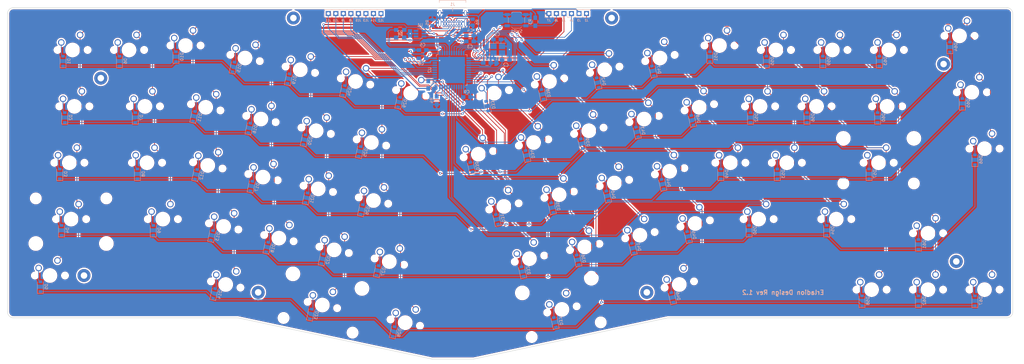
<source format=kicad_pcb>
(kicad_pcb (version 20171130) (host pcbnew "(5.1.6)-1")
  (title_block (rev 1.1))
  (layers (0 F.Cu signal) (31 B.Cu signal) (34 B.Paste user) (35 F.Paste user) (36 B.SilkS user) (37 F.SilkS user) (38 B.Mask user) (39 F.Mask user) (44 Edge.Cuts user))
  (net 0 "")
  (net 1 GND)
  (net 2 XTAL1)
  (net 3 XTAL2)
  (net 4 VCC)
  (net 5 "Net-(C4-Pad1)")
  (net 6 "Net-(D1-Pad2)")
  (net 7 /row0)
  (net 8 /row1)
  (net 9 "Net-(D2-Pad2)")
  (net 10 "Net-(D3-Pad2)")
  (net 11 /row2)
  (net 12 /row3)
  (net 13 "Net-(D4-Pad2)")
  (net 14 "Net-(D5-Pad2)")
  (net 15 /row4)
  (net 16 "Net-(D6-Pad2)")
  (net 17 "Net-(D7-Pad2)")
  (net 18 "Net-(D8-Pad2)")
  (net 19 "Net-(D9-Pad2)")
  (net 20 "Net-(D10-Pad2)")
  (net 21 "Net-(D11-Pad2)")
  (net 22 "Net-(D12-Pad2)")
  (net 23 "Net-(D13-Pad2)")
  (net 24 "Net-(D14-Pad2)")
  (net 25 "Net-(D15-Pad2)")
  (net 26 "Net-(D16-Pad2)")
  (net 27 "Net-(D17-Pad2)")
  (net 28 "Net-(D18-Pad2)")
  (net 29 "Net-(D19-Pad2)")
  (net 30 "Net-(D20-Pad2)")
  (net 31 "Net-(D21-Pad2)")
  (net 32 "Net-(D22-Pad2)")
  (net 33 "Net-(D23-Pad2)")
  (net 34 "Net-(D24-Pad2)")
  (net 35 "Net-(D25-Pad2)")
  (net 36 "Net-(D26-Pad2)")
  (net 37 "Net-(D27-Pad2)")
  (net 38 "Net-(D28-Pad2)")
  (net 39 "Net-(D29-Pad2)")
  (net 40 "Net-(D30-Pad2)")
  (net 41 "Net-(D31-Pad2)")
  (net 42 "Net-(D32-Pad2)")
  (net 43 "Net-(D33-Pad2)")
  (net 44 "Net-(D34-Pad2)")
  (net 45 "Net-(D35-Pad2)")
  (net 46 "Net-(D36-Pad2)")
  (net 47 "Net-(D37-Pad2)")
  (net 48 "Net-(D38-Pad2)")
  (net 49 "Net-(D39-Pad2)")
  (net 50 "Net-(D40-Pad2)")
  (net 51 "Net-(D41-Pad2)")
  (net 52 "Net-(D42-Pad2)")
  (net 53 "Net-(D43-Pad2)")
  (net 54 "Net-(D44-Pad2)")
  (net 55 "Net-(D45-Pad2)")
  (net 56 "Net-(D46-Pad2)")
  (net 57 "Net-(D47-Pad2)")
  (net 58 "Net-(D48-Pad2)")
  (net 59 "Net-(D49-Pad2)")
  (net 60 "Net-(D50-Pad2)")
  (net 61 "Net-(D51-Pad2)")
  (net 62 "Net-(D52-Pad2)")
  (net 63 "Net-(D53-Pad2)")
  (net 64 "Net-(D54-Pad2)")
  (net 65 "Net-(D55-Pad2)")
  (net 66 "Net-(D56-Pad2)")
  (net 67 "Net-(D57-Pad2)")
  (net 68 "Net-(D58-Pad2)")
  (net 69 "Net-(D59-Pad2)")
  (net 70 "Net-(D60-Pad2)")
  (net 71 "Net-(D61-Pad2)")
  (net 72 "Net-(D62-Pad2)")
  (net 73 "Net-(D63-Pad2)")
  (net 74 "Net-(D64-Pad2)")
  (net 75 "Net-(D65-Pad2)")
  (net 76 "Net-(D66-Pad2)")
  (net 77 "Net-(D67-Pad2)")
  (net 78 /MISO)
  (net 79 /SCK)
  (net 80 /MOSI)
  (net 81 /~RES~)
  (net 82 /PF4)
  (net 83 /PF5)
  (net 84 /PF6)
  (net 85 /PF7)
  (net 86 D+)
  (net 87 D-)
  (net 88 "Net-(R4-Pad1)")
  (net 89 /col0)
  (net 90 /col1)
  (net 91 /col2)
  (net 92 /col3)
  (net 93 /col4)
  (net 94 /col5)
  (net 95 /col6)
  (net 96 /col8)
  (net 97 /col9)
  (net 98 /col10)
  (net 99 /col11)
  (net 100 /col12)
  (net 101 /col13)
  (net 102 "Net-(J1-PadB5)")
  (net 103 "Net-(J1-PadA7)")
  (net 104 "Net-(J1-PadA6)")
  (net 105 "Net-(J1-PadA5)")
  (module Fate_Parts:SW_Cherry_MX_1.00u_PCB (layer F.Cu) (at 85.6135 66.4205 348)
    (fp_text reference SW12 hide)
    (fp_text value SW_Push)
    (pad 1 thru_hole circle (at 12.065 4.445 348) (size 2.2 2.2) (drill 1.5) (layers *.Cu *.Mask) (net 91 /col2))
    (pad 2 thru_hole circle (at 5.715 6.985 348) (size 2.2 2.2) (drill 1.5) (layers *.Cu *.Mask) (net 22 "Net-(D12-Pad2)"))
    (pad "" np_thru_hole circle (at 9.525 9.525 348) (size 4 4) (drill 4) (layers *.Cu *.Mask))
    (pad "" np_thru_hole circle (at 4.445 9.525 348) (size 1.7 1.7) (drill 1.7) (layers *.Cu *.Mask))
    (pad "" np_thru_hole circle (at 14.605 9.525 348) (size 1.7 1.7) (drill 1.7) (layers *.Cu *.Mask))
  )
  (module Fate_Parts:SW_Cherry_MX_1.00u_PCB (layer F.Cu) (at 154.095 42.0254 348)
    (fp_text reference SW29 hide)
    (fp_text value SW_Push)
    (pad 1 thru_hole circle (at 12.065 4.445 348) (size 2.2 2.2) (drill 1.5) (layers *.Cu *.Mask) (net 95 /col6))
    (pad 2 thru_hole circle (at 5.715 6.985 348) (size 2.2 2.2) (drill 1.5) (layers *.Cu *.Mask) (net 39 "Net-(D29-Pad2)"))
    (pad "" np_thru_hole circle (at 9.525 9.525 348) (size 4 4) (drill 4) (layers *.Cu *.Mask))
    (pad "" np_thru_hole circle (at 4.445 9.525 348) (size 1.7 1.7) (drill 1.7) (layers *.Cu *.Mask))
    (pad "" np_thru_hole circle (at 14.605 9.525 348) (size 1.7 1.7) (drill 1.7) (layers *.Cu *.Mask))
  )
  (module Fate_Parts:SW_Cherry_MX_1.00u_PCB (layer F.Cu) (at 178.292 45.9854 12)
    (fp_text reference SW33 hide)
    (fp_text value SW_Push)
    (pad 1 thru_hole circle (at 12.065 4.445 12) (size 2.2 2.2) (drill 1.5) (layers *.Cu *.Mask) (net 79 /SCK))
    (pad 2 thru_hole circle (at 5.715 6.985 12) (size 2.2 2.2) (drill 1.5) (layers *.Cu *.Mask) (net 43 "Net-(D33-Pad2)"))
    (pad "" np_thru_hole circle (at 9.525 9.525 12) (size 4 4) (drill 4) (layers *.Cu *.Mask))
    (pad "" np_thru_hole circle (at 4.445 9.525 12) (size 1.7 1.7) (drill 1.7) (layers *.Cu *.Mask))
    (pad "" np_thru_hole circle (at 14.605 9.525 12) (size 1.7 1.7) (drill 1.7) (layers *.Cu *.Mask))
  )
  (module cftkb:USB_C_GCT_USB4085 (layer B.Cu) (at 175.55 24.43)
    (fp_text reference J1 (at -0.017498 -1.13737) (layer B.SilkS) (effects (justify mirror)))
    (fp_text value USB_C_Receptacle_USB2.0)
    (pad A5 thru_hole oval (at -1.275 6.1) (size 0.65 1) (drill 0.4) (layers *.Cu *.Mask) (net 105 "Net-(J1-PadA5)"))
    (pad A1 thru_hole oval (at -2.975 6.1) (size 0.65 1) (drill 0.4) (layers *.Cu *.Mask) (net 1 GND))
    (pad A4 thru_hole oval (at -2.125 6.1) (size 0.65 1) (drill 0.4) (layers *.Cu *.Mask) (net 4 VCC))
    (pad A6 thru_hole oval (at -0.425 6.1) (size 0.65 1) (drill 0.4) (layers *.Cu *.Mask) (net 104 "Net-(J1-PadA6)"))
    (pad A7 thru_hole oval (at 0.425 6.1) (size 0.65 1) (drill 0.4) (layers *.Cu *.Mask) (net 103 "Net-(J1-PadA7)"))
    (pad A8 thru_hole oval (at 1.275 6.1) (size 0.65 1) (drill 0.4) (layers *.Cu *.Mask))
    (pad A9 thru_hole oval (at 2.125 6.1) (size 0.65 1) (drill 0.4) (layers *.Cu *.Mask) (net 4 VCC))
    (pad A12 thru_hole oval (at 2.975 6.1) (size 0.65 1) (drill 0.4) (layers *.Cu *.Mask) (net 1 GND))
    (pad B12 thru_hole oval (at -2.975 4.775) (size 0.65 1) (drill 0.4) (layers *.Cu *.Mask) (net 1 GND))
    (pad B9 thru_hole oval (at -2.12 4.775) (size 0.65 1) (drill 0.4) (layers *.Cu *.Mask) (net 4 VCC))
    (pad B8 thru_hole oval (at -1.27 4.775) (size 0.65 1) (drill 0.4) (layers *.Cu *.Mask))
    (pad B7 thru_hole oval (at -0.42 4.775) (size 0.65 1) (drill 0.4) (layers *.Cu *.Mask) (net 103 "Net-(J1-PadA7)"))
    (pad B6 thru_hole oval (at 0.43 4.775) (size 0.65 1) (drill 0.4) (layers *.Cu *.Mask) (net 104 "Net-(J1-PadA6)"))
    (pad B5 thru_hole oval (at 1.28 4.775) (size 0.65 1) (drill 0.4) (layers *.Cu *.Mask) (net 102 "Net-(J1-PadB5)"))
    (pad B4 thru_hole oval (at 2.13 4.775) (size 0.65 1) (drill 0.4) (layers *.Cu *.Mask) (net 4 VCC))
    (pad B1 thru_hole oval (at 2.98 4.775) (size 0.65 1) (drill 0.4) (layers *.Cu *.Mask) (net 1 GND))
    (pad S1 thru_hole oval (at -4.325 5.12) (size 0.9 2.4) (drill oval 0.6 2.1) (layers *.Cu *.Mask) (net 1 GND))
    (pad S1 thru_hole oval (at 4.325 5.12) (size 0.9 2.4) (drill oval 0.6 2.1) (layers *.Cu *.Mask) (net 1 GND))
    (pad S1 thru_hole oval (at -4.325 1.74) (size 0.9 1.7) (drill oval 0.6 1.4) (layers *.Cu *.Mask) (net 1 GND))
    (pad S1 thru_hole oval (at 4.325 1.74) (size 0.9 1.7) (drill oval 0.6 1.4) (layers *.Cu *.Mask) (net 1 GND))
  )
  (module Housings_QFP:TQFP-44_10x10mm_Pitch0.8mm (layer B.Cu) (at 175.25 45.5 270)
    (fp_text reference U2 (at 0 7.45 270) (layer B.SilkS) (effects (justify mirror)))
    (fp_text value ATmega32U4-AU)
    (pad 1 smd rect (at -5.7 4 270) (size 1.5 0.55) (layers B.Cu B.Paste B.Mask) (net 91 /col2))
    (pad 2 smd rect (at -5.7 3.2 270) (size 1.5 0.55) (layers B.Cu B.Paste B.Mask) (net 4 VCC))
    (pad 3 smd rect (at -5.7 2.4 270) (size 1.5 0.55) (layers B.Cu B.Paste B.Mask) (net 87 D-))
    (pad 4 smd rect (at -5.7 1.6 270) (size 1.5 0.55) (layers B.Cu B.Paste B.Mask) (net 86 D+))
    (pad 5 smd rect (at -5.7 0.8 270) (size 1.5 0.55) (layers B.Cu B.Paste B.Mask) (net 1 GND))
    (pad 6 smd rect (at -5.7 0 270) (size 1.5 0.55) (layers B.Cu B.Paste B.Mask) (net 5 "Net-(C4-Pad1)"))
    (pad 7 smd rect (at -5.7 -0.8 270) (size 1.5 0.55) (layers B.Cu B.Paste B.Mask) (net 4 VCC))
    (pad 8 smd rect (at -5.7 -1.6 270) (size 1.5 0.55) (layers B.Cu B.Paste B.Mask) (net 96 /col8))
    (pad 9 smd rect (at -5.7 -2.4 270) (size 1.5 0.55) (layers B.Cu B.Paste B.Mask) (net 79 /SCK))
    (pad 10 smd rect (at -5.7 -3.2 270) (size 1.5 0.55) (layers B.Cu B.Paste B.Mask) (net 80 /MOSI))
    (pad 11 smd rect (at -5.7 -4 270) (size 1.5 0.55) (layers B.Cu B.Paste B.Mask) (net 78 /MISO))
    (pad 12 smd rect (at -4 -5.7 180) (size 1.5 0.55) (layers B.Cu B.Paste B.Mask) (net 97 /col9))
    (pad 13 smd rect (at -3.2 -5.7 180) (size 1.5 0.55) (layers B.Cu B.Paste B.Mask) (net 81 /~RES~))
    (pad 14 smd rect (at -2.4 -5.7 180) (size 1.5 0.55) (layers B.Cu B.Paste B.Mask) (net 4 VCC))
    (pad 15 smd rect (at -1.6 -5.7 180) (size 1.5 0.55) (layers B.Cu B.Paste B.Mask) (net 1 GND))
    (pad 16 smd rect (at -0.8 -5.7 180) (size 1.5 0.55) (layers B.Cu B.Paste B.Mask) (net 3 XTAL2))
    (pad 17 smd rect (at 0 -5.7 180) (size 1.5 0.55) (layers B.Cu B.Paste B.Mask) (net 2 XTAL1))
    (pad 18 smd rect (at 0.8 -5.7 180) (size 1.5 0.55) (layers B.Cu B.Paste B.Mask) (net 7 /row0))
    (pad 19 smd rect (at 1.6 -5.7 180) (size 1.5 0.55) (layers B.Cu B.Paste B.Mask) (net 8 /row1))
    (pad 20 smd rect (at 2.4 -5.7 180) (size 1.5 0.55) (layers B.Cu B.Paste B.Mask) (net 11 /row2))
    (pad 21 smd rect (at 3.2 -5.7 180) (size 1.5 0.55) (layers B.Cu B.Paste B.Mask) (net 12 /row3))
    (pad 22 smd rect (at 4 -5.7 180) (size 1.5 0.55) (layers B.Cu B.Paste B.Mask) (net 15 /row4))
    (pad 23 smd rect (at 5.7 -4 270) (size 1.5 0.55) (layers B.Cu B.Paste B.Mask) (net 1 GND))
    (pad 24 smd rect (at 5.7 -3.2 270) (size 1.5 0.55) (layers B.Cu B.Paste B.Mask) (net 4 VCC))
    (pad 25 smd rect (at 5.7 -2.4 270) (size 1.5 0.55) (layers B.Cu B.Paste B.Mask) (net 95 /col6))
    (pad 26 smd rect (at 5.7 -1.6 270) (size 1.5 0.55) (layers B.Cu B.Paste B.Mask) (net 101 /col13))
    (pad 27 smd rect (at 5.7 -0.8 270) (size 1.5 0.55) (layers B.Cu B.Paste B.Mask) (net 100 /col12))
    (pad 28 smd rect (at 5.7 0 270) (size 1.5 0.55) (layers B.Cu B.Paste B.Mask) (net 99 /col11))
    (pad 29 smd rect (at 5.7 0.8 270) (size 1.5 0.55) (layers B.Cu B.Paste B.Mask) (net 98 /col10))
    (pad 30 smd rect (at 5.7 1.6 270) (size 1.5 0.55) (layers B.Cu B.Paste B.Mask) (net 94 /col5))
    (pad 31 smd rect (at 5.7 2.4 270) (size 1.5 0.55) (layers B.Cu B.Paste B.Mask) (net 93 /col4))
    (pad 32 smd rect (at 5.7 3.2 270) (size 1.5 0.55) (layers B.Cu B.Paste B.Mask) (net 92 /col3))
    (pad 33 smd rect (at 5.7 4 270) (size 1.5 0.55) (layers B.Cu B.Paste B.Mask) (net 88 "Net-(R4-Pad1)"))
    (pad 34 smd rect (at 4 5.7 180) (size 1.5 0.55) (layers B.Cu B.Paste B.Mask) (net 4 VCC))
    (pad 35 smd rect (at 3.2 5.7 180) (size 1.5 0.55) (layers B.Cu B.Paste B.Mask) (net 1 GND))
    (pad 36 smd rect (at 2.4 5.7 180) (size 1.5 0.55) (layers B.Cu B.Paste B.Mask) (net 85 /PF7))
    (pad 37 smd rect (at 1.6 5.7 180) (size 1.5 0.55) (layers B.Cu B.Paste B.Mask) (net 84 /PF6))
    (pad 38 smd rect (at 0.8 5.7 180) (size 1.5 0.55) (layers B.Cu B.Paste B.Mask) (net 83 /PF5))
    (pad 39 smd rect (at 0 5.7 180) (size 1.5 0.55) (layers B.Cu B.Paste B.Mask) (net 82 /PF4))
    (pad 40 smd rect (at -0.8 5.7 180) (size 1.5 0.55) (layers B.Cu B.Paste B.Mask) (net 90 /col1))
    (pad 41 smd rect (at -1.6 5.7 180) (size 1.5 0.55) (layers B.Cu B.Paste B.Mask) (net 89 /col0))
    (pad 42 smd rect (at -2.4 5.7 180) (size 1.5 0.55) (layers B.Cu B.Paste B.Mask))
    (pad 43 smd rect (at -3.2 5.7 180) (size 1.5 0.55) (layers B.Cu B.Paste B.Mask) (net 1 GND))
    (pad 44 smd rect (at -4 5.7 180) (size 1.5 0.55) (layers B.Cu B.Paste B.Mask) (net 4 VCC))
  )
  (module Capacitors_SMD:C_0805_HandSoldering (layer B.Cu) (at 180.34 54.63)
    (fp_text reference C9 (at 0 -1.75) (layer B.SilkS) (effects (justify mirror)))
    (fp_text value 0.1uF)
    (pad 1 smd rect (at -1.25 0) (size 1.5 1.25) (layers B.Cu B.Paste B.Mask) (net 4 VCC))
    (pad 2 smd rect (at 1.25 0) (size 1.5 1.25) (layers B.Cu B.Paste B.Mask) (net 1 GND))
  )
  (module Resistor_SMD:R_0805_2012Metric_Pad1.15x1.40mm_HandSolder (layer B.Cu) (at 182.31 29.35 90)
    (fp_text reference R6 (at 0 1.65 90) (layer B.SilkS) (effects (justify mirror)))
    (fp_text value 5.1K)
    (pad 2 smd roundrect (at 1.025 0 90) (size 1.15 1.4) (layers B.Cu B.Paste B.Mask) (roundrect_rratio 0.217391) (net 102 "Net-(J1-PadB5)"))
    (pad 1 smd roundrect (at -1.025 0 90) (size 1.15 1.4) (layers B.Cu B.Paste B.Mask) (roundrect_rratio 0.217391) (net 1 GND))
  )
  (module Resistor_SMD:R_0805_2012Metric_Pad1.15x1.40mm_HandSolder (layer B.Cu) (at 168.72 29.5 270)
    (fp_text reference R5 (at 0 1.65 90) (layer B.SilkS) (effects (justify mirror)))
    (fp_text value 5.1K)
    (pad 2 smd roundrect (at 1.025 0 270) (size 1.15 1.4) (layers B.Cu B.Paste B.Mask) (roundrect_rratio 0.217391) (net 105 "Net-(J1-PadA5)"))
    (pad 1 smd roundrect (at -1.025 0 270) (size 1.15 1.4) (layers B.Cu B.Paste B.Mask) (roundrect_rratio 0.217391) (net 1 GND))
  )
  (module Mounting_Holes:MountingHole_2.2mm_M2_Pad (layer F.Cu) (at 241.06 120.609)
    (fp_text reference H6)
    (fp_text value MountingHole)
    (pad 1 thru_hole circle (at 0 0) (size 4.4 4.4) (drill 2.2) (layers *.Cu *.Mask))
  )
  (module Mounting_Holes:MountingHole_2.2mm_M2_Pad (layer F.Cu) (at 345.45 110.158)
    (fp_text reference H8)
    (fp_text value MountingHole)
    (pad 1 thru_hole circle (at 0 0) (size 4.4 4.4) (drill 2.2) (layers *.Cu *.Mask))
  )
  (module Capacitors_SMD:C_0805_HandSoldering (layer B.Cu) (at 190.59 35.17 180)
    (fp_text reference C1 (at 0 1.75 180) (layer B.SilkS) (effects (justify mirror)))
    (fp_text value 22pF)
    (pad 1 smd rect (at -1.25 0 180) (size 1.5 1.25) (layers B.Cu B.Paste B.Mask) (net 1 GND))
    (pad 2 smd rect (at 1.25 0 180) (size 1.5 1.25) (layers B.Cu B.Paste B.Mask) (net 2 XTAL1))
  )
  (module Capacitors_SMD:C_0805_HandSoldering (layer B.Cu) (at 193.49 42.09)
    (fp_text reference C2 (at 0 1.75) (layer B.SilkS) (effects (justify mirror)))
    (fp_text value 22pF)
    (pad 1 smd rect (at -1.25 0) (size 1.5 1.25) (layers B.Cu B.Paste B.Mask) (net 3 XTAL2))
    (pad 2 smd rect (at 1.25 0) (size 1.5 1.25) (layers B.Cu B.Paste B.Mask) (net 1 GND))
  )
  (module Capacitors_SMD:C_0805_HandSoldering (layer B.Cu) (at 181.41 35.84)
    (fp_text reference C3 (at 0 1.75) (layer B.SilkS) (effects (justify mirror)))
    (fp_text value 10uF)
    (pad 1 smd rect (at -1.25 0) (size 1.5 1.25) (layers B.Cu B.Paste B.Mask) (net 4 VCC))
    (pad 2 smd rect (at 1.25 0) (size 1.5 1.25) (layers B.Cu B.Paste B.Mask) (net 1 GND))
  )
  (module Capacitors_SMD:C_0805_HandSoldering (layer B.Cu) (at 181.41 33.86)
    (fp_text reference C4 (at 0 -1.75) (layer B.SilkS) (effects (justify mirror)))
    (fp_text value "1uF (±10%)")
    (pad 1 smd rect (at -1.25 0) (size 1.5 1.25) (layers B.Cu B.Paste B.Mask) (net 5 "Net-(C4-Pad1)"))
    (pad 2 smd rect (at 1.25 0) (size 1.5 1.25) (layers B.Cu B.Paste B.Mask) (net 1 GND))
  )
  (module Capacitors_SMD:C_0805_HandSoldering (layer B.Cu) (at 165.43 38.75 180)
    (fp_text reference C5 (at 0 1.75 180) (layer B.SilkS) (effects (justify mirror)))
    (fp_text value 1uF)
    (pad 1 smd rect (at -1.25 0 180) (size 1.5 1.25) (layers B.Cu B.Paste B.Mask) (net 4 VCC))
    (pad 2 smd rect (at 1.25 0 180) (size 1.5 1.25) (layers B.Cu B.Paste B.Mask) (net 1 GND))
  )
  (module Capacitors_SMD:C_0805_HandSoldering (layer B.Cu) (at 187.15 43.1)
    (fp_text reference C6 (at 0 -1.75 180) (layer B.SilkS) (effects (justify mirror)))
    (fp_text value 0.1uF)
    (pad 1 smd rect (at -1.25 0) (size 1.5 1.25) (layers B.Cu B.Paste B.Mask) (net 4 VCC))
    (pad 2 smd rect (at 1.25 0) (size 1.5 1.25) (layers B.Cu B.Paste B.Mask) (net 1 GND))
  )
  (module Capacitors_SMD:C_0805_HandSoldering (layer B.Cu) (at 167.34 50.47 90)
    (fp_text reference C7 (at 0 1.75 90) (layer B.SilkS) (effects (justify mirror)))
    (fp_text value 0.1uF)
    (pad 1 smd rect (at -1.25 0 90) (size 1.5 1.25) (layers B.Cu B.Paste B.Mask) (net 4 VCC))
    (pad 2 smd rect (at 1.25 0 90) (size 1.5 1.25) (layers B.Cu B.Paste B.Mask) (net 1 GND))
  )
  (module Capacitors_SMD:C_0805_HandSoldering (layer B.Cu) (at 165.4 41.57 180)
    (fp_text reference C8 (at 0.5 -1.75) (layer B.SilkS) (effects (justify mirror)))
    (fp_text value 0.1uF)
    (pad 1 smd rect (at -1.25 0 180) (size 1.5 1.25) (layers B.Cu B.Paste B.Mask) (net 4 VCC))
    (pad 2 smd rect (at 1.25 0 180) (size 1.5 1.25) (layers B.Cu B.Paste B.Mask) (net 1 GND))
  )
  (module Diodes_SMD:D_SOD-123 (layer B.Cu) (at 44.115 42.495 90)
    (fp_text reference D1 (at 0 2 90) (layer B.SilkS) (effects (justify mirror)))
    (fp_text value D)
    (pad 1 smd rect (at -1.65 0 90) (size 0.9 1.2) (layers B.Cu B.Paste B.Mask) (net 7 /row0))
    (pad 2 smd rect (at 1.65 0 90) (size 0.9 1.2) (layers B.Cu B.Paste B.Mask) (net 6 "Net-(D1-Pad2)"))
  )
  (module Diodes_SMD:D_SOD-123 (layer B.Cu) (at 44.715 61.545 90)
    (fp_text reference D2 (at 0 2 90) (layer B.SilkS) (effects (justify mirror)))
    (fp_text value D)
    (pad 1 smd rect (at -1.65 0 90) (size 0.9 1.2) (layers B.Cu B.Paste B.Mask) (net 8 /row1))
    (pad 2 smd rect (at 1.65 0 90) (size 0.9 1.2) (layers B.Cu B.Paste B.Mask) (net 9 "Net-(D2-Pad2)"))
  )
  (module Diodes_SMD:D_SOD-123 (layer B.Cu) (at 43.0312 80.595 90)
    (fp_text reference D3 (at 0 2 90) (layer B.SilkS) (effects (justify mirror)))
    (fp_text value D)
    (pad 1 smd rect (at -1.65 0 90) (size 0.9 1.2) (layers B.Cu B.Paste B.Mask) (net 11 /row2))
    (pad 2 smd rect (at 1.65 0 90) (size 0.9 1.2) (layers B.Cu B.Paste B.Mask) (net 10 "Net-(D3-Pad2)"))
  )
  (module Diodes_SMD:D_SOD-123 (layer B.Cu) (at 43.6188 99.645 90)
    (fp_text reference D4 (at 0 2 90) (layer B.SilkS) (effects (justify mirror)))
    (fp_text value D)
    (pad 1 smd rect (at -1.65 0 90) (size 0.9 1.2) (layers B.Cu B.Paste B.Mask) (net 12 /row3))
    (pad 2 smd rect (at 1.65 0 90) (size 0.9 1.2) (layers B.Cu B.Paste B.Mask) (net 13 "Net-(D4-Pad2)"))
  )
  (module Diodes_SMD:D_SOD-123 (layer B.Cu) (at 36.485 118.695 90)
    (fp_text reference D5 (at 0 2 90) (layer B.SilkS) (effects (justify mirror)))
    (fp_text value D)
    (pad 1 smd rect (at -1.65 0 90) (size 0.9 1.2) (layers B.Cu B.Paste B.Mask) (net 15 /row4))
    (pad 2 smd rect (at 1.65 0 90) (size 0.9 1.2) (layers B.Cu B.Paste B.Mask) (net 14 "Net-(D5-Pad2)"))
  )
  (module Diodes_SMD:D_SOD-123 (layer B.Cu) (at 63.165 42.495 90)
    (fp_text reference D6 (at 0 2 90) (layer B.SilkS) (effects (justify mirror)))
    (fp_text value D)
    (pad 1 smd rect (at -1.65 0 90) (size 0.9 1.2) (layers B.Cu B.Paste B.Mask) (net 7 /row0))
    (pad 2 smd rect (at 1.65 0 90) (size 0.9 1.2) (layers B.Cu B.Paste B.Mask) (net 16 "Net-(D6-Pad2)"))
  )
  (module Diodes_SMD:D_SOD-123 (layer B.Cu) (at 68.525 61.545 90)
    (fp_text reference D7 (at 0 2 90) (layer B.SilkS) (effects (justify mirror)))
    (fp_text value D)
    (pad 1 smd rect (at -1.65 0 90) (size 0.9 1.2) (layers B.Cu B.Paste B.Mask) (net 8 /row1))
    (pad 2 smd rect (at 1.65 0 90) (size 0.9 1.2) (layers B.Cu B.Paste B.Mask) (net 17 "Net-(D7-Pad2)"))
  )
  (module Diodes_SMD:D_SOD-123 (layer B.Cu) (at 69.225 80.595 90)
    (fp_text reference D8 (at 0 2 90) (layer B.SilkS) (effects (justify mirror)))
    (fp_text value D)
    (pad 1 smd rect (at -1.65 0 90) (size 0.9 1.2) (layers B.Cu B.Paste B.Mask) (net 11 /row2))
    (pad 2 smd rect (at 1.65 0 90) (size 0.9 1.2) (layers B.Cu B.Paste B.Mask) (net 18 "Net-(D8-Pad2)"))
  )
  (module Diodes_SMD:D_SOD-123 (layer B.Cu) (at 74.575 99.645 90)
    (fp_text reference D9 (at 0 2 90) (layer B.SilkS) (effects (justify mirror)))
    (fp_text value D)
    (pad 1 smd rect (at -1.65 0 90) (size 0.9 1.2) (layers B.Cu B.Paste B.Mask) (net 12 /row3))
    (pad 2 smd rect (at 1.65 0 90) (size 0.9 1.2) (layers B.Cu B.Paste B.Mask) (net 19 "Net-(D9-Pad2)"))
  )
  (module Diodes_SMD:D_SOD-123 (layer B.Cu) (at 82.215 40.9946 90)
    (fp_text reference D10 (at 0 2 90) (layer B.SilkS) (effects (justify mirror)))
    (fp_text value D)
    (pad 1 smd rect (at -1.65 0 90) (size 0.9 1.2) (layers B.Cu B.Paste B.Mask) (net 7 /row0))
    (pad 2 smd rect (at 1.65 0 90) (size 0.9 1.2) (layers B.Cu B.Paste B.Mask) (net 20 "Net-(D10-Pad2)"))
  )
  (module Diodes_SMD:D_SOD-123 (layer B.Cu) (at 88.3159 61.1166 78)
    (fp_text reference D11 (at 0 2 78) (layer B.SilkS) (effects (justify mirror)))
    (fp_text value D)
    (pad 1 smd rect (at -1.65 0 78) (size 0.9 1.2) (layers B.Cu B.Paste B.Mask) (net 8 /row1))
    (pad 2 smd rect (at 1.65 0 78) (size 0.9 1.2) (layers B.Cu B.Paste B.Mask) (net 21 "Net-(D11-Pad2)"))
  )
  (module Diodes_SMD:D_SOD-123 (layer B.Cu) (at 89.0135 80.7405 78)
    (fp_text reference D12 (at 0 2 78) (layer B.SilkS) (effects (justify mirror)))
    (fp_text value D)
    (pad 1 smd rect (at -1.65 0 78) (size 0.9 1.2) (layers B.Cu B.Paste B.Mask) (net 11 /row2))
    (pad 2 smd rect (at 1.65 0 78) (size 0.9 1.2) (layers B.Cu B.Paste B.Mask) (net 22 "Net-(D12-Pad2)"))
  )
  (module Diodes_SMD:D_SOD-123 (layer B.Cu) (at 94.3696 101.355 78)
    (fp_text reference D13 (at 0 2 78) (layer B.SilkS) (effects (justify mirror)))
    (fp_text value D)
    (pad 1 smd rect (at -1.65 0 78) (size 0.9 1.2) (layers B.Cu B.Paste B.Mask) (net 12 /row3))
    (pad 2 smd rect (at 1.65 0 78) (size 0.9 1.2) (layers B.Cu B.Paste B.Mask) (net 23 "Net-(D13-Pad2)"))
  )
  (module Diodes_SMD:D_SOD-123 (layer B.Cu) (at 95.0673 120.978 78)
    (fp_text reference D14 (at 0 2 78) (layer B.SilkS) (effects (justify mirror)))
    (fp_text value D)
    (pad 1 smd rect (at -1.65 0 78) (size 0.9 1.2) (layers B.Cu B.Paste B.Mask) (net 15 /row4))
    (pad 2 smd rect (at 1.65 0 78) (size 0.9 1.2) (layers B.Cu B.Paste B.Mask) (net 24 "Net-(D14-Pad2)"))
  )
  (module Diodes_SMD:D_SOD-123 (layer B.Cu) (at 101.594 44.4633 78)
    (fp_text reference D15 (at 0 2 78) (layer B.SilkS) (effects (justify mirror)))
    (fp_text value D)
    (pad 1 smd rect (at -1.65 0 78) (size 0.9 1.2) (layers B.Cu B.Paste B.Mask) (net 7 /row0))
    (pad 2 smd rect (at 1.65 0 78) (size 0.9 1.2) (layers B.Cu B.Paste B.Mask) (net 25 "Net-(D15-Pad2)"))
  )
  (module Diodes_SMD:D_SOD-123 (layer B.Cu) (at 106.95 65.0773 78)
    (fp_text reference D16 (at 0 2 78) (layer B.SilkS) (effects (justify mirror)))
    (fp_text value D)
    (pad 1 smd rect (at -1.65 0 78) (size 0.9 1.2) (layers B.Cu B.Paste B.Mask) (net 8 /row1))
    (pad 2 smd rect (at 1.65 0 78) (size 0.9 1.2) (layers B.Cu B.Paste B.Mask) (net 26 "Net-(D16-Pad2)"))
  )
  (module Diodes_SMD:D_SOD-123 (layer B.Cu) (at 107.647 84.7012 78)
    (fp_text reference D17 (at 0 2 78) (layer B.SilkS) (effects (justify mirror)))
    (fp_text value D)
    (pad 1 smd rect (at -1.65 0 78) (size 0.9 1.2) (layers B.Cu B.Paste B.Mask) (net 11 /row2))
    (pad 2 smd rect (at 1.65 0 78) (size 0.9 1.2) (layers B.Cu B.Paste B.Mask) (net 27 "Net-(D17-Pad2)"))
  )
  (module Diodes_SMD:D_SOD-123 (layer B.Cu) (at 113.003 105.315 78)
    (fp_text reference D18 (at 0 2 78) (layer B.SilkS) (effects (justify mirror)))
    (fp_text value D)
    (pad 1 smd rect (at -1.65 0 78) (size 0.9 1.2) (layers B.Cu B.Paste B.Mask) (net 12 /row3))
    (pad 2 smd rect (at 1.65 0 78) (size 0.9 1.2) (layers B.Cu B.Paste B.Mask) (net 28 "Net-(D18-Pad2)"))
  )
  (module Diodes_SMD:D_SOD-123 (layer B.Cu) (at 120.227 48.424 78)
    (fp_text reference D19 (at 0 2 78) (layer B.SilkS) (effects (justify mirror)))
    (fp_text value D)
    (pad 1 smd rect (at -1.65 0 78) (size 0.9 1.2) (layers B.Cu B.Paste B.Mask) (net 7 /row0))
    (pad 2 smd rect (at 1.65 0 78) (size 0.9 1.2) (layers B.Cu B.Paste B.Mask) (net 29 "Net-(D19-Pad2)"))
  )
  (module Diodes_SMD:D_SOD-123 (layer B.Cu) (at 125.583 69.0381 78)
    (fp_text reference D20 (at 0 2 78) (layer B.SilkS) (effects (justify mirror)))
    (fp_text value D)
    (pad 1 smd rect (at -1.65 0 78) (size 0.9 1.2) (layers B.Cu B.Paste B.Mask) (net 8 /row1))
    (pad 2 smd rect (at 1.65 0 78) (size 0.9 1.2) (layers B.Cu B.Paste B.Mask) (net 30 "Net-(D20-Pad2)"))
  )
  (module Diodes_SMD:D_SOD-123 (layer B.Cu) (at 126.281 88.662 78)
    (fp_text reference D21 (at 0 2 78) (layer B.SilkS) (effects (justify mirror)))
    (fp_text value D)
    (pad 1 smd rect (at -1.65 0 78) (size 0.9 1.2) (layers B.Cu B.Paste B.Mask) (net 11 /row2))
    (pad 2 smd rect (at 1.65 0 78) (size 0.9 1.2) (layers B.Cu B.Paste B.Mask) (net 31 "Net-(D21-Pad2)"))
  )
  (module Diodes_SMD:D_SOD-123 (layer B.Cu) (at 131.637 109.276 78)
    (fp_text reference D22 (at 0 2 78) (layer B.SilkS) (effects (justify mirror)))
    (fp_text value D)
    (pad 1 smd rect (at -1.65 0 78) (size 0.9 1.2) (layers B.Cu B.Paste B.Mask) (net 12 /row3))
    (pad 2 smd rect (at 1.65 0 78) (size 0.9 1.2) (layers B.Cu B.Paste B.Mask) (net 32 "Net-(D22-Pad2)"))
  )
  (module Diodes_SMD:D_SOD-123 (layer B.Cu) (at 127.676 127.91 78)
    (fp_text reference D23 (at 0 2 78) (layer B.SilkS) (effects (justify mirror)))
    (fp_text value D)
    (pad 1 smd rect (at -1.65 0 78) (size 0.9 1.2) (layers B.Cu B.Paste B.Mask) (net 15 /row4))
    (pad 2 smd rect (at 1.65 0 78) (size 0.9 1.2) (layers B.Cu B.Paste B.Mask) (net 33 "Net-(D23-Pad2)"))
  )
  (module Diodes_SMD:D_SOD-123 (layer B.Cu) (at 138.861 52.3847 78)
    (fp_text reference D24 (at 0 2 78) (layer B.SilkS) (effects (justify mirror)))
    (fp_text value D)
    (pad 1 smd rect (at -1.65 0 78) (size 0.9 1.2) (layers B.Cu B.Paste B.Mask) (net 7 /row0))
    (pad 2 smd rect (at 1.65 0 78) (size 0.9 1.2) (layers B.Cu B.Paste B.Mask) (net 34 "Net-(D24-Pad2)"))
  )
  (module Diodes_SMD:D_SOD-123 (layer B.Cu) (at 144.217 72.9988 78)
    (fp_text reference D25 (at 0 2 78) (layer B.SilkS) (effects (justify mirror)))
    (fp_text value D)
    (pad 1 smd rect (at -1.65 0 78) (size 0.9 1.2) (layers B.Cu B.Paste B.Mask) (net 8 /row1))
    (pad 2 smd rect (at 1.65 0 78) (size 0.9 1.2) (layers B.Cu B.Paste B.Mask) (net 35 "Net-(D25-Pad2)"))
  )
  (module Diodes_SMD:D_SOD-123 (layer B.Cu) (at 144.915 92.6227 78)
    (fp_text reference D26 (at 0 2 78) (layer B.SilkS) (effects (justify mirror)))
    (fp_text value D)
    (pad 1 smd rect (at -1.65 0 78) (size 0.9 1.2) (layers B.Cu B.Paste B.Mask) (net 11 /row2))
    (pad 2 smd rect (at 1.65 0 78) (size 0.9 1.2) (layers B.Cu B.Paste B.Mask) (net 36 "Net-(D26-Pad2)"))
  )
  (module Diodes_SMD:D_SOD-123 (layer B.Cu) (at 150.271 113.237 78)
    (fp_text reference D27 (at 0 2 78) (layer B.SilkS) (effects (justify mirror)))
    (fp_text value D)
    (pad 1 smd rect (at -1.65 0 78) (size 0.9 1.2) (layers B.Cu B.Paste B.Mask) (net 12 /row3))
    (pad 2 smd rect (at 1.65 0 78) (size 0.9 1.2) (layers B.Cu B.Paste B.Mask) (net 37 "Net-(D27-Pad2)"))
  )
  (module Diodes_SMD:D_SOD-123 (layer B.Cu) (at 155.627 133.851 78)
    (fp_text reference D28 (at 0 2 78) (layer B.SilkS) (effects (justify mirror)))
    (fp_text value D)
    (pad 1 smd rect (at -1.65 0 78) (size 0.9 1.2) (layers B.Cu B.Paste B.Mask) (net 15 /row4))
    (pad 2 smd rect (at 1.65 0 78) (size 0.9 1.2) (layers B.Cu B.Paste B.Mask) (net 38 "Net-(D28-Pad2)"))
  )
  (module Diodes_SMD:D_SOD-123 (layer B.Cu) (at 157.495 56.3454 78)
    (fp_text reference D29 (at 0 2 78) (layer B.SilkS) (effects (justify mirror)))
    (fp_text value D)
    (pad 1 smd rect (at -1.65 0 78) (size 0.9 1.2) (layers B.Cu B.Paste B.Mask) (net 7 /row0))
    (pad 2 smd rect (at 1.65 0 78) (size 0.9 1.2) (layers B.Cu B.Paste B.Mask) (net 39 "Net-(D29-Pad2)"))
  )
  (module Diodes_SMD:D_SOD-123 (layer B.Cu) (at 181.863 78.2995 102)
    (fp_text reference D30 (at 0 2 102) (layer B.SilkS) (effects (justify mirror)))
    (fp_text value D)
    (pad 1 smd rect (at -1.65 0 102) (size 0.9 1.2) (layers B.Cu B.Paste B.Mask) (net 8 /row1))
    (pad 2 smd rect (at 1.65 0 102) (size 0.9 1.2) (layers B.Cu B.Paste B.Mask) (net 40 "Net-(D30-Pad2)"))
  )
  (module Diodes_SMD:D_SOD-123 (layer B.Cu) (at 190.483 95.9431 102)
    (fp_text reference D31 (at 0 2 102) (layer B.SilkS) (effects (justify mirror)))
    (fp_text value D)
    (pad 1 smd rect (at -1.65 0 102) (size 0.9 1.2) (layers B.Cu B.Paste B.Mask) (net 11 /row2))
    (pad 2 smd rect (at 1.65 0 102) (size 0.9 1.2) (layers B.Cu B.Paste B.Mask) (net 41 "Net-(D31-Pad2)"))
  )
  (module Diodes_SMD:D_SOD-123 (layer B.Cu) (at 199.102 113.587 102)
    (fp_text reference D32 (at 0 2 102) (layer B.SilkS) (effects (justify mirror)))
    (fp_text value D)
    (pad 1 smd rect (at -1.65 0 102) (size 0.9 1.2) (layers B.Cu B.Paste B.Mask) (net 12 /row3))
    (pad 2 smd rect (at 1.65 0 102) (size 0.9 1.2) (layers B.Cu B.Paste B.Mask) (net 42 "Net-(D32-Pad2)"))
  )
  (module Diodes_SMD:D_SOD-123 (layer B.Cu) (at 187.22 57.6854 102)
    (fp_text reference D33 (at 0 2 102) (layer B.SilkS) (effects (justify mirror)))
    (fp_text value D)
    (pad 1 smd rect (at -1.65 0 102) (size 0.9 1.2) (layers B.Cu B.Paste B.Mask) (net 7 /row0))
    (pad 2 smd rect (at 1.65 0 102) (size 0.9 1.2) (layers B.Cu B.Paste B.Mask) (net 43 "Net-(D33-Pad2)"))
  )
  (module Diodes_SMD:D_SOD-123 (layer B.Cu) (at 200.497 74.3388 102)
    (fp_text reference D34 (at 0 2 102) (layer B.SilkS) (effects (justify mirror)))
    (fp_text value D)
    (pad 1 smd rect (at -1.65 0 102) (size 0.9 1.2) (layers B.Cu B.Paste B.Mask) (net 8 /row1))
    (pad 2 smd rect (at 1.65 0 102) (size 0.9 1.2) (layers B.Cu B.Paste B.Mask) (net 44 "Net-(D34-Pad2)"))
  )
  (module Diodes_SMD:D_SOD-123 (layer B.Cu) (at 209.116 91.9824 102)
    (fp_text reference D35 (at 0 2 102) (layer B.SilkS) (effects (justify mirror)))
    (fp_text value D)
    (pad 1 smd rect (at -1.65 0 102) (size 0.9 1.2) (layers B.Cu B.Paste B.Mask) (net 11 /row2))
    (pad 2 smd rect (at 1.65 0 102) (size 0.9 1.2) (layers B.Cu B.Paste B.Mask) (net 45 "Net-(D35-Pad2)"))
  )
  (module Diodes_SMD:D_SOD-123 (layer B.Cu) (at 217.735 109.626 102)
    (fp_text reference D36 (at 0 2 102) (layer B.SilkS) (effects (justify mirror)))
    (fp_text value D)
    (pad 1 smd rect (at -1.65 0 102) (size 0.9 1.2) (layers B.Cu B.Paste B.Mask) (net 12 /row3))
    (pad 2 smd rect (at 1.65 0 102) (size 0.9 1.2) (layers B.Cu B.Paste B.Mask) (net 46 "Net-(D36-Pad2)"))
  )
  (module Diodes_SMD:D_SOD-123 (layer B.Cu) (at 210.05 130.735 102)
    (fp_text reference D37 (at 0 2 102) (layer B.SilkS) (effects (justify mirror)))
    (fp_text value D)
    (pad 1 smd rect (at -1.65 0 102) (size 0.9 1.2) (layers B.Cu B.Paste B.Mask) (net 15 /row4))
    (pad 2 smd rect (at 1.65 0 102) (size 0.9 1.2) (layers B.Cu B.Paste B.Mask) (net 47 "Net-(D37-Pad2)"))
  )
  (module Diodes_SMD:D_SOD-123 (layer B.Cu) (at 205.853 53.7247 102)
    (fp_text reference D38 (at 0 2 102) (layer B.SilkS) (effects (justify mirror)))
    (fp_text value D)
    (pad 1 smd rect (at -1.65 0 102) (size 0.9 1.2) (layers B.Cu B.Paste B.Mask) (net 7 /row0))
    (pad 2 smd rect (at 1.65 0 102) (size 0.9 1.2) (layers B.Cu B.Paste B.Mask) (net 48 "Net-(D38-Pad2)"))
  )
  (module Diodes_SMD:D_SOD-123 (layer B.Cu) (at 219.131 70.3781 102)
    (fp_text reference D39 (at 0 2 102) (layer B.SilkS) (effects (justify mirror)))
    (fp_text value D)
    (pad 1 smd rect (at -1.65 0 102) (size 0.9 1.2) (layers B.Cu B.Paste B.Mask) (net 8 /row1))
    (pad 2 smd rect (at 1.65 0 102) (size 0.9 1.2) (layers B.Cu B.Paste B.Mask) (net 49 "Net-(D39-Pad2)"))
  )
  (module Diodes_SMD:D_SOD-123 (layer B.Cu) (at 227.75 88.0216 102)
    (fp_text reference D40 (at 0 2 102) (layer B.SilkS) (effects (justify mirror)))
    (fp_text value D)
    (pad 1 smd rect (at -1.65 0 102) (size 0.9 1.2) (layers B.Cu B.Paste B.Mask) (net 11 /row2))
    (pad 2 smd rect (at 1.65 0 102) (size 0.9 1.2) (layers B.Cu B.Paste B.Mask) (net 50 "Net-(D40-Pad2)"))
  )
  (module Diodes_SMD:D_SOD-123 (layer B.Cu) (at 236.369 105.665 102)
    (fp_text reference D41 (at 0 2 102) (layer B.SilkS) (effects (justify mirror)))
    (fp_text value D)
    (pad 1 smd rect (at -1.65 0 102) (size 0.9 1.2) (layers B.Cu B.Paste B.Mask) (net 12 /row3))
    (pad 2 smd rect (at 1.65 0 102) (size 0.9 1.2) (layers B.Cu B.Paste B.Mask) (net 51 "Net-(D41-Pad2)"))
  )
  (module Diodes_SMD:D_SOD-123 (layer B.Cu) (at 224.487 49.764 102)
    (fp_text reference D42 (at 0 2 102) (layer B.SilkS) (effects (justify mirror)))
    (fp_text value D)
    (pad 1 smd rect (at -1.65 0 102) (size 0.9 1.2) (layers B.Cu B.Paste B.Mask) (net 7 /row0))
    (pad 2 smd rect (at 1.65 0 102) (size 0.9 1.2) (layers B.Cu B.Paste B.Mask) (net 52 "Net-(D42-Pad2)"))
  )
  (module Diodes_SMD:D_SOD-123 (layer B.Cu) (at 237.765 66.4174 102)
    (fp_text reference D43 (at 0 2 102) (layer B.SilkS) (effects (justify mirror)))
    (fp_text value D)
    (pad 1 smd rect (at -1.65 0 102) (size 0.9 1.2) (layers B.Cu B.Paste B.Mask) (net 8 /row1))
    (pad 2 smd rect (at 1.65 0 102) (size 0.9 1.2) (layers B.Cu B.Paste B.Mask) (net 53 "Net-(D43-Pad2)"))
  )
  (module Diodes_SMD:D_SOD-123 (layer B.Cu) (at 246.384 84.0609 102)
    (fp_text reference D44 (at 0 2 102) (layer B.SilkS) (effects (justify mirror)))
    (fp_text value D)
    (pad 1 smd rect (at -1.65 0 102) (size 0.9 1.2) (layers B.Cu B.Paste B.Mask) (net 11 /row2))
    (pad 2 smd rect (at 1.65 0 102) (size 0.9 1.2) (layers B.Cu B.Paste B.Mask) (net 54 "Net-(D44-Pad2)"))
  )
  (module Diodes_SMD:D_SOD-123 (layer B.Cu) (at 255.003 101.704 102)
    (fp_text reference D45 (at 0 2 102) (layer B.SilkS) (effects (justify mirror)))
    (fp_text value D)
    (pad 1 smd rect (at -1.65 0 102) (size 0.9 1.2) (layers B.Cu B.Paste B.Mask) (net 12 /row3))
    (pad 2 smd rect (at 1.65 0 102) (size 0.9 1.2) (layers B.Cu B.Paste B.Mask) (net 55 "Net-(D45-Pad2)"))
  )
  (module Diodes_SMD:D_SOD-123 (layer B.Cu) (at 249.647 122.319 102)
    (fp_text reference D46 (at 0 2 102) (layer B.SilkS) (effects (justify mirror)))
    (fp_text value D)
    (pad 1 smd rect (at -1.65 0 102) (size 0.9 1.2) (layers B.Cu B.Paste B.Mask) (net 15 /row4))
    (pad 2 smd rect (at 1.65 0 102) (size 0.9 1.2) (layers B.Cu B.Paste B.Mask) (net 56 "Net-(D46-Pad2)"))
  )
  (module Diodes_SMD:D_SOD-123 (layer B.Cu) (at 243.121 45.8033 102)
    (fp_text reference D47 (at 0 2 102) (layer B.SilkS) (effects (justify mirror)))
    (fp_text value D)
    (pad 1 smd rect (at -1.65 0 102) (size 0.9 1.2) (layers B.Cu B.Paste B.Mask) (net 7 /row0))
    (pad 2 smd rect (at 1.65 0 102) (size 0.9 1.2) (layers B.Cu B.Paste B.Mask) (net 57 "Net-(D47-Pad2)"))
  )
  (module Diodes_SMD:D_SOD-123 (layer B.Cu) (at 256.398 62.4567 102)
    (fp_text reference D48 (at 0 2 102) (layer B.SilkS) (effects (justify mirror)))
    (fp_text value D)
    (pad 1 smd rect (at -1.65 0 102) (size 0.9 1.2) (layers B.Cu B.Paste B.Mask) (net 8 /row1))
    (pad 2 smd rect (at 1.65 0 102) (size 0.9 1.2) (layers B.Cu B.Paste B.Mask) (net 58 "Net-(D48-Pad2)"))
  )
  (module Diodes_SMD:D_SOD-123 (layer B.Cu) (at 266.025 80.595 90)
    (fp_text reference D49 (at 0 2 90) (layer B.SilkS) (effects (justify mirror)))
    (fp_text value D)
    (pad 1 smd rect (at -1.65 0 90) (size 0.9 1.2) (layers B.Cu B.Paste B.Mask) (net 11 /row2))
    (pad 2 smd rect (at 1.65 0 90) (size 0.9 1.2) (layers B.Cu B.Paste B.Mask) (net 59 "Net-(D49-Pad2)"))
  )
  (module Diodes_SMD:D_SOD-123 (layer B.Cu) (at 275.55 99.645 90)
    (fp_text reference D50 (at 0 2 90) (layer B.SilkS) (effects (justify mirror)))
    (fp_text value D)
    (pad 1 smd rect (at -1.65 0 90) (size 0.9 1.2) (layers B.Cu B.Paste B.Mask) (net 12 /row3))
    (pad 2 smd rect (at 1.65 0 90) (size 0.9 1.2) (layers B.Cu B.Paste B.Mask) (net 60 "Net-(D50-Pad2)"))
  )
  (module Diodes_SMD:D_SOD-123 (layer B.Cu) (at 262.345 40.9946 90)
    (fp_text reference D51 (at 0 2 90) (layer B.SilkS) (effects (justify mirror)))
    (fp_text value D)
    (pad 1 smd rect (at -1.65 0 90) (size 0.9 1.2) (layers B.Cu B.Paste B.Mask) (net 7 /row0))
    (pad 2 smd rect (at 1.65 0 90) (size 0.9 1.2) (layers B.Cu B.Paste B.Mask) (net 61 "Net-(D51-Pad2)"))
  )
  (module Diodes_SMD:D_SOD-123 (layer B.Cu) (at 276.035 61.545 90)
    (fp_text reference D52 (at 0 2 90) (layer B.SilkS) (effects (justify mirror)))
    (fp_text value D)
    (pad 1 smd rect (at -1.65 0 90) (size 0.9 1.2) (layers B.Cu B.Paste B.Mask) (net 8 /row1))
    (pad 2 smd rect (at 1.65 0 90) (size 0.9 1.2) (layers B.Cu B.Paste B.Mask) (net 62 "Net-(D52-Pad2)"))
  )
  (module Diodes_SMD:D_SOD-123 (layer B.Cu) (at 285.075 80.595 90)
    (fp_text reference D53 (at 0 2 90) (layer B.SilkS) (effects (justify mirror)))
    (fp_text value D)
    (pad 1 smd rect (at -1.65 0 90) (size 0.9 1.2) (layers B.Cu B.Paste B.Mask) (net 11 /row2))
    (pad 2 smd rect (at 1.65 0 90) (size 0.9 1.2) (layers B.Cu B.Paste B.Mask) (net 63 "Net-(D53-Pad2)"))
  )
  (module Diodes_SMD:D_SOD-123 (layer B.Cu) (at 301.744 99.645 90)
    (fp_text reference D54 (at 0 2 90) (layer B.SilkS) (effects (justify mirror)))
    (fp_text value D)
    (pad 1 smd rect (at -1.65 0 90) (size 0.9 1.2) (layers B.Cu B.Paste B.Mask) (net 12 /row3))
    (pad 2 smd rect (at 1.65 0 90) (size 0.9 1.2) (layers B.Cu B.Paste B.Mask) (net 64 "Net-(D54-Pad2)"))
  )
  (module Diodes_SMD:D_SOD-123 (layer B.Cu) (at 281.395 42.495 90)
    (fp_text reference D55 (at 0 2 90) (layer B.SilkS) (effects (justify mirror)))
    (fp_text value D)
    (pad 1 smd rect (at -1.65 0 90) (size 0.9 1.2) (layers B.Cu B.Paste B.Mask) (net 7 /row0))
    (pad 2 smd rect (at 1.65 0 90) (size 0.9 1.2) (layers B.Cu B.Paste B.Mask) (net 65 "Net-(D55-Pad2)"))
  )
  (module Diodes_SMD:D_SOD-123 (layer B.Cu) (at 295.085 61.545 90)
    (fp_text reference D56 (at 0 2 90) (layer B.SilkS) (effects (justify mirror)))
    (fp_text value D)
    (pad 1 smd rect (at -1.65 0 90) (size 0.9 1.2) (layers B.Cu B.Paste B.Mask) (net 8 /row1))
    (pad 2 smd rect (at 1.65 0 90) (size 0.9 1.2) (layers B.Cu B.Paste B.Mask) (net 66 "Net-(D56-Pad2)"))
  )
  (module Diodes_SMD:D_SOD-123 (layer B.Cu) (at 316.031 80.595 90)
    (fp_text reference D57 (at 0 2 90) (layer B.SilkS) (effects (justify mirror)))
    (fp_text value D)
    (pad 1 smd rect (at -1.65 0 90) (size 0.9 1.2) (layers B.Cu B.Paste B.Mask) (net 11 /row2))
    (pad 2 smd rect (at 1.65 0 90) (size 0.9 1.2) (layers B.Cu B.Paste B.Mask) (net 67 "Net-(D57-Pad2)"))
  )
  (module Diodes_SMD:D_SOD-123 (layer B.Cu) (at 313.65 123.458 90)
    (fp_text reference D58 (at 0 2 90) (layer B.SilkS) (effects (justify mirror)))
    (fp_text value D)
    (pad 1 smd rect (at -1.65 0 90) (size 0.9 1.2) (layers B.Cu B.Paste B.Mask) (net 15 /row4))
    (pad 2 smd rect (at 1.65 0 90) (size 0.9 1.2) (layers B.Cu B.Paste B.Mask) (net 68 "Net-(D58-Pad2)"))
  )
  (module Diodes_SMD:D_SOD-123 (layer B.Cu) (at 300.445 42.495 90)
    (fp_text reference D59 (at 0 2 90) (layer B.SilkS) (effects (justify mirror)))
    (fp_text value D)
    (pad 1 smd rect (at -1.65 0 90) (size 0.9 1.2) (layers B.Cu B.Paste B.Mask) (net 7 /row0))
    (pad 2 smd rect (at 1.65 0 90) (size 0.9 1.2) (layers B.Cu B.Paste B.Mask) (net 69 "Net-(D59-Pad2)"))
  )
  (module Diodes_SMD:D_SOD-123 (layer B.Cu) (at 318.905 61.545 90)
    (fp_text reference D60 (at 0 2 90) (layer B.SilkS) (effects (justify mirror)))
    (fp_text value D)
    (pad 1 smd rect (at -1.65 0 90) (size 0.9 1.2) (layers B.Cu B.Paste B.Mask) (net 8 /row1))
    (pad 2 smd rect (at 1.65 0 90) (size 0.9 1.2) (layers B.Cu B.Paste B.Mask) (net 70 "Net-(D60-Pad2)"))
  )
  (module Diodes_SMD:D_SOD-123 (layer B.Cu) (at 332.7 104.408 90)
    (fp_text reference D61 (at 0 2 90) (layer B.SilkS) (effects (justify mirror)))
    (fp_text value D)
    (pad 1 smd rect (at -1.65 0 90) (size 0.9 1.2) (layers B.Cu B.Paste B.Mask) (net 12 /row3))
    (pad 2 smd rect (at 1.65 0 90) (size 0.9 1.2) (layers B.Cu B.Paste B.Mask) (net 71 "Net-(D61-Pad2)"))
  )
  (module Diodes_SMD:D_SOD-123 (layer B.Cu) (at 332.7 123.458 90)
    (fp_text reference D62 (at 0 2 90) (layer B.SilkS) (effects (justify mirror)))
    (fp_text value D)
    (pad 1 smd rect (at -1.65 0 90) (size 0.9 1.2) (layers B.Cu B.Paste B.Mask) (net 15 /row4))
    (pad 2 smd rect (at 1.65 0 90) (size 0.9 1.2) (layers B.Cu B.Paste B.Mask) (net 72 "Net-(D62-Pad2)"))
  )
  (module Diodes_SMD:D_SOD-123 (layer B.Cu) (at 319.495 42.495 90)
    (fp_text reference D63 (at 0 2 90) (layer B.SilkS) (effects (justify mirror)))
    (fp_text value D)
    (pad 1 smd rect (at -1.65 0 90) (size 0.9 1.2) (layers B.Cu B.Paste B.Mask) (net 7 /row0))
    (pad 2 smd rect (at 1.65 0 90) (size 0.9 1.2) (layers B.Cu B.Paste B.Mask) (net 73 "Net-(D63-Pad2)"))
  )
  (module Diodes_SMD:D_SOD-123 (layer B.Cu) (at 343.308 37.7325 90)
    (fp_text reference D64 (at 0 2 90) (layer B.SilkS) (effects (justify mirror)))
    (fp_text value D)
    (pad 1 smd rect (at -1.65 0 90) (size 0.9 1.2) (layers B.Cu B.Paste B.Mask) (net 8 /row1))
    (pad 2 smd rect (at 1.65 0 90) (size 0.9 1.2) (layers B.Cu B.Paste B.Mask) (net 74 "Net-(D64-Pad2)"))
  )
  (module Diodes_SMD:D_SOD-123 (layer B.Cu) (at 347.48 56.7825 90)
    (fp_text reference D65 (at 0 2 90) (layer B.SilkS) (effects (justify mirror)))
    (fp_text value D)
    (pad 1 smd rect (at -1.65 0 90) (size 0.9 1.2) (layers B.Cu B.Paste B.Mask) (net 11 /row2))
    (pad 2 smd rect (at 1.65 0 90) (size 0.9 1.2) (layers B.Cu B.Paste B.Mask) (net 75 "Net-(D65-Pad2)"))
  )
  (module Diodes_SMD:D_SOD-123 (layer B.Cu) (at 351.75 75.8325 90)
    (fp_text reference D66 (at 0 2 90) (layer B.SilkS) (effects (justify mirror)))
    (fp_text value D)
    (pad 1 smd rect (at -1.65 0 90) (size 0.9 1.2) (layers B.Cu B.Paste B.Mask) (net 12 /row3))
    (pad 2 smd rect (at 1.65 0 90) (size 0.9 1.2) (layers B.Cu B.Paste B.Mask) (net 76 "Net-(D66-Pad2)"))
  )
  (module Diodes_SMD:D_SOD-123 (layer B.Cu) (at 351.75 123.458 90)
    (fp_text reference D67 (at 0 2 90) (layer B.SilkS) (effects (justify mirror)))
    (fp_text value D)
    (pad 1 smd rect (at -1.65 0 90) (size 0.9 1.2) (layers B.Cu B.Paste B.Mask) (net 15 /row4))
    (pad 2 smd rect (at 1.65 0 90) (size 0.9 1.2) (layers B.Cu B.Paste B.Mask) (net 77 "Net-(D67-Pad2)"))
  )
  (module Pin_Headers:Pin_Header_Straight_1x01_Pitch2.54mm (layer B.Cu) (at 220.726 26.416)
    (fp_text reference J2 (at 0 2.33) (layer B.SilkS) (effects (font (size 0.7 0.7)) (justify mirror)))
    (fp_text value MISO)
    (pad 1 thru_hole rect (at 0 0) (size 1.7 1.7) (drill 1) (layers *.Cu *.Mask) (net 78 /MISO))
  )
  (module Pin_Headers:Pin_Header_Straight_1x01_Pitch2.54mm (layer B.Cu) (at 218.186 26.416)
    (fp_text reference J3 (at 0 2.33) (layer B.SilkS) (effects (font (size 0.7 0.7)) (justify mirror)))
    (fp_text value VCC)
    (pad 1 thru_hole rect (at 0 0) (size 1.7 1.7) (drill 1) (layers *.Cu *.Mask) (net 4 VCC))
  )
  (module Pin_Headers:Pin_Header_Straight_1x01_Pitch2.54mm (layer B.Cu) (at 215.646 26.416)
    (fp_text reference J4 (at 0 2.33) (layer B.SilkS) (effects (font (size 0.7 0.7)) (justify mirror)))
    (fp_text value SCK)
    (pad 1 thru_hole rect (at 0 0) (size 1.7 1.7) (drill 1) (layers *.Cu *.Mask) (net 79 /SCK))
  )
  (module Pin_Headers:Pin_Header_Straight_1x01_Pitch2.54mm (layer B.Cu) (at 213.106 26.416)
    (fp_text reference J5 (at 0 2.33) (layer B.SilkS) (effects (font (size 0.7 0.7)) (justify mirror)))
    (fp_text value MOSI)
    (pad 1 thru_hole rect (at 0 0) (size 1.7 1.7) (drill 1) (layers *.Cu *.Mask) (net 80 /MOSI))
  )
  (module Pin_Headers:Pin_Header_Straight_1x01_Pitch2.54mm (layer B.Cu) (at 210.566 26.416)
    (fp_text reference J6 (at 0 2.33) (layer B.SilkS) (effects (font (size 0.7 0.7)) (justify mirror)))
    (fp_text value RES)
    (pad 1 thru_hole rect (at 0 0) (size 1.7 1.7) (drill 1) (layers *.Cu *.Mask) (net 81 /~RES~))
  )
  (module Pin_Headers:Pin_Header_Straight_1x01_Pitch2.54mm (layer B.Cu) (at 208.026 26.416)
    (fp_text reference J7 (at 0 2.33) (layer B.SilkS) (effects (font (size 0.7 0.7)) (justify mirror)))
    (fp_text value GND)
    (pad 1 thru_hole rect (at 0 0) (size 1.7 1.7) (drill 1) (layers *.Cu *.Mask) (net 1 GND))
  )
  (module Pin_Headers:Pin_Header_Straight_1x01_Pitch2.54mm (layer B.Cu) (at 141.224 26.416)
    (fp_text reference J8 (at 0 2.33) (layer B.SilkS) (effects (font (size 0.7 0.7)) (justify mirror)))
    (fp_text value PF4)
    (pad 1 thru_hole rect (at 0 0) (size 1.7 1.7) (drill 1) (layers *.Cu *.Mask) (net 82 /PF4))
  )
  (module Pin_Headers:Pin_Header_Straight_1x01_Pitch2.54mm (layer B.Cu) (at 138.684 26.416)
    (fp_text reference J9 (at 0 2.33) (layer B.SilkS) (effects (font (size 0.7 0.7)) (justify mirror)))
    (fp_text value PF5)
    (pad 1 thru_hole rect (at 0 0) (size 1.7 1.7) (drill 1) (layers *.Cu *.Mask) (net 83 /PF5))
  )
  (module Pin_Headers:Pin_Header_Straight_1x01_Pitch2.54mm (layer B.Cu) (at 136.144 26.416)
    (fp_text reference J10 (at 0 2.33) (layer B.SilkS) (effects (font (size 0.7 0.7)) (justify mirror)))
    (fp_text value PF6)
    (pad 1 thru_hole rect (at 0 0) (size 1.7 1.7) (drill 1) (layers *.Cu *.Mask) (net 84 /PF6))
  )
  (module Pin_Headers:Pin_Header_Straight_1x01_Pitch2.54mm (layer B.Cu) (at 133.604 26.416)
    (fp_text reference J11 (at 0 2.33) (layer B.SilkS) (effects (font (size 0.7 0.7)) (justify mirror)))
    (fp_text value PF7)
    (pad 1 thru_hole rect (at 0 0) (size 1.7 1.7) (drill 1) (layers *.Cu *.Mask) (net 85 /PF7))
  )
  (module Resistors_SMD:R_0805_HandSoldering (layer B.Cu) (at 157.86 31.93)
    (fp_text reference R1 (at 0 1.75) (layer B.SilkS) (effects (justify mirror)))
    (fp_text value 22)
    (pad 2 smd rect (at 1.35 0) (size 1.5 1.3) (layers B.Cu B.Paste B.Mask) (net 103 "Net-(J1-PadA7)"))
    (pad 1 smd rect (at -1.35 0) (size 1.5 1.3) (layers B.Cu B.Paste B.Mask) (net 87 D-))
  )
  (module Resistors_SMD:R_0805_HandSoldering (layer B.Cu) (at 157.86 34.5)
    (fp_text reference R2 (at 0 -1.75) (layer B.SilkS) (effects (justify mirror)))
    (fp_text value 22)
    (pad 1 smd rect (at -1.35 0) (size 1.5 1.3) (layers B.Cu B.Paste B.Mask) (net 86 D+))
    (pad 2 smd rect (at 1.35 0) (size 1.5 1.3) (layers B.Cu B.Paste B.Mask) (net 104 "Net-(J1-PadA6)"))
  )
  (module Resistors_SMD:R_0805_HandSoldering (layer B.Cu) (at 203.43 29.19 270)
    (fp_text reference R3 (at 0 1.7 270) (layer B.SilkS) (effects (justify mirror)))
    (fp_text value 10K)
    (pad 1 smd rect (at -1.35 0 270) (size 1.5 1.3) (layers B.Cu B.Paste B.Mask) (net 4 VCC))
    (pad 2 smd rect (at 1.35 0 270) (size 1.5 1.3) (layers B.Cu B.Paste B.Mask) (net 81 /~RES~))
  )
  (module Resistors_SMD:R_0805_HandSoldering (layer B.Cu) (at 170.16 55.77 270)
    (fp_text reference R4 (at 0 1.7 270) (layer B.SilkS) (effects (justify mirror)))
    (fp_text value 10K)
    (pad 1 smd rect (at -1.35 0 270) (size 1.5 1.3) (layers B.Cu B.Paste B.Mask) (net 88 "Net-(R4-Pad1)"))
    (pad 2 smd rect (at 1.35 0 270) (size 1.5 1.3) (layers B.Cu B.Paste B.Mask) (net 1 GND))
  )
  (module Fate_Parts:SW_Cherry_MX_1.00u_PCB (layer F.Cu) (at 37.815 29.195)
    (fp_text reference SW1 hide)
    (fp_text value SW_Push)
    (pad 1 thru_hole circle (at 12.065 4.445) (size 2.2 2.2) (drill 1.5) (layers *.Cu *.Mask) (net 89 /col0))
    (pad 2 thru_hole circle (at 5.715 6.985) (size 2.2 2.2) (drill 1.5) (layers *.Cu *.Mask) (net 6 "Net-(D1-Pad2)"))
    (pad "" np_thru_hole circle (at 9.525 9.525) (size 4 4) (drill 4) (layers *.Cu *.Mask))
    (pad "" np_thru_hole circle (at 4.445 9.525) (size 1.7 1.7) (drill 1.7) (layers *.Cu *.Mask))
    (pad "" np_thru_hole circle (at 14.605 9.525) (size 1.7 1.7) (drill 1.7) (layers *.Cu *.Mask))
  )
  (module Fate_Parts:SW_Cherry_MX_1.50u_PCB (layer F.Cu) (at 33.6525 48.245)
    (fp_text reference SW2 hide)
    (fp_text value SW_Push)
    (pad "" np_thru_hole circle (at 19.3675 9.525) (size 1.7 1.7) (drill 1.7) (layers *.Cu *.Mask))
    (pad "" np_thru_hole circle (at 9.2075 9.525) (size 1.7 1.7) (drill 1.7) (layers *.Cu *.Mask))
    (pad "" np_thru_hole circle (at 14.2875 9.525) (size 4 4) (drill 4) (layers *.Cu *.Mask))
    (pad 2 thru_hole circle (at 10.4775 6.985) (size 2.2 2.2) (drill 1.5) (layers *.Cu *.Mask) (net 9 "Net-(D2-Pad2)"))
    (pad 1 thru_hole circle (at 16.8275 4.445) (size 2.2 2.2) (drill 1.5) (layers *.Cu *.Mask) (net 89 /col0))
  )
  (module Fate_Parts:SW_Cherry_MX_1.75u_PCB (layer F.Cu) (at 29.5875 67.295)
    (fp_text reference SW3 hide)
    (fp_text value SW_Push)
    (pad "" np_thru_hole circle (at 21.74875 9.525) (size 1.7 1.7) (drill 1.7) (layers *.Cu *.Mask))
    (pad "" np_thru_hole circle (at 11.58875 9.525) (size 1.7 1.7) (drill 1.7) (layers *.Cu *.Mask))
    (pad "" np_thru_hole circle (at 16.66875 9.525) (size 4 4) (drill 4) (layers *.Cu *.Mask))
    (pad 2 thru_hole circle (at 12.85875 6.985) (size 2.2 2.2) (drill 1.5) (layers *.Cu *.Mask) (net 10 "Net-(D3-Pad2)"))
    (pad 1 thru_hole circle (at 19.20875 4.445) (size 2.2 2.2) (drill 1.5) (layers *.Cu *.Mask) (net 89 /col0))
  )
  (module Fate_Parts:SW_Cherry_MX_2.25u_PCB (layer F.Cu) (at 25.4125 86.345)
    (fp_text reference SW4 hide)
    (fp_text value SW_Push)
    (pad "" np_thru_hole circle (at 33.33125 2.525) (size 3.05 3.05) (drill 3.05) (layers *.Cu *.Mask))
    (pad "" np_thru_hole circle (at 9.53125 2.525) (size 3.05 3.05) (drill 3.05) (layers *.Cu *.Mask))
    (pad "" np_thru_hole circle (at 9.53125 17.765) (size 4 4) (drill 4) (layers *.Cu *.Mask))
    (pad "" np_thru_hole circle (at 33.33125 17.765) (size 4 4) (drill 4) (layers *.Cu *.Mask))
    (pad "" np_thru_hole circle (at 26.51125 9.525) (size 1.7 1.7) (drill 1.7) (layers *.Cu *.Mask))
    (pad "" np_thru_hole circle (at 16.35125 9.525) (size 1.7 1.7) (drill 1.7) (layers *.Cu *.Mask))
    (pad "" np_thru_hole circle (at 21.43125 9.525) (size 4 4) (drill 4) (layers *.Cu *.Mask))
    (pad 2 thru_hole circle (at 17.62125 6.985) (size 2.2 2.2) (drill 1.5) (layers *.Cu *.Mask) (net 13 "Net-(D4-Pad2)"))
    (pad 1 thru_hole circle (at 23.97125 4.445) (size 2.2 2.2) (drill 1.5) (layers *.Cu *.Mask) (net 89 /col0))
  )
  (module Fate_Parts:SW_Cherry_MX_1.50u_PCB (layer F.Cu) (at 25.4225 105.395)
    (fp_text reference SW5 hide)
    (fp_text value SW_Push)
    (pad "" np_thru_hole circle (at 19.3675 9.525) (size 1.7 1.7) (drill 1.7) (layers *.Cu *.Mask))
    (pad "" np_thru_hole circle (at 9.2075 9.525) (size 1.7 1.7) (drill 1.7) (layers *.Cu *.Mask))
    (pad "" np_thru_hole circle (at 14.2875 9.525) (size 4 4) (drill 4) (layers *.Cu *.Mask))
    (pad 2 thru_hole circle (at 10.4775 6.985) (size 2.2 2.2) (drill 1.5) (layers *.Cu *.Mask) (net 14 "Net-(D5-Pad2)"))
    (pad 1 thru_hole circle (at 16.8275 4.445) (size 2.2 2.2) (drill 1.5) (layers *.Cu *.Mask) (net 89 /col0))
  )
  (module Fate_Parts:SW_Cherry_MX_1.00u_PCB (layer F.Cu) (at 56.865 29.195)
    (fp_text reference SW6 hide)
    (fp_text value SW_Push)
    (pad 1 thru_hole circle (at 12.065 4.445) (size 2.2 2.2) (drill 1.5) (layers *.Cu *.Mask) (net 90 /col1))
    (pad 2 thru_hole circle (at 5.715 6.985) (size 2.2 2.2) (drill 1.5) (layers *.Cu *.Mask) (net 16 "Net-(D6-Pad2)"))
    (pad "" np_thru_hole circle (at 9.525 9.525) (size 4 4) (drill 4) (layers *.Cu *.Mask))
    (pad "" np_thru_hole circle (at 4.445 9.525) (size 1.7 1.7) (drill 1.7) (layers *.Cu *.Mask))
    (pad "" np_thru_hole circle (at 14.605 9.525) (size 1.7 1.7) (drill 1.7) (layers *.Cu *.Mask))
  )
  (module Fate_Parts:SW_Cherry_MX_1.00u_PCB (layer F.Cu) (at 62.225 48.245)
    (fp_text reference SW7 hide)
    (fp_text value SW_Push)
    (pad 1 thru_hole circle (at 12.065 4.445) (size 2.2 2.2) (drill 1.5) (layers *.Cu *.Mask) (net 90 /col1))
    (pad 2 thru_hole circle (at 5.715 6.985) (size 2.2 2.2) (drill 1.5) (layers *.Cu *.Mask) (net 17 "Net-(D7-Pad2)"))
    (pad "" np_thru_hole circle (at 9.525 9.525) (size 4 4) (drill 4) (layers *.Cu *.Mask))
    (pad "" np_thru_hole circle (at 4.445 9.525) (size 1.7 1.7) (drill 1.7) (layers *.Cu *.Mask))
    (pad "" np_thru_hole circle (at 14.605 9.525) (size 1.7 1.7) (drill 1.7) (layers *.Cu *.Mask))
  )
  (module Fate_Parts:SW_Cherry_MX_1.00u_PCB (layer F.Cu) (at 62.925 67.295)
    (fp_text reference SW8 hide)
    (fp_text value SW_Push)
    (pad 1 thru_hole circle (at 12.065 4.445) (size 2.2 2.2) (drill 1.5) (layers *.Cu *.Mask) (net 90 /col1))
    (pad 2 thru_hole circle (at 5.715 6.985) (size 2.2 2.2) (drill 1.5) (layers *.Cu *.Mask) (net 18 "Net-(D8-Pad2)"))
    (pad "" np_thru_hole circle (at 9.525 9.525) (size 4 4) (drill 4) (layers *.Cu *.Mask))
    (pad "" np_thru_hole circle (at 4.445 9.525) (size 1.7 1.7) (drill 1.7) (layers *.Cu *.Mask))
    (pad "" np_thru_hole circle (at 14.605 9.525) (size 1.7 1.7) (drill 1.7) (layers *.Cu *.Mask))
  )
  (module Fate_Parts:SW_Cherry_MX_1.00u_PCB (layer F.Cu) (at 68.275 86.345)
    (fp_text reference SW9 hide)
    (fp_text value SW_Push)
    (pad 1 thru_hole circle (at 12.065 4.445) (size 2.2 2.2) (drill 1.5) (layers *.Cu *.Mask) (net 90 /col1))
    (pad 2 thru_hole circle (at 5.715 6.985) (size 2.2 2.2) (drill 1.5) (layers *.Cu *.Mask) (net 19 "Net-(D9-Pad2)"))
    (pad "" np_thru_hole circle (at 9.525 9.525) (size 4 4) (drill 4) (layers *.Cu *.Mask))
    (pad "" np_thru_hole circle (at 4.445 9.525) (size 1.7 1.7) (drill 1.7) (layers *.Cu *.Mask))
    (pad "" np_thru_hole circle (at 14.605 9.525) (size 1.7 1.7) (drill 1.7) (layers *.Cu *.Mask))
  )
  (module Fate_Parts:SW_Cherry_MX_1.00u_PCB (layer F.Cu) (at 75.915 27.6946)
    (fp_text reference SW10 hide)
    (fp_text value SW_Push)
    (pad 1 thru_hole circle (at 12.065 4.445) (size 2.2 2.2) (drill 1.5) (layers *.Cu *.Mask) (net 91 /col2))
    (pad 2 thru_hole circle (at 5.715 6.985) (size 2.2 2.2) (drill 1.5) (layers *.Cu *.Mask) (net 20 "Net-(D10-Pad2)"))
    (pad "" np_thru_hole circle (at 9.525 9.525) (size 4 4) (drill 4) (layers *.Cu *.Mask))
    (pad "" np_thru_hole circle (at 4.445 9.525) (size 1.7 1.7) (drill 1.7) (layers *.Cu *.Mask))
    (pad "" np_thru_hole circle (at 14.605 9.525) (size 1.7 1.7) (drill 1.7) (layers *.Cu *.Mask))
  )
  (module Fate_Parts:SW_Cherry_MX_1.00u_PCB (layer F.Cu) (at 84.9159 46.7966 348)
    (fp_text reference SW11 hide)
    (fp_text value SW_Push)
    (pad 1 thru_hole circle (at 12.065 4.445 348) (size 2.2 2.2) (drill 1.5) (layers *.Cu *.Mask) (net 91 /col2))
    (pad 2 thru_hole circle (at 5.715 6.985 348) (size 2.2 2.2) (drill 1.5) (layers *.Cu *.Mask) (net 21 "Net-(D11-Pad2)"))
    (pad "" np_thru_hole circle (at 9.525 9.525 348) (size 4 4) (drill 4) (layers *.Cu *.Mask))
    (pad "" np_thru_hole circle (at 4.445 9.525 348) (size 1.7 1.7) (drill 1.7) (layers *.Cu *.Mask))
    (pad "" np_thru_hole circle (at 14.605 9.525 348) (size 1.7 1.7) (drill 1.7) (layers *.Cu *.Mask))
  )
  (module Fate_Parts:SW_Cherry_MX_1.00u_PCB (layer F.Cu) (at 90.9696 87.0346 348)
    (fp_text reference SW13 hide)
    (fp_text value SW_Push)
    (pad 1 thru_hole circle (at 12.065 4.445 348) (size 2.2 2.2) (drill 1.5) (layers *.Cu *.Mask) (net 91 /col2))
    (pad 2 thru_hole circle (at 5.715 6.985 348) (size 2.2 2.2) (drill 1.5) (layers *.Cu *.Mask) (net 23 "Net-(D13-Pad2)"))
    (pad "" np_thru_hole circle (at 9.525 9.525 348) (size 4 4) (drill 4) (layers *.Cu *.Mask))
    (pad "" np_thru_hole circle (at 4.445 9.525 348) (size 1.7 1.7) (drill 1.7) (layers *.Cu *.Mask))
    (pad "" np_thru_hole circle (at 14.605 9.525 348) (size 1.7 1.7) (drill 1.7) (layers *.Cu *.Mask))
  )
  (module Fate_Parts:SW_Cherry_MX_1.50u_PCB (layer F.Cu) (at 87.0089 105.668 348)
    (fp_text reference SW14 hide)
    (fp_text value SW_Push)
    (pad "" np_thru_hole circle (at 19.3675 9.525 348) (size 1.7 1.7) (drill 1.7) (layers *.Cu *.Mask))
    (pad "" np_thru_hole circle (at 9.2075 9.525 348) (size 1.7 1.7) (drill 1.7) (layers *.Cu *.Mask))
    (pad "" np_thru_hole circle (at 14.2875 9.525 348) (size 4 4) (drill 4) (layers *.Cu *.Mask))
    (pad 2 thru_hole circle (at 10.4775 6.985 348) (size 2.2 2.2) (drill 1.5) (layers *.Cu *.Mask) (net 24 "Net-(D14-Pad2)"))
    (pad 1 thru_hole circle (at 16.8275 4.445 348) (size 2.2 2.2) (drill 1.5) (layers *.Cu *.Mask) (net 91 /col2))
  )
  (module Fate_Parts:SW_Cherry_MX_1.00u_PCB (layer F.Cu) (at 98.1935 30.1433 348)
    (fp_text reference SW15 hide)
    (fp_text value SW_Push)
    (pad 1 thru_hole circle (at 12.065 4.445 348) (size 2.2 2.2) (drill 1.5) (layers *.Cu *.Mask) (net 92 /col3))
    (pad 2 thru_hole circle (at 5.715 6.985 348) (size 2.2 2.2) (drill 1.5) (layers *.Cu *.Mask) (net 25 "Net-(D15-Pad2)"))
    (pad "" np_thru_hole circle (at 9.525 9.525 348) (size 4 4) (drill 4) (layers *.Cu *.Mask))
    (pad "" np_thru_hole circle (at 4.445 9.525 348) (size 1.7 1.7) (drill 1.7) (layers *.Cu *.Mask))
    (pad "" np_thru_hole circle (at 14.605 9.525 348) (size 1.7 1.7) (drill 1.7) (layers *.Cu *.Mask))
  )
  (module Fate_Parts:SW_Cherry_MX_1.00u_PCB (layer F.Cu) (at 103.55 50.7573 348)
    (fp_text reference SW16 hide)
    (fp_text value SW_Push)
    (pad 1 thru_hole circle (at 12.065 4.445 348) (size 2.2 2.2) (drill 1.5) (layers *.Cu *.Mask) (net 92 /col3))
    (pad 2 thru_hole circle (at 5.715 6.985 348) (size 2.2 2.2) (drill 1.5) (layers *.Cu *.Mask) (net 26 "Net-(D16-Pad2)"))
    (pad "" np_thru_hole circle (at 9.525 9.525 348) (size 4 4) (drill 4) (layers *.Cu *.Mask))
    (pad "" np_thru_hole circle (at 4.445 9.525 348) (size 1.7 1.7) (drill 1.7) (layers *.Cu *.Mask))
    (pad "" np_thru_hole circle (at 14.605 9.525 348) (size 1.7 1.7) (drill 1.7) (layers *.Cu *.Mask))
  )
  (module Fate_Parts:SW_Cherry_MX_1.00u_PCB (layer F.Cu) (at 104.247 70.3812 348)
    (fp_text reference SW17 hide)
    (fp_text value SW_Push)
    (pad 1 thru_hole circle (at 12.065 4.445 348) (size 2.2 2.2) (drill 1.5) (layers *.Cu *.Mask) (net 92 /col3))
    (pad 2 thru_hole circle (at 5.715 6.985 348) (size 2.2 2.2) (drill 1.5) (layers *.Cu *.Mask) (net 27 "Net-(D17-Pad2)"))
    (pad "" np_thru_hole circle (at 9.525 9.525 348) (size 4 4) (drill 4) (layers *.Cu *.Mask))
    (pad "" np_thru_hole circle (at 4.445 9.525 348) (size 1.7 1.7) (drill 1.7) (layers *.Cu *.Mask))
    (pad "" np_thru_hole circle (at 14.605 9.525 348) (size 1.7 1.7) (drill 1.7) (layers *.Cu *.Mask))
  )
  (module Fate_Parts:SW_Cherry_MX_1.00u_PCB (layer F.Cu) (at 109.603 90.9953 348)
    (fp_text reference SW18 hide)
    (fp_text value SW_Push)
    (pad 1 thru_hole circle (at 12.065 4.445 348) (size 2.2 2.2) (drill 1.5) (layers *.Cu *.Mask) (net 92 /col3))
    (pad 2 thru_hole circle (at 5.715 6.985 348) (size 2.2 2.2) (drill 1.5) (layers *.Cu *.Mask) (net 28 "Net-(D18-Pad2)"))
    (pad "" np_thru_hole circle (at 9.525 9.525 348) (size 4 4) (drill 4) (layers *.Cu *.Mask))
    (pad "" np_thru_hole circle (at 4.445 9.525 348) (size 1.7 1.7) (drill 1.7) (layers *.Cu *.Mask))
    (pad "" np_thru_hole circle (at 14.605 9.525 348) (size 1.7 1.7) (drill 1.7) (layers *.Cu *.Mask))
  )
  (module Fate_Parts:SW_Cherry_MX_1.00u_PCB (layer F.Cu) (at 116.827 34.104 348)
    (fp_text reference SW19 hide)
    (fp_text value SW_Push)
    (pad 1 thru_hole circle (at 12.065 4.445 348) (size 2.2 2.2) (drill 1.5) (layers *.Cu *.Mask) (net 93 /col4))
    (pad 2 thru_hole circle (at 5.715 6.985 348) (size 2.2 2.2) (drill 1.5) (layers *.Cu *.Mask) (net 29 "Net-(D19-Pad2)"))
    (pad "" np_thru_hole circle (at 9.525 9.525 348) (size 4 4) (drill 4) (layers *.Cu *.Mask))
    (pad "" np_thru_hole circle (at 4.445 9.525 348) (size 1.7 1.7) (drill 1.7) (layers *.Cu *.Mask))
    (pad "" np_thru_hole circle (at 14.605 9.525 348) (size 1.7 1.7) (drill 1.7) (layers *.Cu *.Mask))
  )
  (module Fate_Parts:SW_Cherry_MX_1.00u_PCB (layer F.Cu) (at 122.183 54.7181 348)
    (fp_text reference SW20 hide)
    (fp_text value SW_Push)
    (pad 1 thru_hole circle (at 12.065 4.445 348) (size 2.2 2.2) (drill 1.5) (layers *.Cu *.Mask) (net 93 /col4))
    (pad 2 thru_hole circle (at 5.715 6.985 348) (size 2.2 2.2) (drill 1.5) (layers *.Cu *.Mask) (net 30 "Net-(D20-Pad2)"))
    (pad "" np_thru_hole circle (at 9.525 9.525 348) (size 4 4) (drill 4) (layers *.Cu *.Mask))
    (pad "" np_thru_hole circle (at 4.445 9.525 348) (size 1.7 1.7) (drill 1.7) (layers *.Cu *.Mask))
    (pad "" np_thru_hole circle (at 14.605 9.525 348) (size 1.7 1.7) (drill 1.7) (layers *.Cu *.Mask))
  )
  (module Fate_Parts:SW_Cherry_MX_1.00u_PCB (layer F.Cu) (at 122.881 74.342 348)
    (fp_text reference SW21 hide)
    (fp_text value SW_Push)
    (pad 1 thru_hole circle (at 12.065 4.445 348) (size 2.2 2.2) (drill 1.5) (layers *.Cu *.Mask) (net 93 /col4))
    (pad 2 thru_hole circle (at 5.715 6.985 348) (size 2.2 2.2) (drill 1.5) (layers *.Cu *.Mask) (net 31 "Net-(D21-Pad2)"))
    (pad "" np_thru_hole circle (at 9.525 9.525 348) (size 4 4) (drill 4) (layers *.Cu *.Mask))
    (pad "" np_thru_hole circle (at 4.445 9.525 348) (size 1.7 1.7) (drill 1.7) (layers *.Cu *.Mask))
    (pad "" np_thru_hole circle (at 14.605 9.525 348) (size 1.7 1.7) (drill 1.7) (layers *.Cu *.Mask))
  )
  (module Fate_Parts:SW_Cherry_MX_1.00u_PCB (layer F.Cu) (at 128.237 94.956 348)
    (fp_text reference SW22 hide)
    (fp_text value SW_Push)
    (pad 1 thru_hole circle (at 12.065 4.445 348) (size 2.2 2.2) (drill 1.5) (layers *.Cu *.Mask) (net 93 /col4))
    (pad 2 thru_hole circle (at 5.715 6.985 348) (size 2.2 2.2) (drill 1.5) (layers *.Cu *.Mask) (net 32 "Net-(D22-Pad2)"))
    (pad "" np_thru_hole circle (at 9.525 9.525 348) (size 4 4) (drill 4) (layers *.Cu *.Mask))
    (pad "" np_thru_hole circle (at 4.445 9.525 348) (size 1.7 1.7) (drill 1.7) (layers *.Cu *.Mask))
    (pad "" np_thru_hole circle (at 14.605 9.525 348) (size 1.7 1.7) (drill 1.7) (layers *.Cu *.Mask))
  )
  (module Fate_Parts:SW_Cherry_MX_2.00u_PCB_ReversedStabilizers (layer F.Cu) (at 114.959 111.609 348)
    (fp_text reference SW23 hide)
    (fp_text value SW_Push)
    (pad "" np_thru_hole circle (at 30.95 16.525 348) (size 3.05 3.05) (drill 3.05) (layers *.Cu *.Mask))
    (pad "" np_thru_hole circle (at 7.15 16.525 348) (size 3.05 3.05) (drill 3.05) (layers *.Cu *.Mask))
    (pad "" np_thru_hole circle (at 7.15 1.285 348) (size 4 4) (drill 4) (layers *.Cu *.Mask))
    (pad "" np_thru_hole circle (at 30.95 1.284999 348) (size 4 4) (drill 4) (layers *.Cu *.Mask))
    (pad "" np_thru_hole circle (at 24.13 9.525 348) (size 1.7 1.7) (drill 1.7) (layers *.Cu *.Mask))
    (pad "" np_thru_hole circle (at 13.97 9.525 348) (size 1.7 1.7) (drill 1.7) (layers *.Cu *.Mask))
    (pad "" np_thru_hole circle (at 19.05 9.525 348) (size 4 4) (drill 4) (layers *.Cu *.Mask))
    (pad 2 thru_hole circle (at 15.24 6.985 348) (size 2.2 2.2) (drill 1.5) (layers *.Cu *.Mask) (net 33 "Net-(D23-Pad2)"))
    (pad 1 thru_hole circle (at 21.59 4.445 348) (size 2.2 2.2) (drill 1.5) (layers *.Cu *.Mask) (net 93 /col4))
  )
  (module Fate_Parts:SW_Cherry_MX_1.00u_PCB (layer F.Cu) (at 135.461 38.0647 348)
    (fp_text reference SW24 hide)
    (fp_text value SW_Push)
    (pad 1 thru_hole circle (at 12.065 4.445 348) (size 2.2 2.2) (drill 1.5) (layers *.Cu *.Mask) (net 94 /col5))
    (pad 2 thru_hole circle (at 5.715 6.985 348) (size 2.2 2.2) (drill 1.5) (layers *.Cu *.Mask) (net 34 "Net-(D24-Pad2)"))
    (pad "" np_thru_hole circle (at 9.525 9.525 348) (size 4 4) (drill 4) (layers *.Cu *.Mask))
    (pad "" np_thru_hole circle (at 4.445 9.525 348) (size 1.7 1.7) (drill 1.7) (layers *.Cu *.Mask))
    (pad "" np_thru_hole circle (at 14.605 9.525 348) (size 1.7 1.7) (drill 1.7) (layers *.Cu *.Mask))
  )
  (module Fate_Parts:SW_Cherry_MX_1.00u_PCB (layer F.Cu) (at 140.817 58.6788 348)
    (fp_text reference SW25 hide)
    (fp_text value SW_Push)
    (pad 1 thru_hole circle (at 12.065 4.445 348) (size 2.2 2.2) (drill 1.5) (layers *.Cu *.Mask) (net 94 /col5))
    (pad 2 thru_hole circle (at 5.715 6.985 348) (size 2.2 2.2) (drill 1.5) (layers *.Cu *.Mask) (net 35 "Net-(D25-Pad2)"))
    (pad "" np_thru_hole circle (at 9.525 9.525 348) (size 4 4) (drill 4) (layers *.Cu *.Mask))
    (pad "" np_thru_hole circle (at 4.445 9.525 348) (size 1.7 1.7) (drill 1.7) (layers *.Cu *.Mask))
    (pad "" np_thru_hole circle (at 14.605 9.525 348) (size 1.7 1.7) (drill 1.7) (layers *.Cu *.Mask))
  )
  (module Fate_Parts:SW_Cherry_MX_1.00u_PCB (layer F.Cu) (at 141.515 78.3027 348)
    (fp_text reference SW26 hide)
    (fp_text value SW_Push)
    (pad 1 thru_hole circle (at 12.065 4.445 348) (size 2.2 2.2) (drill 1.5) (layers *.Cu *.Mask) (net 94 /col5))
    (pad 2 thru_hole circle (at 5.715 6.985 348) (size 2.2 2.2) (drill 1.5) (layers *.Cu *.Mask) (net 36 "Net-(D26-Pad2)"))
    (pad "" np_thru_hole circle (at 9.525 9.525 348) (size 4 4) (drill 4) (layers *.Cu *.Mask))
    (pad "" np_thru_hole circle (at 4.445 9.525 348) (size 1.7 1.7) (drill 1.7) (layers *.Cu *.Mask))
    (pad "" np_thru_hole circle (at 14.605 9.525 348) (size 1.7 1.7) (drill 1.7) (layers *.Cu *.Mask))
  )
  (module Fate_Parts:SW_Cherry_MX_1.00u_PCB (layer F.Cu) (at 146.871 98.9168 348)
    (fp_text reference SW27 hide)
    (fp_text value SW_Push)
    (pad 1 thru_hole circle (at 12.065 4.445 348) (size 2.2 2.2) (drill 1.5) (layers *.Cu *.Mask) (net 94 /col5))
    (pad 2 thru_hole circle (at 5.715 6.985 348) (size 2.2 2.2) (drill 1.5) (layers *.Cu *.Mask) (net 37 "Net-(D27-Pad2)"))
    (pad "" np_thru_hole circle (at 9.525 9.525 348) (size 4 4) (drill 4) (layers *.Cu *.Mask))
    (pad "" np_thru_hole circle (at 4.445 9.525 348) (size 1.7 1.7) (drill 1.7) (layers *.Cu *.Mask))
    (pad "" np_thru_hole circle (at 14.605 9.525 348) (size 1.7 1.7) (drill 1.7) (layers *.Cu *.Mask))
  )
  (module Fate_Parts:SW_Cherry_MX_1.00u_PCB (layer F.Cu) (at 152.227 119.531 348)
    (fp_text reference SW28 hide)
    (fp_text value SW_Push)
    (pad 1 thru_hole circle (at 12.065 4.445 348) (size 2.2 2.2) (drill 1.5) (layers *.Cu *.Mask) (net 94 /col5))
    (pad 2 thru_hole circle (at 5.715 6.985 348) (size 2.2 2.2) (drill 1.5) (layers *.Cu *.Mask) (net 38 "Net-(D28-Pad2)"))
    (pad "" np_thru_hole circle (at 9.525 9.525 348) (size 4 4) (drill 4) (layers *.Cu *.Mask))
    (pad "" np_thru_hole circle (at 4.445 9.525 348) (size 1.7 1.7) (drill 1.7) (layers *.Cu *.Mask))
    (pad "" np_thru_hole circle (at 14.605 9.525 348) (size 1.7 1.7) (drill 1.7) (layers *.Cu *.Mask))
  )
  (module Fate_Parts:SW_Cherry_MX_1.00u_PCB (layer F.Cu) (at 172.935 66.5995 12)
    (fp_text reference SW30 hide)
    (fp_text value SW_Push)
    (pad 1 thru_hole circle (at 12.065 4.445 12) (size 2.2 2.2) (drill 1.5) (layers *.Cu *.Mask) (net 95 /col6))
    (pad 2 thru_hole circle (at 5.715 6.985 12) (size 2.2 2.2) (drill 1.5) (layers *.Cu *.Mask) (net 40 "Net-(D30-Pad2)"))
    (pad "" np_thru_hole circle (at 9.525 9.525 12) (size 4 4) (drill 4) (layers *.Cu *.Mask))
    (pad "" np_thru_hole circle (at 4.445 9.525 12) (size 1.7 1.7) (drill 1.7) (layers *.Cu *.Mask))
    (pad "" np_thru_hole circle (at 14.605 9.525 12) (size 1.7 1.7) (drill 1.7) (layers *.Cu *.Mask))
  )
  (module Fate_Parts:SW_Cherry_MX_1.00u_PCB (layer F.Cu) (at 181.555 84.2431 12)
    (fp_text reference SW31 hide)
    (fp_text value SW_Push)
    (pad 1 thru_hole circle (at 12.065 4.445 12) (size 2.2 2.2) (drill 1.5) (layers *.Cu *.Mask) (net 95 /col6))
    (pad 2 thru_hole circle (at 5.715 6.985 12) (size 2.2 2.2) (drill 1.5) (layers *.Cu *.Mask) (net 41 "Net-(D31-Pad2)"))
    (pad "" np_thru_hole circle (at 9.525 9.525 12) (size 4 4) (drill 4) (layers *.Cu *.Mask))
    (pad "" np_thru_hole circle (at 4.445 9.525 12) (size 1.7 1.7) (drill 1.7) (layers *.Cu *.Mask))
    (pad "" np_thru_hole circle (at 14.605 9.525 12) (size 1.7 1.7) (drill 1.7) (layers *.Cu *.Mask))
  )
  (module Fate_Parts:SW_Cherry_MX_1.00u_PCB (layer F.Cu) (at 190.174 101.887 12)
    (fp_text reference SW32 hide)
    (fp_text value SW_Push)
    (pad 1 thru_hole circle (at 12.065 4.445 12) (size 2.2 2.2) (drill 1.5) (layers *.Cu *.Mask) (net 95 /col6))
    (pad 2 thru_hole circle (at 5.715 6.985 12) (size 2.2 2.2) (drill 1.5) (layers *.Cu *.Mask) (net 42 "Net-(D32-Pad2)"))
    (pad "" np_thru_hole circle (at 9.525 9.525 12) (size 4 4) (drill 4) (layers *.Cu *.Mask))
    (pad "" np_thru_hole circle (at 4.445 9.525 12) (size 1.7 1.7) (drill 1.7) (layers *.Cu *.Mask))
    (pad "" np_thru_hole circle (at 14.605 9.525 12) (size 1.7 1.7) (drill 1.7) (layers *.Cu *.Mask))
  )
  (module Fate_Parts:SW_Cherry_MX_1.00u_PCB (layer F.Cu) (at 191.569 62.6388 12)
    (fp_text reference SW34 hide)
    (fp_text value SW_Push)
    (pad 1 thru_hole circle (at 12.065 4.445 12) (size 2.2 2.2) (drill 1.5) (layers *.Cu *.Mask) (net 79 /SCK))
    (pad 2 thru_hole circle (at 5.715 6.985 12) (size 2.2 2.2) (drill 1.5) (layers *.Cu *.Mask) (net 44 "Net-(D34-Pad2)"))
    (pad "" np_thru_hole circle (at 9.525 9.525 12) (size 4 4) (drill 4) (layers *.Cu *.Mask))
    (pad "" np_thru_hole circle (at 4.445 9.525 12) (size 1.7 1.7) (drill 1.7) (layers *.Cu *.Mask))
    (pad "" np_thru_hole circle (at 14.605 9.525 12) (size 1.7 1.7) (drill 1.7) (layers *.Cu *.Mask))
  )
  (module Fate_Parts:SW_Cherry_MX_1.00u_PCB (layer F.Cu) (at 200.188 80.2824 12)
    (fp_text reference SW35 hide)
    (fp_text value SW_Push)
    (pad 1 thru_hole circle (at 12.065 4.445 12) (size 2.2 2.2) (drill 1.5) (layers *.Cu *.Mask) (net 79 /SCK))
    (pad 2 thru_hole circle (at 5.715 6.985 12) (size 2.2 2.2) (drill 1.5) (layers *.Cu *.Mask) (net 45 "Net-(D35-Pad2)"))
    (pad "" np_thru_hole circle (at 9.525 9.525 12) (size 4 4) (drill 4) (layers *.Cu *.Mask))
    (pad "" np_thru_hole circle (at 4.445 9.525 12) (size 1.7 1.7) (drill 1.7) (layers *.Cu *.Mask))
    (pad "" np_thru_hole circle (at 14.605 9.525 12) (size 1.7 1.7) (drill 1.7) (layers *.Cu *.Mask))
  )
  (module Fate_Parts:SW_Cherry_MX_1.00u_PCB (layer F.Cu) (at 208.807 97.9259 12)
    (fp_text reference SW36 hide)
    (fp_text value SW_Push)
    (pad 1 thru_hole circle (at 12.065 4.445 12) (size 2.2 2.2) (drill 1.5) (layers *.Cu *.Mask) (net 79 /SCK))
    (pad 2 thru_hole circle (at 5.715 6.985 12) (size 2.2 2.2) (drill 1.5) (layers *.Cu *.Mask) (net 46 "Net-(D36-Pad2)"))
    (pad "" np_thru_hole circle (at 9.525 9.525 12) (size 4 4) (drill 4) (layers *.Cu *.Mask))
    (pad "" np_thru_hole circle (at 4.445 9.525 12) (size 1.7 1.7) (drill 1.7) (layers *.Cu *.Mask))
    (pad "" np_thru_hole circle (at 14.605 9.525 12) (size 1.7 1.7) (drill 1.7) (layers *.Cu *.Mask))
  )
  (module Fate_Parts:SW_Cherry_MX_2.75u_PCB_ReversedStabilizers (layer F.Cu) (at 184.818 122.501 12)
    (fp_text reference SW37 hide)
    (fp_text value SW_Push)
    (pad "" np_thru_hole circle (at 38.09375 16.525 12) (size 3.05 3.05) (drill 3.05) (layers *.Cu *.Mask))
    (pad "" np_thru_hole circle (at 14.29375 16.525 12) (size 3.05 3.05) (drill 3.05) (layers *.Cu *.Mask))
    (pad "" np_thru_hole circle (at 14.29375 1.285 12) (size 4 4) (drill 4) (layers *.Cu *.Mask))
    (pad "" np_thru_hole circle (at 38.09375 1.285 12) (size 4 4) (drill 4) (layers *.Cu *.Mask))
    (pad "" np_thru_hole circle (at 31.27375 9.525 12) (size 1.7 1.7) (drill 1.7) (layers *.Cu *.Mask))
    (pad "" np_thru_hole circle (at 21.11375 9.525 12) (size 1.7 1.7) (drill 1.7) (layers *.Cu *.Mask))
    (pad "" np_thru_hole circle (at 26.19375 9.525 12) (size 4 4) (drill 4) (layers *.Cu *.Mask))
    (pad 2 thru_hole circle (at 22.38375 6.985 12) (size 2.2 2.2) (drill 1.5) (layers *.Cu *.Mask) (net 47 "Net-(D37-Pad2)"))
    (pad 1 thru_hole circle (at 28.73375 4.445 12) (size 2.2 2.2) (drill 1.5) (layers *.Cu *.Mask) (net 79 /SCK))
  )
  (module Fate_Parts:SW_Cherry_MX_1.00u_PCB (layer F.Cu) (at 196.925 42.0247 12)
    (fp_text reference SW38 hide)
    (fp_text value SW_Push)
    (pad 1 thru_hole circle (at 12.065 4.445 12) (size 2.2 2.2) (drill 1.5) (layers *.Cu *.Mask) (net 96 /col8))
    (pad 2 thru_hole circle (at 5.715 6.985 12) (size 2.2 2.2) (drill 1.5) (layers *.Cu *.Mask) (net 48 "Net-(D38-Pad2)"))
    (pad "" np_thru_hole circle (at 9.525 9.525 12) (size 4 4) (drill 4) (layers *.Cu *.Mask))
    (pad "" np_thru_hole circle (at 4.445 9.525 12) (size 1.7 1.7) (drill 1.7) (layers *.Cu *.Mask))
    (pad "" np_thru_hole circle (at 14.605 9.525 12) (size 1.7 1.7) (drill 1.7) (layers *.Cu *.Mask))
  )
  (module Fate_Parts:SW_Cherry_MX_1.00u_PCB (layer F.Cu) (at 210.203 58.6781 12)
    (fp_text reference SW39 hide)
    (fp_text value SW_Push)
    (pad 1 thru_hole circle (at 12.065 4.445 12) (size 2.2 2.2) (drill 1.5) (layers *.Cu *.Mask) (net 96 /col8))
    (pad 2 thru_hole circle (at 5.715 6.985 12) (size 2.2 2.2) (drill 1.5) (layers *.Cu *.Mask) (net 49 "Net-(D39-Pad2)"))
    (pad "" np_thru_hole circle (at 9.525 9.525 12) (size 4 4) (drill 4) (layers *.Cu *.Mask))
    (pad "" np_thru_hole circle (at 4.445 9.525 12) (size 1.7 1.7) (drill 1.7) (layers *.Cu *.Mask))
    (pad "" np_thru_hole circle (at 14.605 9.525 12) (size 1.7 1.7) (drill 1.7) (layers *.Cu *.Mask))
  )
  (module Fate_Parts:SW_Cherry_MX_1.00u_PCB (layer F.Cu) (at 218.822 76.3216 12)
    (fp_text reference SW40 hide)
    (fp_text value SW_Push)
    (pad 1 thru_hole circle (at 12.065 4.445 12) (size 2.2 2.2) (drill 1.5) (layers *.Cu *.Mask) (net 96 /col8))
    (pad 2 thru_hole circle (at 5.715 6.985 12) (size 2.2 2.2) (drill 1.5) (layers *.Cu *.Mask) (net 50 "Net-(D40-Pad2)"))
    (pad "" np_thru_hole circle (at 9.525 9.525 12) (size 4 4) (drill 4) (layers *.Cu *.Mask))
    (pad "" np_thru_hole circle (at 4.445 9.525 12) (size 1.7 1.7) (drill 1.7) (layers *.Cu *.Mask))
    (pad "" np_thru_hole circle (at 14.605 9.525 12) (size 1.7 1.7) (drill 1.7) (layers *.Cu *.Mask))
  )
  (module Fate_Parts:SW_Cherry_MX_1.00u_PCB (layer F.Cu) (at 227.441 93.9652 12)
    (fp_text reference SW41 hide)
    (fp_text value SW_Push)
    (pad 1 thru_hole circle (at 12.065 4.445 12) (size 2.2 2.2) (drill 1.5) (layers *.Cu *.Mask) (net 96 /col8))
    (pad 2 thru_hole circle (at 5.715 6.985 12) (size 2.2 2.2) (drill 1.5) (layers *.Cu *.Mask) (net 51 "Net-(D41-Pad2)"))
    (pad "" np_thru_hole circle (at 9.525 9.525 12) (size 4 4) (drill 4) (layers *.Cu *.Mask))
    (pad "" np_thru_hole circle (at 4.445 9.525 12) (size 1.7 1.7) (drill 1.7) (layers *.Cu *.Mask))
    (pad "" np_thru_hole circle (at 14.605 9.525 12) (size 1.7 1.7) (drill 1.7) (layers *.Cu *.Mask))
  )
  (module Fate_Parts:SW_Cherry_MX_1.00u_PCB (layer F.Cu) (at 215.559 38.064 12)
    (fp_text reference SW42 hide)
    (fp_text value SW_Push)
    (pad 1 thru_hole circle (at 12.065 4.445 12) (size 2.2 2.2) (drill 1.5) (layers *.Cu *.Mask) (net 97 /col9))
    (pad 2 thru_hole circle (at 5.715 6.985 12) (size 2.2 2.2) (drill 1.5) (layers *.Cu *.Mask) (net 52 "Net-(D42-Pad2)"))
    (pad "" np_thru_hole circle (at 9.525 9.525 12) (size 4 4) (drill 4) (layers *.Cu *.Mask))
    (pad "" np_thru_hole circle (at 4.445 9.525 12) (size 1.7 1.7) (drill 1.7) (layers *.Cu *.Mask))
    (pad "" np_thru_hole circle (at 14.605 9.525 12) (size 1.7 1.7) (drill 1.7) (layers *.Cu *.Mask))
  )
  (module Fate_Parts:SW_Cherry_MX_1.00u_PCB (layer F.Cu) (at 228.837 54.7174 12)
    (fp_text reference SW43 hide)
    (fp_text value SW_Push)
    (pad 1 thru_hole circle (at 12.065 4.445 12) (size 2.2 2.2) (drill 1.5) (layers *.Cu *.Mask) (net 97 /col9))
    (pad 2 thru_hole circle (at 5.715 6.985 12) (size 2.2 2.2) (drill 1.5) (layers *.Cu *.Mask) (net 53 "Net-(D43-Pad2)"))
    (pad "" np_thru_hole circle (at 9.525 9.525 12) (size 4 4) (drill 4) (layers *.Cu *.Mask))
    (pad "" np_thru_hole circle (at 4.445 9.525 12) (size 1.7 1.7) (drill 1.7) (layers *.Cu *.Mask))
    (pad "" np_thru_hole circle (at 14.605 9.525 12) (size 1.7 1.7) (drill 1.7) (layers *.Cu *.Mask))
  )
  (module Fate_Parts:SW_Cherry_MX_1.00u_PCB (layer F.Cu) (at 237.456 72.3609 12)
    (fp_text reference SW44 hide)
    (fp_text value SW_Push)
    (pad 1 thru_hole circle (at 12.065 4.445 12) (size 2.2 2.2) (drill 1.5) (layers *.Cu *.Mask) (net 97 /col9))
    (pad 2 thru_hole circle (at 5.715 6.985 12) (size 2.2 2.2) (drill 1.5) (layers *.Cu *.Mask) (net 54 "Net-(D44-Pad2)"))
    (pad "" np_thru_hole circle (at 9.525 9.525 12) (size 4 4) (drill 4) (layers *.Cu *.Mask))
    (pad "" np_thru_hole circle (at 4.445 9.525 12) (size 1.7 1.7) (drill 1.7) (layers *.Cu *.Mask))
    (pad "" np_thru_hole circle (at 14.605 9.525 12) (size 1.7 1.7) (drill 1.7) (layers *.Cu *.Mask))
  )
  (module Fate_Parts:SW_Cherry_MX_1.00u_PCB (layer F.Cu) (at 246.075 90.0045 12)
    (fp_text reference SW45 hide)
    (fp_text value SW_Push)
    (pad 1 thru_hole circle (at 12.065 4.445 12) (size 2.2 2.2) (drill 1.5) (layers *.Cu *.Mask) (net 97 /col9))
    (pad 2 thru_hole circle (at 5.715 6.985 12) (size 2.2 2.2) (drill 1.5) (layers *.Cu *.Mask) (net 55 "Net-(D45-Pad2)"))
    (pad "" np_thru_hole circle (at 9.525 9.525 12) (size 4 4) (drill 4) (layers *.Cu *.Mask))
    (pad "" np_thru_hole circle (at 4.445 9.525 12) (size 1.7 1.7) (drill 1.7) (layers *.Cu *.Mask))
    (pad "" np_thru_hole circle (at 14.605 9.525 12) (size 1.7 1.7) (drill 1.7) (layers *.Cu *.Mask))
  )
  (module Fate_Parts:SW_Cherry_MX_1.50u_PCB (layer F.Cu) (at 236.06 111.609 12)
    (fp_text reference SW46 hide)
    (fp_text value SW_Push)
    (pad "" np_thru_hole circle (at 19.367501 9.525 12) (size 1.7 1.7) (drill 1.7) (layers *.Cu *.Mask))
    (pad "" np_thru_hole circle (at 9.2075 9.525 12) (size 1.7 1.7) (drill 1.7) (layers *.Cu *.Mask))
    (pad "" np_thru_hole circle (at 14.2875 9.525 12) (size 4 4) (drill 4) (layers *.Cu *.Mask))
    (pad 2 thru_hole circle (at 10.4775 6.985 12) (size 2.2 2.2) (drill 1.5) (layers *.Cu *.Mask) (net 56 "Net-(D46-Pad2)"))
    (pad 1 thru_hole circle (at 16.8275 4.445 12) (size 2.2 2.2) (drill 1.5) (layers *.Cu *.Mask) (net 97 /col9))
  )
  (module Fate_Parts:SW_Cherry_MX_1.00u_PCB (layer F.Cu) (at 234.193 34.1033 12)
    (fp_text reference SW47 hide)
    (fp_text value SW_Push)
    (pad 1 thru_hole circle (at 12.065 4.445 12) (size 2.2 2.2) (drill 1.5) (layers *.Cu *.Mask) (net 98 /col10))
    (pad 2 thru_hole circle (at 5.715 6.985 12) (size 2.2 2.2) (drill 1.5) (layers *.Cu *.Mask) (net 57 "Net-(D47-Pad2)"))
    (pad "" np_thru_hole circle (at 9.525 9.525 12) (size 4 4) (drill 4) (layers *.Cu *.Mask))
    (pad "" np_thru_hole circle (at 4.445 9.525 12) (size 1.7 1.7) (drill 1.7) (layers *.Cu *.Mask))
    (pad "" np_thru_hole circle (at 14.605 9.525 12) (size 1.7 1.7) (drill 1.7) (layers *.Cu *.Mask))
  )
  (module Fate_Parts:SW_Cherry_MX_1.00u_PCB (layer F.Cu) (at 247.47 50.7567 12)
    (fp_text reference SW48 hide)
    (fp_text value SW_Push)
    (pad 1 thru_hole circle (at 12.065 4.445 12) (size 2.2 2.2) (drill 1.5) (layers *.Cu *.Mask) (net 98 /col10))
    (pad 2 thru_hole circle (at 5.715 6.985 12) (size 2.2 2.2) (drill 1.5) (layers *.Cu *.Mask) (net 58 "Net-(D48-Pad2)"))
    (pad "" np_thru_hole circle (at 9.525 9.525 12) (size 4 4) (drill 4) (layers *.Cu *.Mask))
    (pad "" np_thru_hole circle (at 4.445 9.525 12) (size 1.7 1.7) (drill 1.7) (layers *.Cu *.Mask))
    (pad "" np_thru_hole circle (at 14.605 9.525 12) (size 1.7 1.7) (drill 1.7) (layers *.Cu *.Mask))
  )
  (module Fate_Parts:SW_Cherry_MX_1.00u_PCB (layer F.Cu) (at 259.725 67.295)
    (fp_text reference SW49 hide)
    (fp_text value SW_Push)
    (pad 1 thru_hole circle (at 12.065 4.445) (size 2.2 2.2) (drill 1.5) (layers *.Cu *.Mask) (net 98 /col10))
    (pad 2 thru_hole circle (at 5.715 6.985) (size 2.2 2.2) (drill 1.5) (layers *.Cu *.Mask) (net 59 "Net-(D49-Pad2)"))
    (pad "" np_thru_hole circle (at 9.525 9.525) (size 4 4) (drill 4) (layers *.Cu *.Mask))
    (pad "" np_thru_hole circle (at 4.445 9.525) (size 1.7 1.7) (drill 1.7) (layers *.Cu *.Mask))
    (pad "" np_thru_hole circle (at 14.605 9.525) (size 1.7 1.7) (drill 1.7) (layers *.Cu *.Mask))
  )
  (module Fate_Parts:SW_Cherry_MX_1.00u_PCB (layer F.Cu) (at 269.25 86.345)
    (fp_text reference SW50 hide)
    (fp_text value SW_Push)
    (pad 1 thru_hole circle (at 12.065 4.445) (size 2.2 2.2) (drill 1.5) (layers *.Cu *.Mask) (net 98 /col10))
    (pad 2 thru_hole circle (at 5.715 6.985) (size 2.2 2.2) (drill 1.5) (layers *.Cu *.Mask) (net 60 "Net-(D50-Pad2)"))
    (pad "" np_thru_hole circle (at 9.525 9.525) (size 4 4) (drill 4) (layers *.Cu *.Mask))
    (pad "" np_thru_hole circle (at 4.445 9.525) (size 1.7 1.7) (drill 1.7) (layers *.Cu *.Mask))
    (pad "" np_thru_hole circle (at 14.605 9.525) (size 1.7 1.7) (drill 1.7) (layers *.Cu *.Mask))
  )
  (module Fate_Parts:SW_Cherry_MX_1.00u_PCB (layer F.Cu) (at 256.045 27.6946)
    (fp_text reference SW51 hide)
    (fp_text value SW_Push)
    (pad 1 thru_hole circle (at 12.065 4.445) (size 2.2 2.2) (drill 1.5) (layers *.Cu *.Mask) (net 99 /col11))
    (pad 2 thru_hole circle (at 5.715 6.985) (size 2.2 2.2) (drill 1.5) (layers *.Cu *.Mask) (net 61 "Net-(D51-Pad2)"))
    (pad "" np_thru_hole circle (at 9.525 9.525) (size 4 4) (drill 4) (layers *.Cu *.Mask))
    (pad "" np_thru_hole circle (at 4.445 9.525) (size 1.7 1.7) (drill 1.7) (layers *.Cu *.Mask))
    (pad "" np_thru_hole circle (at 14.605 9.525) (size 1.7 1.7) (drill 1.7) (layers *.Cu *.Mask))
  )
  (module Fate_Parts:SW_Cherry_MX_1.00u_PCB (layer F.Cu) (at 269.735 48.245)
    (fp_text reference SW52 hide)
    (fp_text value SW_Push)
    (pad 1 thru_hole circle (at 12.065 4.445) (size 2.2 2.2) (drill 1.5) (layers *.Cu *.Mask) (net 99 /col11))
    (pad 2 thru_hole circle (at 5.715 6.985) (size 2.2 2.2) (drill 1.5) (layers *.Cu *.Mask) (net 62 "Net-(D52-Pad2)"))
    (pad "" np_thru_hole circle (at 9.525 9.525) (size 4 4) (drill 4) (layers *.Cu *.Mask))
    (pad "" np_thru_hole circle (at 4.445 9.525) (size 1.7 1.7) (drill 1.7) (layers *.Cu *.Mask))
    (pad "" np_thru_hole circle (at 14.605 9.525) (size 1.7 1.7) (drill 1.7) (layers *.Cu *.Mask))
  )
  (module Fate_Parts:SW_Cherry_MX_1.00u_PCB (layer F.Cu) (at 278.775 67.295)
    (fp_text reference SW53 hide)
    (fp_text value SW_Push)
    (pad 1 thru_hole circle (at 12.065 4.445) (size 2.2 2.2) (drill 1.5) (layers *.Cu *.Mask) (net 99 /col11))
    (pad 2 thru_hole circle (at 5.715 6.985) (size 2.2 2.2) (drill 1.5) (layers *.Cu *.Mask) (net 63 "Net-(D53-Pad2)"))
    (pad "" np_thru_hole circle (at 9.525 9.525) (size 4 4) (drill 4) (layers *.Cu *.Mask))
    (pad "" np_thru_hole circle (at 4.445 9.525) (size 1.7 1.7) (drill 1.7) (layers *.Cu *.Mask))
    (pad "" np_thru_hole circle (at 14.605 9.525) (size 1.7 1.7) (drill 1.7) (layers *.Cu *.Mask))
  )
  (module Fate_Parts:SW_Cherry_MX_1.75u_PCB (layer F.Cu) (at 288.3 86.345)
    (fp_text reference SW54 hide)
    (fp_text value SW_Push)
    (pad "" np_thru_hole circle (at 21.74875 9.525) (size 1.7 1.7) (drill 1.7) (layers *.Cu *.Mask))
    (pad "" np_thru_hole circle (at 11.58875 9.525) (size 1.7 1.7) (drill 1.7) (layers *.Cu *.Mask))
    (pad "" np_thru_hole circle (at 16.66875 9.525) (size 4 4) (drill 4) (layers *.Cu *.Mask))
    (pad 2 thru_hole circle (at 12.85875 6.985) (size 2.2 2.2) (drill 1.5) (layers *.Cu *.Mask) (net 64 "Net-(D54-Pad2)"))
    (pad 1 thru_hole circle (at 19.20875 4.445) (size 2.2 2.2) (drill 1.5) (layers *.Cu *.Mask) (net 99 /col11))
  )
  (module Fate_Parts:SW_Cherry_MX_1.00u_PCB (layer F.Cu) (at 275.095 29.195)
    (fp_text reference SW55 hide)
    (fp_text value SW_Push)
    (pad 1 thru_hole circle (at 12.065 4.445) (size 2.2 2.2) (drill 1.5) (layers *.Cu *.Mask) (net 100 /col12))
    (pad 2 thru_hole circle (at 5.715 6.985) (size 2.2 2.2) (drill 1.5) (layers *.Cu *.Mask) (net 65 "Net-(D55-Pad2)"))
    (pad "" np_thru_hole circle (at 9.525 9.525) (size 4 4) (drill 4) (layers *.Cu *.Mask))
    (pad "" np_thru_hole circle (at 4.445 9.525) (size 1.7 1.7) (drill 1.7) (layers *.Cu *.Mask))
    (pad "" np_thru_hole circle (at 14.605 9.525) (size 1.7 1.7) (drill 1.7) (layers *.Cu *.Mask))
  )
  (module Fate_Parts:SW_Cherry_MX_1.00u_PCB (layer F.Cu) (at 288.785 48.245)
    (fp_text reference SW56 hide)
    (fp_text value SW_Push)
    (pad 1 thru_hole circle (at 12.065 4.445) (size 2.2 2.2) (drill 1.5) (layers *.Cu *.Mask) (net 100 /col12))
    (pad 2 thru_hole circle (at 5.715 6.985) (size 2.2 2.2) (drill 1.5) (layers *.Cu *.Mask) (net 66 "Net-(D56-Pad2)"))
    (pad "" np_thru_hole circle (at 9.525 9.525) (size 4 4) (drill 4) (layers *.Cu *.Mask))
    (pad "" np_thru_hole circle (at 4.445 9.525) (size 1.7 1.7) (drill 1.7) (layers *.Cu *.Mask))
    (pad "" np_thru_hole circle (at 14.605 9.525) (size 1.7 1.7) (drill 1.7) (layers *.Cu *.Mask))
  )
  (module Fate_Parts:SW_Cherry_MX_2.25u_PCB_ReversedStabilizers (layer F.Cu) (at 297.825 67.295)
    (fp_text reference SW57 hide)
    (fp_text value SW_Push)
    (pad "" np_thru_hole circle (at 33.33125 16.525) (size 3.05 3.05) (drill 3.05) (layers *.Cu *.Mask))
    (pad "" np_thru_hole circle (at 9.53125 16.525) (size 3.05 3.05) (drill 3.05) (layers *.Cu *.Mask))
    (pad "" np_thru_hole circle (at 9.53125 1.285) (size 4 4) (drill 4) (layers *.Cu *.Mask))
    (pad "" np_thru_hole circle (at 33.33125 1.285) (size 4 4) (drill 4) (layers *.Cu *.Mask))
    (pad "" np_thru_hole circle (at 26.51125 9.525) (size 1.7 1.7) (drill 1.7) (layers *.Cu *.Mask))
    (pad "" np_thru_hole circle (at 16.35125 9.525) (size 1.7 1.7) (drill 1.7) (layers *.Cu *.Mask))
    (pad "" np_thru_hole circle (at 21.43125 9.525) (size 4 4) (drill 4) (layers *.Cu *.Mask))
    (pad 2 thru_hole circle (at 17.62125 6.985) (size 2.2 2.2) (drill 1.5) (layers *.Cu *.Mask) (net 67 "Net-(D57-Pad2)"))
    (pad 1 thru_hole circle (at 23.97125 4.445) (size 2.2 2.2) (drill 1.5) (layers *.Cu *.Mask) (net 100 /col12))
  )
  (module Fate_Parts:SW_Cherry_MX_1.00u_PCB (layer F.Cu) (at 307.35 110.158)
    (fp_text reference SW58 hide)
    (fp_text value SW_Push)
    (pad 1 thru_hole circle (at 12.065 4.445) (size 2.2 2.2) (drill 1.5) (layers *.Cu *.Mask) (net 100 /col12))
    (pad 2 thru_hole circle (at 5.715 6.985) (size 2.2 2.2) (drill 1.5) (layers *.Cu *.Mask) (net 68 "Net-(D58-Pad2)"))
    (pad "" np_thru_hole circle (at 9.525 9.525) (size 4 4) (drill 4) (layers *.Cu *.Mask))
    (pad "" np_thru_hole circle (at 4.445 9.525) (size 1.7 1.7) (drill 1.7) (layers *.Cu *.Mask))
    (pad "" np_thru_hole circle (at 14.605 9.525) (size 1.7 1.7) (drill 1.7) (layers *.Cu *.Mask))
  )
  (module Fate_Parts:SW_Cherry_MX_1.00u_PCB (layer F.Cu) (at 294.145 29.195)
    (fp_text reference SW59 hide)
    (fp_text value SW_Push)
    (pad 1 thru_hole circle (at 12.065 4.445) (size 2.2 2.2) (drill 1.5) (layers *.Cu *.Mask) (net 101 /col13))
    (pad 2 thru_hole circle (at 5.715 6.985) (size 2.2 2.2) (drill 1.5) (layers *.Cu *.Mask) (net 69 "Net-(D59-Pad2)"))
    (pad "" np_thru_hole circle (at 9.525 9.525) (size 4 4) (drill 4) (layers *.Cu *.Mask))
    (pad "" np_thru_hole circle (at 4.445 9.525) (size 1.7 1.7) (drill 1.7) (layers *.Cu *.Mask))
    (pad "" np_thru_hole circle (at 14.605 9.525) (size 1.7 1.7) (drill 1.7) (layers *.Cu *.Mask))
  )
  (module Fate_Parts:SW_Cherry_MX_1.50u_PCB (layer F.Cu) (at 307.842 48.245)
    (fp_text reference SW60 hide)
    (fp_text value SW_Push)
    (pad "" np_thru_hole circle (at 19.3675 9.525) (size 1.7 1.7) (drill 1.7) (layers *.Cu *.Mask))
    (pad "" np_thru_hole circle (at 9.2075 9.525) (size 1.7 1.7) (drill 1.7) (layers *.Cu *.Mask))
    (pad "" np_thru_hole circle (at 14.2875 9.525) (size 4 4) (drill 4) (layers *.Cu *.Mask))
    (pad 2 thru_hole circle (at 10.4775 6.985) (size 2.2 2.2) (drill 1.5) (layers *.Cu *.Mask) (net 70 "Net-(D60-Pad2)"))
    (pad 1 thru_hole circle (at 16.8275 4.445) (size 2.2 2.2) (drill 1.5) (layers *.Cu *.Mask) (net 101 /col13))
  )
  (module Fate_Parts:SW_Cherry_MX_1.00u_PCB (layer F.Cu) (at 326.4 91.1075)
    (fp_text reference SW61 hide)
    (fp_text value SW_Push)
    (pad 1 thru_hole circle (at 12.065 4.445) (size 2.2 2.2) (drill 1.5) (layers *.Cu *.Mask) (net 101 /col13))
    (pad 2 thru_hole circle (at 5.715 6.985) (size 2.2 2.2) (drill 1.5) (layers *.Cu *.Mask) (net 71 "Net-(D61-Pad2)"))
    (pad "" np_thru_hole circle (at 9.525 9.525) (size 4 4) (drill 4) (layers *.Cu *.Mask))
    (pad "" np_thru_hole circle (at 4.445 9.525) (size 1.7 1.7) (drill 1.7) (layers *.Cu *.Mask))
    (pad "" np_thru_hole circle (at 14.605 9.525) (size 1.7 1.7) (drill 1.7) (layers *.Cu *.Mask))
  )
  (module Fate_Parts:SW_Cherry_MX_1.00u_PCB (layer F.Cu) (at 326.4 110.158)
    (fp_text reference SW62 hide)
    (fp_text value SW_Push)
    (pad 1 thru_hole circle (at 12.065 4.445) (size 2.2 2.2) (drill 1.5) (layers *.Cu *.Mask) (net 101 /col13))
    (pad 2 thru_hole circle (at 5.715 6.985) (size 2.2 2.2) (drill 1.5) (layers *.Cu *.Mask) (net 72 "Net-(D62-Pad2)"))
    (pad "" np_thru_hole circle (at 9.525 9.525) (size 4 4) (drill 4) (layers *.Cu *.Mask))
    (pad "" np_thru_hole circle (at 4.445 9.525) (size 1.7 1.7) (drill 1.7) (layers *.Cu *.Mask))
    (pad "" np_thru_hole circle (at 14.605 9.525) (size 1.7 1.7) (drill 1.7) (layers *.Cu *.Mask))
  )
  (module Fate_Parts:SW_Cherry_MX_1.00u_PCB (layer F.Cu) (at 313.195 29.195)
    (fp_text reference SW63 hide)
    (fp_text value SW_Push)
    (pad 1 thru_hole circle (at 12.065 4.445) (size 2.2 2.2) (drill 1.5) (layers *.Cu *.Mask) (net 78 /MISO))
    (pad 2 thru_hole circle (at 5.715 6.985) (size 2.2 2.2) (drill 1.5) (layers *.Cu *.Mask) (net 73 "Net-(D63-Pad2)"))
    (pad "" np_thru_hole circle (at 9.525 9.525) (size 4 4) (drill 4) (layers *.Cu *.Mask))
    (pad "" np_thru_hole circle (at 4.445 9.525) (size 1.7 1.7) (drill 1.7) (layers *.Cu *.Mask))
    (pad "" np_thru_hole circle (at 14.605 9.525) (size 1.7 1.7) (drill 1.7) (layers *.Cu *.Mask))
  )
  (module Fate_Parts:SW_Cherry_MX_1.00u_PCB (layer F.Cu) (at 337.008 24.4325)
    (fp_text reference SW64 hide)
    (fp_text value SW_Push)
    (pad 1 thru_hole circle (at 12.065 4.445) (size 2.2 2.2) (drill 1.5) (layers *.Cu *.Mask) (net 78 /MISO))
    (pad 2 thru_hole circle (at 5.715 6.985) (size 2.2 2.2) (drill 1.5) (layers *.Cu *.Mask) (net 74 "Net-(D64-Pad2)"))
    (pad "" np_thru_hole circle (at 9.525 9.525) (size 4 4) (drill 4) (layers *.Cu *.Mask))
    (pad "" np_thru_hole circle (at 4.445 9.525) (size 1.7 1.7) (drill 1.7) (layers *.Cu *.Mask))
    (pad "" np_thru_hole circle (at 14.605 9.525) (size 1.7 1.7) (drill 1.7) (layers *.Cu *.Mask))
  )
  (module Fate_Parts:SW_Cherry_MX_1.00u_PCB (layer F.Cu) (at 341.18 43.4825)
    (fp_text reference SW65 hide)
    (fp_text value SW_Push)
    (pad 1 thru_hole circle (at 12.065 4.445) (size 2.2 2.2) (drill 1.5) (layers *.Cu *.Mask) (net 78 /MISO))
    (pad 2 thru_hole circle (at 5.715 6.985) (size 2.2 2.2) (drill 1.5) (layers *.Cu *.Mask) (net 75 "Net-(D65-Pad2)"))
    (pad "" np_thru_hole circle (at 9.525 9.525) (size 4 4) (drill 4) (layers *.Cu *.Mask))
    (pad "" np_thru_hole circle (at 4.445 9.525) (size 1.7 1.7) (drill 1.7) (layers *.Cu *.Mask))
    (pad "" np_thru_hole circle (at 14.605 9.525) (size 1.7 1.7) (drill 1.7) (layers *.Cu *.Mask))
  )
  (module Fate_Parts:SW_Cherry_MX_1.00u_PCB (layer F.Cu) (at 345.45 62.5325)
    (fp_text reference SW66 hide)
    (fp_text value SW_Push)
    (pad 1 thru_hole circle (at 12.065 4.445) (size 2.2 2.2) (drill 1.5) (layers *.Cu *.Mask) (net 78 /MISO))
    (pad 2 thru_hole circle (at 5.715 6.985) (size 2.2 2.2) (drill 1.5) (layers *.Cu *.Mask) (net 76 "Net-(D66-Pad2)"))
    (pad "" np_thru_hole circle (at 9.525 9.525) (size 4 4) (drill 4) (layers *.Cu *.Mask))
    (pad "" np_thru_hole circle (at 4.445 9.525) (size 1.7 1.7) (drill 1.7) (layers *.Cu *.Mask))
    (pad "" np_thru_hole circle (at 14.605 9.525) (size 1.7 1.7) (drill 1.7) (layers *.Cu *.Mask))
  )
  (module Fate_Parts:SW_Cherry_MX_1.00u_PCB (layer F.Cu) (at 345.45 110.158)
    (fp_text reference SW67 hide)
    (fp_text value SW_Push)
    (pad 1 thru_hole circle (at 12.065 4.445) (size 2.2 2.2) (drill 1.5) (layers *.Cu *.Mask) (net 78 /MISO))
    (pad 2 thru_hole circle (at 5.715 6.985) (size 2.2 2.2) (drill 1.5) (layers *.Cu *.Mask) (net 77 "Net-(D67-Pad2)"))
    (pad "" np_thru_hole circle (at 9.525 9.525) (size 4 4) (drill 4) (layers *.Cu *.Mask))
    (pad "" np_thru_hole circle (at 4.445 9.525) (size 1.7 1.7) (drill 1.7) (layers *.Cu *.Mask))
    (pad "" np_thru_hole circle (at 14.605 9.525) (size 1.7 1.7) (drill 1.7) (layers *.Cu *.Mask))
  )
  (module Buttons_Switches_SMD:SW_SPST_TL3342 (layer B.Cu) (at 197.11 28.65 180)
    (fp_text reference SWR1 (at 0 -3.75 180) (layer B.SilkS) (effects (justify mirror)))
    (fp_text value SW_Push)
    (pad 1 smd rect (at -3.15 1.9 180) (size 1.7 1) (layers B.Cu B.Paste B.Mask) (net 1 GND))
    (pad 1 smd rect (at 3.15 1.9 180) (size 1.7 1) (layers B.Cu B.Paste B.Mask) (net 1 GND))
    (pad 2 smd rect (at -3.15 -1.9 180) (size 1.7 1) (layers B.Cu B.Paste B.Mask) (net 81 /~RES~))
    (pad 2 smd rect (at 3.15 -1.9 180) (size 1.7 1) (layers B.Cu B.Paste B.Mask) (net 81 /~RES~))
  )
  (module Crystals:Crystal_SMD_SeikoEpson_FA238-4pin_3.2x2.5mm_HandSoldering (layer B.Cu) (at 190.79 38.61)
    (fp_text reference Y1 (at 0 3) (layer B.SilkS) (effects (justify mirror)))
    (fp_text value Crystal_GND24)
    (pad 1 smd rect (at -1.45 -1.1) (size 2.1 1.8) (layers B.Cu B.Paste B.Mask) (net 2 XTAL1))
    (pad 2 smd rect (at 1.45 -1.1) (size 2.1 1.8) (layers B.Cu B.Paste B.Mask) (net 1 GND))
    (pad 3 smd rect (at 1.45 1.1) (size 2.1 1.8) (layers B.Cu B.Paste B.Mask) (net 3 XTAL2))
    (pad 4 smd rect (at -1.45 1.1) (size 2.1 1.8) (layers B.Cu B.Paste B.Mask) (net 1 GND))
  )
  (module TO_SOT_Packages_SMD:SOT-23-6_Handsoldering (layer B.Cu) (at 164.54 33.21)
    (fp_text reference U1 (at 0 -2.9) (layer B.SilkS) (effects (justify mirror)))
    (fp_text value USBLC6-2SC6)
    (pad 5 smd rect (at 1.35 0) (size 1.56 0.65) (layers B.Cu B.Paste B.Mask) (net 4 VCC))
    (pad 6 smd rect (at 1.35 0.95) (size 1.56 0.65) (layers B.Cu B.Paste B.Mask) (net 104 "Net-(J1-PadA6)"))
    (pad 4 smd rect (at 1.35 -0.95) (size 1.56 0.65) (layers B.Cu B.Paste B.Mask) (net 103 "Net-(J1-PadA7)"))
    (pad 3 smd rect (at -1.35 -0.95) (size 1.56 0.65) (layers B.Cu B.Paste B.Mask))
    (pad 2 smd rect (at -1.35 0) (size 1.56 0.65) (layers B.Cu B.Paste B.Mask) (net 1 GND))
    (pad 1 smd rect (at -1.35 0.95) (size 1.56 0.65) (layers B.Cu B.Paste B.Mask))
  )
  (module Pin_Headers:Pin_Header_Straight_1x01_Pitch2.54mm (layer B.Cu) (at 151.384 26.416)
    (fp_text reference J12 (at 0 2.33) (layer B.SilkS) (effects (font (size 0.7 0.7)) (justify mirror)))
    (fp_text value VCC)
    (pad 1 thru_hole rect (at 0 0) (size 1.7 1.7) (drill 1) (layers *.Cu *.Mask) (net 4 VCC))
  )
  (module Pin_Headers:Pin_Header_Straight_1x01_Pitch2.54mm (layer B.Cu) (at 146.304 26.416)
    (fp_text reference J13 (at 0 2.33) (layer B.SilkS) (effects (font (size 0.7 0.7)) (justify mirror)))
    (fp_text value D+)
    (pad 1 thru_hole rect (at 0 0) (size 1.7 1.7) (drill 1) (layers *.Cu *.Mask) (net 104 "Net-(J1-PadA6)"))
  )
  (module Pin_Headers:Pin_Header_Straight_1x01_Pitch2.54mm (layer B.Cu) (at 148.844 26.416)
    (fp_text reference J14 (at 0 2.33) (layer B.SilkS) (effects (font (size 0.7 0.7)) (justify mirror)))
    (fp_text value D-)
    (pad 1 thru_hole rect (at 0 0) (size 1.7 1.7) (drill 1) (layers *.Cu *.Mask) (net 103 "Net-(J1-PadA7)"))
  )
  (module Pin_Headers:Pin_Header_Straight_1x01_Pitch2.54mm (layer B.Cu) (at 143.764 26.416)
    (fp_text reference J15 (at 0 2.33) (layer B.SilkS) (effects (font (size 0.7 0.7)) (justify mirror)))
    (fp_text value GND)
    (pad 1 thru_hole rect (at 0 0) (size 1.7 1.7) (drill 1) (layers *.Cu *.Mask) (net 1 GND))
  )
  (module Mounting_Holes:MountingHole_2.2mm_M2_Pad (layer F.Cu) (at 56.865 48.245)
    (fp_text reference H1 hide)
    (fp_text value MountingHole)
    (pad 1 thru_hole circle (at 0 0) (size 4.4 4.4) (drill 2.2) (layers *.Cu *.Mask))
  )
  (module Mounting_Holes:MountingHole_2.2mm_M2_Pad (layer F.Cu) (at 51.1975 114.92)
    (fp_text reference H2)
    (fp_text value MountingHole)
    (pad 1 thru_hole circle (at 0 0) (size 4.4 4.4) (drill 2.2) (layers *.Cu *.Mask))
  )
  (module Mounting_Holes:MountingHole_2.2mm_M2_Pad (layer F.Cu) (at 121.827 27.9325)
    (fp_text reference H3)
    (fp_text value MountingHole)
    (pad 1 thru_hole circle (at 0 0) (size 4.4 4.4) (drill 2.2) (layers *.Cu *.Mask))
  )
  (module Mounting_Holes:MountingHole_2.2mm_M2_Pad (layer F.Cu) (at 109.959 120.609)
    (fp_text reference H4)
    (fp_text value MountingHole)
    (pad 1 thru_hole circle (at 0 0) (size 4.4 4.4) (drill 2.2) (layers *.Cu *.Mask))
  )
  (module Mounting_Holes:MountingHole_2.2mm_M2_Pad (layer F.Cu) (at 229.193 27.9325)
    (fp_text reference H5)
    (fp_text value MountingHole)
    (pad 1 thru_hole circle (at 0 0) (size 4.4 4.4) (drill 2.2) (layers *.Cu *.Mask))
  )
  (module Mounting_Holes:MountingHole_2.2mm_M2_Pad (layer F.Cu) (at 341.18 43.4825)
    (fp_text reference H7)
    (fp_text value MountingHole)
    (pad 1 thru_hole circle (at 0 0) (size 4.4 4.4) (drill 2.2) (layers *.Cu *.Mask))
  )
  (gr_text "Erladion Design Rev 1.2" (at 287.02 120.65) (layer B.SilkS) (effects (font (size 1.5 1.5) (thickness 0.3)) (justify mirror)))
  (gr_arc (start 362.499949 127.207503) (end 364.499949 127.207503) (angle 90) (layer Edge.Cuts) (width 0.15))
  (gr_arc (start 362.499949 26.432509) (end 364.499949 26.432509) (angle -90) (layer Edge.Cuts) (width 0.15))
  (gr_arc (start 27.4125 26.432509) (end 25.4125 26.432509) (angle 90) (layer Edge.Cuts) (width 0.15))
  (gr_arc (start 27.4125 127.207503) (end 25.4125 127.207503) (angle -90) (layer Edge.Cuts) (width 0.15))
  (gr_line (start 182.63 143.125232) (end 248.11 129.207503) (layer Edge.Cuts) (width 0.15))
  (gr_line (start 168.6 143.125232) (end 182.63 143.125232) (layer Edge.Cuts) (width 0.15))
  (gr_line (start 103.1267 129.207503) (end 168.6 143.125232) (layer Edge.Cuts) (width 0.15))
  (gr_line (start 248.11 129.207503) (end 362.499949 129.207503) (layer Edge.Cuts) (width 0.15))
  (gr_line (start 27.4125 129.207503) (end 103.1267 129.207503) (layer Edge.Cuts) (width 0.15))
  (gr_line (start 27.4125 24.432509) (end 362.499949 24.432509) (layer Edge.Cuts) (width 0.15))
  (gr_line (start 364.499949 26.432509) (end 364.499949 127.207503) (layer Edge.Cuts) (width 0.15))
  (gr_line (start 25.4125 26.432509) (end 25.4125 127.207503) (layer Edge.Cuts) (width 0.15))
  (segment (start 172.575 29.205) (end 172.575 30.53) (width 0.25) (layer B.Cu) (net 1))
  (segment (start 170.15 28.475) (end 171.225 29.55) (width 0.25) (layer B.Cu) (net 1))
  (segment (start 168.72 28.475) (end 170.15 28.475) (width 0.25) (layer B.Cu) (net 1))
  (segment (start 171.225 27.4) (end 170.15 28.475) (width 0.25) (layer B.Cu) (net 1))
  (segment (start 171.225 26.17) (end 171.225 27.4) (width 0.25) (layer B.Cu) (net 1))
  (segment (start 171.57 29.205) (end 171.225 29.55) (width 0.25) (layer B.Cu) (net 1))
  (segment (start 172.575 29.205) (end 171.57 29.205) (width 0.25) (layer B.Cu) (net 1))
  (segment (start 163.19 33.21) (end 161.26 33.21) (width 0.25) (layer B.Cu) (net 1))
  (segment (start 161.26 33.21) (end 161.26 33.21) (width 0.25) (layer B.Cu) (net 1))
  (via (at 161.26 33.21) (size 0.8) (drill 0.4) (layers F.Cu B.Cu) (net 1))
  (segment (start 164.15 38.78) (end 164.18 38.75) (width 0.25) (layer B.Cu) (net 1))
  (segment (start 171.17 42.3) (end 171.17 42.3) (width 0.25) (layer B.Cu) (net 1))
  (via (at 171.17 42.3) (size 0.8) (drill 0.4) (layers F.Cu B.Cu) (net 1))
  (segment (start 167.86 48.7) (end 167.34 49.22) (width 0.25) (layer B.Cu) (net 1))
  (segment (start 169.55 48.7) (end 167.86 48.7) (width 0.25) (layer B.Cu) (net 1))
  (segment (start 169.55 48.7) (end 171.01 48.7) (width 0.25) (layer B.Cu) (net 1))
  (segment (start 171.01 48.7) (end 171.01 48.7) (width 0.25) (layer B.Cu) (net 1))
  (via (at 171.01 48.7) (size 0.8) (drill 0.4) (layers F.Cu B.Cu) (net 1))
  (segment (start 179.25 52.29) (end 181.59 54.63) (width 0.25) (layer B.Cu) (net 1))
  (segment (start 179.25 51.2) (end 179.25 52.29) (width 0.25) (layer B.Cu) (net 1))
  (segment (start 174.45 35.63) (end 174.45 35.63) (width 0.25) (layer B.Cu) (net 1))
  (via (at 174.45 35.63) (size 0.8) (drill 0.4) (layers F.Cu B.Cu) (net 1))
  (segment (start 188.4 40.65) (end 189.34 39.71) (width 0.375) (layer B.Cu) (net 1))
  (segment (start 188.4 43.1) (end 188.4 40.65) (width 0.375) (layer B.Cu) (net 1))
  (segment (start 188.4 44.1) (end 188.2325 44.2675) (width 0.375) (layer B.Cu) (net 1))
  (segment (start 188.4 43.1) (end 188.4 44.1) (width 0.375) (layer B.Cu) (net 1))
  (segment (start 184.418388 43.9) (end 180.95 43.9) (width 0.375) (layer B.Cu) (net 1))
  (segment (start 184.785888 44.2675) (end 184.418388 43.9) (width 0.375) (layer B.Cu) (net 1))
  (segment (start 188.2325 44.2675) (end 184.785888 44.2675) (width 0.375) (layer B.Cu) (net 1))
  (segment (start 193.665 37.51) (end 192.24 37.51) (width 0.375) (layer B.Cu) (net 1))
  (segment (start 194.74 38.585) (end 194.7275 38.5725) (width 0.375) (layer B.Cu) (net 1))
  (segment (start 194.74 42.09) (end 194.74 38.585) (width 0.375) (layer B.Cu) (net 1))
  (segment (start 191.84 37.11) (end 192.24 37.51) (width 0.375) (layer B.Cu) (net 1))
  (segment (start 191.84 35.17) (end 191.84 37.11) (width 0.375) (layer B.Cu) (net 1))
  (segment (start 189.34 39.71) (end 187.95 39.71) (width 0.375) (layer B.Cu) (net 1))
  (segment (start 187.95 39.71) (end 187.27 39.03) (width 0.375) (layer B.Cu) (net 1))
  (segment (start 187.27 39.03) (end 187.27 39.03) (width 0.375) (layer B.Cu) (net 1))
  (via (at 187.27 39.03) (size 0.8) (drill 0.4) (layers F.Cu B.Cu) (net 1))
  (segment (start 194.7275 38.5725) (end 193.665 37.51) (width 0.375) (layer B.Cu) (net 1))
  (via (at 194.7275 38.5725) (size 0.8) (drill 0.4) (layers F.Cu B.Cu) (net 1))
  (segment (start 194.27 39.03) (end 194.7275 38.5725) (width 0.375) (layer F.Cu) (net 1))
  (segment (start 187.27 39.03) (end 194.27 39.03) (width 0.375) (layer F.Cu) (net 1))
  (segment (start 169.55 42.3) (end 168.39 42.3) (width 0.375) (layer B.Cu) (net 1))
  (segment (start 168.39 42.3) (end 167.74 42.95) (width 0.375) (layer B.Cu) (net 1))
  (segment (start 165.53 42.95) (end 164.15 41.57) (width 0.375) (layer B.Cu) (net 1))
  (segment (start 167.74 42.95) (end 165.53 42.95) (width 0.375) (layer B.Cu) (net 1))
  (segment (start 169.55 42.3) (end 171.17 42.3) (width 0.375) (layer B.Cu) (net 1))
  (segment (start 174.45 39.8) (end 174.45 35.63) (width 0.375) (layer B.Cu) (net 1))
  (segment (start 178.53 30.525) (end 178.525 30.53) (width 0.375) (layer B.Cu) (net 1))
  (segment (start 178.53 29.205) (end 178.53 30.525) (width 0.375) (layer B.Cu) (net 1))
  (segment (start 179.53 29.205) (end 179.875 29.55) (width 0.375) (layer B.Cu) (net 1))
  (segment (start 178.53 29.205) (end 179.53 29.205) (width 0.375) (layer B.Cu) (net 1))
  (segment (start 180.7 30.375) (end 179.875 29.55) (width 0.375) (layer B.Cu) (net 1))
  (segment (start 182.31 30.375) (end 180.7 30.375) (width 0.375) (layer B.Cu) (net 1))
  (segment (start 182.66 30.725) (end 182.31 30.375) (width 0.375) (layer B.Cu) (net 1))
  (segment (start 182.66 33.86) (end 182.66 32) (width 0.375) (layer B.Cu) (net 1))
  (segment (start 182.66 33.86) (end 182.66 35.84) (width 0.375) (layer B.Cu) (net 1))
  (segment (start 182.66 32) (end 182.66 30.725) (width 0.375) (layer B.Cu) (net 1))
  (via (at 182.66 32) (size 0.8) (drill 0.4) (layers F.Cu B.Cu) (net 1))
  (segment (start 182.66 28.955) (end 179.875 26.17) (width 0.375) (layer F.Cu) (net 1))
  (segment (start 182.66 32) (end 182.66 28.955) (width 0.375) (layer F.Cu) (net 1))
  (segment (start 180.95 45.5) (end 190.67 45.5) (width 0.25) (layer B.Cu) (net 2))
  (segment (start 190.67 45.5) (end 192.24 43.93) (width 0.25) (layer B.Cu) (net 2))
  (segment (start 196.27 36.44) (end 196.27 42.81) (width 0.25) (layer B.Cu) (net 2))
  (segment (start 195.15 43.93) (end 192.24 43.93) (width 0.25) (layer B.Cu) (net 2))
  (segment (start 196.27 42.81) (end 195.15 43.93) (width 0.25) (layer B.Cu) (net 2))
  (segment (start 189.34 35.17) (end 189.34 34.25) (width 0.25) (layer B.Cu) (net 2))
  (segment (start 189.34 34.25) (end 189.95 33.64) (width 0.25) (layer B.Cu) (net 2))
  (segment (start 193.47 33.64) (end 196.27 36.44) (width 0.25) (layer B.Cu) (net 2))
  (segment (start 189.95 33.64) (end 193.47 33.64) (width 0.25) (layer B.Cu) (net 2))
  (segment (start 189.34 37.51) (end 189.34 35.17) (width 0.25) (layer B.Cu) (net 2))
  (segment (start 184.49359 44.7) (end 180.95 44.7) (width 0.25) (layer B.Cu) (net 3))
  (segment (start 184.5736 44.78001) (end 184.49359 44.7) (width 0.25) (layer B.Cu) (net 3))
  (segment (start 190.75358 44.78001) (end 184.5736 44.78001) (width 0.25) (layer B.Cu) (net 3))
  (segment (start 192.24 42.09) (end 192.24 43.29359) (width 0.25) (layer B.Cu) (net 3))
  (segment (start 192.24 43.29359) (end 190.75358 44.78001) (width 0.25) (layer B.Cu) (net 3))
  (segment (start 192.24 39.71) (end 192.24 42.09) (width 0.25) (layer B.Cu) (net 3))
  (segment (start 179.3336 36.6664) (end 180.16 35.84) (width 0.25) (layer B.Cu) (net 4))
  (segment (start 176.05 37.68) (end 176.24999 37.48001) (width 0.25) (layer B.Cu) (net 4))
  (segment (start 176.05 39.8) (end 176.05 37.68) (width 0.25) (layer B.Cu) (net 4))
  (segment (start 177.596401 37.480009) (end 178.41001 36.6664) (width 0.25) (layer B.Cu) (net 4))
  (segment (start 178.41001 36.6664) (end 179.3336 36.6664) (width 0.25) (layer B.Cu) (net 4))
  (segment (start 176.24999 37.48001) (end 177.596401 37.480009) (width 0.25) (layer B.Cu) (net 4))
  (segment (start 177.68 30.525) (end 177.675 30.53) (width 0.25) (layer B.Cu) (net 4))
  (segment (start 177.68 29.205) (end 177.68 30.525) (width 0.25) (layer B.Cu) (net 4))
  (segment (start 170.92 38.07) (end 170.92 38.07) (width 0.25) (layer B.Cu) (net 4))
  (via (at 170.92 38.07) (size 0.8) (drill 0.4) (layers F.Cu B.Cu) (net 4))
  (segment (start 170.22 37.37) (end 170.92 38.07) (width 0.25) (layer F.Cu) (net 4))
  (segment (start 170.22 35.53) (end 170.22 37.37) (width 0.25) (layer F.Cu) (net 4))
  (segment (start 165.89 33.21) (end 169.24 33.21) (width 0.25) (layer B.Cu) (net 4))
  (segment (start 169.24 33.21) (end 169.24 33.21) (width 0.25) (layer B.Cu) (net 4))
  (via (at 169.24 33.21) (size 0.8) (drill 0.4) (layers F.Cu B.Cu) (net 4))
  (segment (start 170.22 35.53) (end 170.22 33.33) (width 0.25) (layer F.Cu) (net 4))
  (segment (start 170.1 33.21) (end 169.24 33.21) (width 0.25) (layer F.Cu) (net 4))
  (segment (start 170.22 33.33) (end 170.1 33.21) (width 0.25) (layer F.Cu) (net 4))
  (segment (start 184.32 31.91) (end 184.32 31.91) (width 0.25) (layer B.Cu) (net 4))
  (via (at 184.32 31.91) (size 0.8) (drill 0.4) (layers F.Cu B.Cu) (net 4))
  (segment (start 182.452499 33.777501) (end 170.667501 33.777501) (width 0.25) (layer F.Cu) (net 4))
  (segment (start 170.667501 33.777501) (end 170.22 33.33) (width 0.25) (layer F.Cu) (net 4))
  (segment (start 184.32 31.91) (end 182.452499 33.777501) (width 0.25) (layer F.Cu) (net 4))
  (segment (start 177.675 30.53) (end 177.675 31.755) (width 0.25) (layer B.Cu) (net 4))
  (segment (start 177.675 31.755) (end 175.66 33.77) (width 0.25) (layer B.Cu) (net 4))
  (segment (start 175.66 33.77) (end 175.66 33.77) (width 0.25) (layer B.Cu) (net 4))
  (via (at 175.66 33.77) (size 0.8) (drill 0.4) (layers F.Cu B.Cu) (net 4))
  (segment (start 167.806998 33.21) (end 163.07 28.473002) (width 0.25) (layer F.Cu) (net 4))
  (segment (start 169.24 33.21) (end 167.806998 33.21) (width 0.25) (layer F.Cu) (net 4))
  (segment (start 163.07 28.473002) (end 151.983002 28.473002) (width 0.25) (layer F.Cu) (net 4))
  (segment (start 151.384 27.874) (end 151.384 26.416) (width 0.25) (layer F.Cu) (net 4))
  (segment (start 151.983002 28.473002) (end 151.384 27.874) (width 0.25) (layer F.Cu) (net 4))
  (segment (start 172.2 49.5) (end 172.2 49.5) (width 0.25) (layer B.Cu) (net 4))
  (via (at 172.2 49.5) (size 0.8) (drill 0.4) (layers F.Cu B.Cu) (net 4))
  (segment (start 178.45 53.99) (end 179.09 54.63) (width 0.25) (layer B.Cu) (net 4))
  (segment (start 178.45 51.2) (end 178.45 53.99) (width 0.25) (layer B.Cu) (net 4))
  (segment (start 179.09 54.63) (end 179.09 56.75) (width 0.25) (layer B.Cu) (net 4))
  (segment (start 179.09 56.75) (end 179.09 56.75) (width 0.25) (layer B.Cu) (net 4))
  (via (at 179.09 56.75) (size 0.8) (drill 0.4) (layers F.Cu B.Cu) (net 4))
  (segment (start 172.2 49.86) (end 172.2 49.5) (width 0.25) (layer F.Cu) (net 4))
  (segment (start 179.09 56.75) (end 172.2 49.86) (width 0.25) (layer F.Cu) (net 4))
  (segment (start 180.16 35.84) (end 178.63 35.84) (width 0.25) (layer B.Cu) (net 4))
  (segment (start 178.63 35.84) (end 178.51 35.72) (width 0.25) (layer B.Cu) (net 4))
  (segment (start 178.51 35.72) (end 178.51 35.72) (width 0.25) (layer B.Cu) (net 4))
  (via (at 178.51 35.72) (size 0.8) (drill 0.4) (layers F.Cu B.Cu) (net 4))
  (segment (start 177.61 35.72) (end 175.66 33.77) (width 0.25) (layer F.Cu) (net 4))
  (segment (start 178.51 35.72) (end 177.61 35.72) (width 0.25) (layer F.Cu) (net 4))
  (segment (start 203.43 27.84) (end 203.43 26.39) (width 0.375) (layer B.Cu) (net 4))
  (segment (start 203.43 26.39) (end 202.21 25.17) (width 0.375) (layer B.Cu) (net 4))
  (segment (start 202.484981 24.895019) (end 202.21 25.17) (width 0.375) (layer B.Cu) (net 4))
  (segment (start 218.186 26.416) (end 218.186 26.016) (width 0.375) (layer B.Cu) (net 4))
  (segment (start 217.065019 24.895019) (end 202.484981 24.895019) (width 0.375) (layer B.Cu) (net 4))
  (segment (start 218.186 26.016) (end 217.065019 24.895019) (width 0.375) (layer B.Cu) (net 4))
  (segment (start 184.32 31.91) (end 184.32 27.65) (width 0.375) (layer B.Cu) (net 4))
  (segment (start 180.221908 27.40751) (end 174.47751 27.40751) (width 0.375) (layer B.Cu) (net 4))
  (segment (start 180.549418 27.08) (end 180.221908 27.40751) (width 0.375) (layer B.Cu) (net 4))
  (segment (start 184.32 27.65) (end 183.75 27.08) (width 0.375) (layer B.Cu) (net 4))
  (segment (start 183.75 27.08) (end 180.549418 27.08) (width 0.375) (layer B.Cu) (net 4))
  (segment (start 173.43 28.45502) (end 173.43 29.205) (width 0.375) (layer B.Cu) (net 4))
  (segment (start 174.47751 27.40751) (end 173.43 28.45502) (width 0.375) (layer B.Cu) (net 4))
  (segment (start 173.43 30.525) (end 173.425 30.53) (width 0.375) (layer B.Cu) (net 4))
  (segment (start 173.43 29.205) (end 173.43 30.525) (width 0.375) (layer B.Cu) (net 4))
  (segment (start 184.32 27.65) (end 184.32 27.38) (width 0.375) (layer B.Cu) (net 4))
  (segment (start 186.53 25.17) (end 202.21 25.17) (width 0.375) (layer B.Cu) (net 4))
  (segment (start 184.32 27.38) (end 186.53 25.17) (width 0.375) (layer B.Cu) (net 4))
  (segment (start 185.9 43.1) (end 180.95 43.1) (width 0.375) (layer B.Cu) (net 4))
  (segment (start 186.067501 42.932499) (end 186.067501 39.477501) (width 0.375) (layer B.Cu) (net 4))
  (segment (start 185.9 43.1) (end 186.067501 42.932499) (width 0.375) (layer B.Cu) (net 4))
  (segment (start 186.067501 39.477501) (end 185.04 38.45) (width 0.375) (layer B.Cu) (net 4))
  (segment (start 185.04 38.45) (end 185.04 38.45) (width 0.375) (layer B.Cu) (net 4))
  (via (at 185.04 38.45) (size 0.8) (drill 0.4) (layers F.Cu B.Cu) (net 4))
  (segment (start 185.04 32.63) (end 184.32 31.91) (width 0.375) (layer F.Cu) (net 4))
  (segment (start 185.04 38.45) (end 185.04 32.63) (width 0.375) (layer F.Cu) (net 4))
  (segment (start 170.24 38.75) (end 170.92 38.07) (width 0.375) (layer B.Cu) (net 4))
  (segment (start 166.68 38.75) (end 170.24 38.75) (width 0.375) (layer B.Cu) (net 4))
  (segment (start 171.445 38.07) (end 170.92 38.07) (width 0.375) (layer B.Cu) (net 4))
  (segment (start 172.05 38.675) (end 171.445 38.07) (width 0.375) (layer B.Cu) (net 4))
  (segment (start 172.05 39.8) (end 172.05 38.675) (width 0.375) (layer B.Cu) (net 4))
  (segment (start 166.72 41.5) (end 166.65 41.57) (width 0.375) (layer B.Cu) (net 4))
  (segment (start 169.55 41.5) (end 166.72 41.5) (width 0.375) (layer B.Cu) (net 4))
  (segment (start 166.68 38.75) (end 166.68 38.99) (width 0.375) (layer B.Cu) (net 4))
  (segment (start 166.68 38.99) (end 165.57 40.1) (width 0.375) (layer B.Cu) (net 4))
  (segment (start 166.65 41.18) (end 166.65 41.57) (width 0.375) (layer B.Cu) (net 4))
  (segment (start 165.57 40.1) (end 166.65 41.18) (width 0.375) (layer B.Cu) (net 4))
  (segment (start 165.57 40.1) (end 162.3 40.1) (width 0.375) (layer B.Cu) (net 4))
  (segment (start 162.3 40.1) (end 161.38 39.18) (width 0.375) (layer B.Cu) (net 4))
  (segment (start 161.38 39.18) (end 161.38 39.18) (width 0.375) (layer B.Cu) (net 4))
  (via (at 161.38 39.18) (size 0.8) (drill 0.4) (layers F.Cu B.Cu) (net 4))
  (segment (start 169.55 49.5) (end 172.2 49.5) (width 0.375) (layer B.Cu) (net 4))
  (segment (start 169.55 49.51) (end 167.34 51.72) (width 0.375) (layer B.Cu) (net 4))
  (segment (start 169.55 49.5) (end 169.55 49.51) (width 0.375) (layer B.Cu) (net 4))
  (segment (start 146.83817 47.62251) (end 132.02 32.80434) (width 0.375) (layer B.Cu) (net 4))
  (segment (start 167.34 51.72) (end 163.362384 51.72) (width 0.375) (layer B.Cu) (net 4))
  (segment (start 159.264894 47.62251) (end 146.83817 47.62251) (width 0.375) (layer B.Cu) (net 4))
  (segment (start 163.362384 51.72) (end 159.264894 47.62251) (width 0.375) (layer B.Cu) (net 4))
  (segment (start 132.02 32.80434) (end 132.02 30.13) (width 0.375) (layer B.Cu) (net 4))
  (segment (start 132.02 30.13) (end 132.02 30.13) (width 0.375) (layer B.Cu) (net 4))
  (via (at 132.02 30.13) (size 0.8) (drill 0.4) (layers F.Cu B.Cu) (net 4))
  (segment (start 132.02 30.13) (end 144.6 30.13) (width 0.375) (layer F.Cu) (net 4))
  (segment (start 153.65 39.18) (end 161.38 39.18) (width 0.375) (layer F.Cu) (net 4))
  (segment (start 144.6 30.13) (end 153.65 39.18) (width 0.375) (layer F.Cu) (net 4))
  (segment (start 178.94 33.86) (end 180.16 33.86) (width 0.25) (layer B.Cu) (net 5))
  (segment (start 175.25 39.8) (end 175.25 37.55) (width 0.25) (layer B.Cu) (net 5))
  (segment (start 175.25 37.55) (end 178.94 33.86) (width 0.25) (layer B.Cu) (net 5))
  (segment (start 43.53 40.26) (end 44.115 40.845) (width 0.25) (layer B.Cu) (net 6))
  (segment (start 43.53 36.18) (end 43.53 40.26) (width 0.25) (layer B.Cu) (net 6))
  (segment (start 44.115 44.145) (end 63.165 44.145) (width 0.25) (layer B.Cu) (net 7))
  (segment (start 80.7146 44.145) (end 82.215 42.6446) (width 0.25) (layer B.Cu) (net 7))
  (segment (start 63.165 44.145) (end 80.7146 44.145) (width 0.25) (layer B.Cu) (net 7))
  (segment (start 97.818302 42.6446) (end 101.250946 46.077244) (width 0.25) (layer B.Cu) (net 7))
  (segment (start 82.215 42.6446) (end 97.818302 42.6446) (width 0.25) (layer B.Cu) (net 7))
  (segment (start 105.211646 50.037944) (end 101.250946 46.077244) (width 0.25) (layer B.Cu) (net 7))
  (segment (start 119.883946 50.037944) (end 105.211646 50.037944) (width 0.25) (layer B.Cu) (net 7))
  (segment (start 123.844646 53.998644) (end 119.883946 50.037944) (width 0.25) (layer B.Cu) (net 7))
  (segment (start 138.517946 53.998644) (end 123.844646 53.998644) (width 0.25) (layer B.Cu) (net 7))
  (segment (start 142.478646 57.959344) (end 138.517946 53.998644) (width 0.25) (layer B.Cu) (net 7))
  (segment (start 157.151946 57.959344) (end 142.478646 57.959344) (width 0.25) (layer B.Cu) (net 7))
  (segment (start 319.495 44.145) (end 300.445 44.145) (width 0.25) (layer B.Cu) (net 7))
  (segment (start 300.445 44.145) (end 281.395 44.145) (width 0.25) (layer B.Cu) (net 7))
  (segment (start 263.8454 44.145) (end 262.345 42.6446) (width 0.25) (layer B.Cu) (net 7))
  (segment (start 281.395 44.145) (end 263.8454 44.145) (width 0.25) (layer B.Cu) (net 7))
  (segment (start 202.235354 59.299344) (end 206.196054 55.338644) (width 0.25) (layer B.Cu) (net 7))
  (segment (start 220.869354 55.338644) (end 224.830054 51.377944) (width 0.25) (layer B.Cu) (net 7))
  (segment (start 206.196054 55.338644) (end 220.869354 55.338644) (width 0.25) (layer B.Cu) (net 7))
  (segment (start 239.503354 51.377944) (end 243.464054 47.417244) (width 0.25) (layer B.Cu) (net 7))
  (segment (start 224.830054 51.377944) (end 239.503354 51.377944) (width 0.25) (layer B.Cu) (net 7))
  (segment (start 257.572356 47.417244) (end 262.345 42.6446) (width 0.25) (layer B.Cu) (net 7))
  (segment (start 243.464054 47.417244) (end 257.572356 47.417244) (width 0.25) (layer B.Cu) (net 7))
  (segment (start 187.563054 59.299344) (end 201.430656 59.299344) (width 0.25) (layer B.Cu) (net 7))
  (segment (start 180.95 46.3) (end 183.13001 46.3) (width 0.25) (layer B.Cu) (net 7))
  (segment (start 183.48 45.95001) (end 192.06999 45.95001) (width 0.25) (layer B.Cu) (net 7))
  (segment (start 183.13001 46.3) (end 183.48 45.95001) (width 0.25) (layer B.Cu) (net 7))
  (segment (start 192.06999 45.95001) (end 192.51 45.51) (width 0.25) (layer B.Cu) (net 7))
  (segment (start 192.51 45.51) (end 192.51 45.51) (width 0.25) (layer B.Cu) (net 7))
  (via (at 192.51 45.51) (size 0.8) (drill 0.4) (layers F.Cu B.Cu) (net 7))
  (segment (start 192.51 45.51) (end 192.51 46.27) (width 0.25) (layer F.Cu) (net 7))
  (segment (start 192.51 46.27) (end 195.84 49.6) (width 0.25) (layer F.Cu) (net 7))
  (segment (start 195.84 49.6) (end 195.84 51.74) (width 0.25) (layer F.Cu) (net 7))
  (segment (start 195.84 51.74) (end 201.43 57.33) (width 0.25) (layer F.Cu) (net 7))
  (segment (start 201.43 57.33) (end 201.43 59.3) (width 0.25) (layer F.Cu) (net 7))
  (segment (start 201.430656 59.299344) (end 202.235354 59.299344) (width 0.25) (layer B.Cu) (net 7))
  (via (at 201.430656 59.299344) (size 0.8) (drill 0.4) (layers F.Cu B.Cu) (net 7))
  (segment (start 187.563054 59.299344) (end 179.830656 59.299344) (width 0.25) (layer B.Cu) (net 7))
  (segment (start 179.830656 59.299344) (end 178.86 60.27) (width 0.25) (layer B.Cu) (net 7))
  (segment (start 178.86 60.27) (end 178.86 60.27) (width 0.25) (layer B.Cu) (net 7))
  (via (at 178.86 60.27) (size 0.8) (drill 0.4) (layers F.Cu B.Cu) (net 7))
  (segment (start 157.151946 57.959344) (end 159.492602 60.3) (width 0.25) (layer B.Cu) (net 7))
  (segment (start 159.492602 60.3) (end 172.18 60.3) (width 0.25) (layer B.Cu) (net 7))
  (segment (start 172.18 60.3) (end 172.18 60.3) (width 0.25) (layer B.Cu) (net 7))
  (via (at 172.18 60.3) (size 0.8) (drill 0.4) (layers F.Cu B.Cu) (net 7))
  (segment (start 178.83 60.3) (end 178.86 60.27) (width 0.25) (layer F.Cu) (net 7))
  (segment (start 172.18 60.3) (end 178.83 60.3) (width 0.25) (layer F.Cu) (net 7))
  (segment (start 129.200646 74.612744) (end 125.239946 70.652044) (width 0.25) (layer B.Cu) (net 8))
  (segment (start 143.873946 74.612744) (end 129.200646 74.612744) (width 0.25) (layer B.Cu) (net 8))
  (segment (start 110.567746 70.652044) (end 106.606946 66.691244) (width 0.25) (layer B.Cu) (net 8))
  (segment (start 125.239946 70.652044) (end 110.567746 70.652044) (width 0.25) (layer B.Cu) (net 8))
  (segment (start 91.933546 66.691244) (end 87.972846 62.730544) (width 0.25) (layer B.Cu) (net 8))
  (segment (start 106.606946 66.691244) (end 91.933546 66.691244) (width 0.25) (layer B.Cu) (net 8))
  (segment (start 68.989456 62.730544) (end 68.525 63.195) (width 0.25) (layer B.Cu) (net 8))
  (segment (start 87.972846 62.730544) (end 68.989456 62.730544) (width 0.25) (layer B.Cu) (net 8))
  (segment (start 68.525 63.195) (end 44.715 63.195) (width 0.25) (layer B.Cu) (net 8))
  (segment (start 343.705001 39.779501) (end 343.308 39.3825) (width 0.25) (layer B.Cu) (net 8))
  (segment (start 343.705001 44.694501) (end 343.705001 39.779501) (width 0.25) (layer B.Cu) (net 8))
  (segment (start 325.204502 63.195) (end 343.705001 44.694501) (width 0.25) (layer B.Cu) (net 8))
  (segment (start 318.905 63.195) (end 325.204502 63.195) (width 0.25) (layer B.Cu) (net 8))
  (segment (start 318.905 63.195) (end 295.085 63.195) (width 0.25) (layer B.Cu) (net 8))
  (segment (start 295.085 63.195) (end 276.035 63.195) (width 0.25) (layer B.Cu) (net 8))
  (segment (start 257.616698 63.195) (end 256.741054 64.070644) (width 0.25) (layer B.Cu) (net 8))
  (segment (start 276.035 63.195) (end 257.616698 63.195) (width 0.25) (layer B.Cu) (net 8))
  (segment (start 252.780354 68.031344) (end 256.741054 64.070644) (width 0.25) (layer B.Cu) (net 8))
  (segment (start 238.108054 68.031344) (end 252.780354 68.031344) (width 0.25) (layer B.Cu) (net 8))
  (segment (start 234.147354 71.992044) (end 238.108054 68.031344) (width 0.25) (layer B.Cu) (net 8))
  (segment (start 219.474054 71.992044) (end 234.147354 71.992044) (width 0.25) (layer B.Cu) (net 8))
  (segment (start 215.513354 75.952744) (end 219.474054 71.992044) (width 0.25) (layer B.Cu) (net 8))
  (segment (start 200.840054 75.952744) (end 215.513354 75.952744) (width 0.25) (layer B.Cu) (net 8))
  (segment (start 196.879354 79.913444) (end 200.840054 75.952744) (width 0.25) (layer B.Cu) (net 8))
  (segment (start 182.206054 79.913444) (end 185.106556 79.913444) (width 0.25) (layer B.Cu) (net 8))
  (segment (start 180.95 47.1) (end 184.71 47.1) (width 0.25) (layer B.Cu) (net 8))
  (segment (start 184.71 47.1) (end 185.11 46.7) (width 0.25) (layer B.Cu) (net 8))
  (segment (start 185.11 46.7) (end 185.11 46.7) (width 0.25) (layer B.Cu) (net 8))
  (via (at 185.11 46.7) (size 0.8) (drill 0.4) (layers F.Cu B.Cu) (net 8))
  (segment (start 182.995214 48.814786) (end 182.995214 58.435214) (width 0.25) (layer F.Cu) (net 8))
  (segment (start 185.11 46.7) (end 182.995214 48.814786) (width 0.25) (layer F.Cu) (net 8))
  (segment (start 190.376206 65.816206) (end 190.376206 78.706206) (width 0.25) (layer F.Cu) (net 8))
  (segment (start 182.995214 58.435214) (end 190.376206 65.816206) (width 0.25) (layer F.Cu) (net 8))
  (segment (start 190.376206 78.706206) (end 191.59 79.92) (width 0.25) (layer F.Cu) (net 8))
  (segment (start 191.59 79.92) (end 191.59 79.92) (width 0.25) (layer F.Cu) (net 8))
  (via (at 191.59 79.92) (size 0.8) (drill 0.4) (layers F.Cu B.Cu) (net 8))
  (segment (start 143.873946 74.612744) (end 165.582744 74.612744) (width 0.25) (layer B.Cu) (net 8))
  (segment (start 165.582744 74.612744) (end 171.38 80.41) (width 0.25) (layer B.Cu) (net 8))
  (segment (start 171.38 80.41) (end 171.38 80.41) (width 0.25) (layer B.Cu) (net 8))
  (via (at 171.38 80.41) (size 0.8) (drill 0.4) (layers F.Cu B.Cu) (net 8))
  (segment (start 171.38 80.41) (end 184.6 80.41) (width 0.25) (layer F.Cu) (net 8))
  (segment (start 184.6 80.41) (end 185.1 79.91) (width 0.25) (layer F.Cu) (net 8))
  (segment (start 185.106556 79.913444) (end 196.879354 79.913444) (width 0.25) (layer B.Cu) (net 8))
  (via (at 185.106556 79.913444) (size 0.8) (drill 0.4) (layers F.Cu B.Cu) (net 8))
  (segment (start 44.13 59.31) (end 44.715 59.895) (width 0.25) (layer B.Cu) (net 9))
  (segment (start 44.13 55.23) (end 44.13 59.31) (width 0.25) (layer B.Cu) (net 9))
  (segment (start 42.44625 78.36005) (end 43.0312 78.945) (width 0.25) (layer B.Cu) (net 10))
  (segment (start 42.44625 74.28) (end 42.44625 78.36005) (width 0.25) (layer B.Cu) (net 10))
  (segment (start 43.0312 82.245) (end 69.225 82.245) (width 0.25) (layer B.Cu) (net 11))
  (segment (start 88.561002 82.245) (end 88.670446 82.354444) (width 0.25) (layer B.Cu) (net 11))
  (segment (start 69.225 82.245) (end 88.561002 82.245) (width 0.25) (layer B.Cu) (net 11))
  (segment (start 92.631146 86.315144) (end 88.670446 82.354444) (width 0.25) (layer B.Cu) (net 11))
  (segment (start 107.303946 86.315144) (end 92.631146 86.315144) (width 0.25) (layer B.Cu) (net 11))
  (segment (start 111.264746 90.275944) (end 107.303946 86.315144) (width 0.25) (layer B.Cu) (net 11))
  (segment (start 125.937946 90.275944) (end 111.264746 90.275944) (width 0.25) (layer B.Cu) (net 11))
  (segment (start 129.898646 94.236644) (end 125.937946 90.275944) (width 0.25) (layer B.Cu) (net 11))
  (segment (start 144.571946 94.236644) (end 129.898646 94.236644) (width 0.25) (layer B.Cu) (net 11))
  (segment (start 205.498354 97.557044) (end 209.459054 93.596344) (width 0.25) (layer B.Cu) (net 11))
  (segment (start 190.826054 97.557044) (end 193.602956 97.557044) (width 0.25) (layer B.Cu) (net 11))
  (segment (start 224.132254 93.596344) (end 228.093054 89.635544) (width 0.25) (layer B.Cu) (net 11))
  (segment (start 209.459054 93.596344) (end 224.132254 93.596344) (width 0.25) (layer B.Cu) (net 11))
  (segment (start 242.766354 89.635544) (end 246.727054 85.674844) (width 0.25) (layer B.Cu) (net 11))
  (segment (start 228.093054 89.635544) (end 242.766354 89.635544) (width 0.25) (layer B.Cu) (net 11))
  (segment (start 262.595156 85.674844) (end 266.025 82.245) (width 0.25) (layer B.Cu) (net 11))
  (segment (start 246.727054 85.674844) (end 262.595156 85.674844) (width 0.25) (layer B.Cu) (net 11))
  (segment (start 266.025 82.245) (end 285.075 82.245) (width 0.25) (layer B.Cu) (net 11))
  (segment (start 285.350001 81.969999) (end 285.075 82.245) (width 0.25) (layer B.Cu) (net 11))
  (segment (start 308.244251 81.969999) (end 285.350001 81.969999) (width 0.25) (layer B.Cu) (net 11))
  (segment (start 308.519252 82.245) (end 308.244251 81.969999) (width 0.25) (layer B.Cu) (net 11))
  (segment (start 316.031 82.245) (end 308.519252 82.245) (width 0.25) (layer B.Cu) (net 11))
  (segment (start 323.6675 82.245) (end 347.48 58.4325) (width 0.25) (layer B.Cu) (net 11))
  (segment (start 316.031 82.245) (end 323.6675 82.245) (width 0.25) (layer B.Cu) (net 11))
  (segment (start 180.95 47.9) (end 186.69 47.9) (width 0.25) (layer B.Cu) (net 11))
  (segment (start 186.69 47.9) (end 186.97 47.62) (width 0.25) (layer B.Cu) (net 11))
  (segment (start 186.97 47.62) (end 186.97 47.62) (width 0.25) (layer B.Cu) (net 11))
  (via (at 186.97 47.62) (size 0.8) (drill 0.4) (layers F.Cu B.Cu) (net 11))
  (segment (start 183.445224 51.144776) (end 183.445224 57.255224) (width 0.25) (layer F.Cu) (net 11))
  (segment (start 186.97 47.62) (end 183.445224 51.144776) (width 0.25) (layer F.Cu) (net 11))
  (segment (start 183.445224 57.255224) (end 190.17 63.98) (width 0.25) (layer F.Cu) (net 11))
  (segment (start 190.17 63.98) (end 192.99 66.8) (width 0.25) (layer F.Cu) (net 11))
  (segment (start 192.99 66.8) (end 192.99 81.54) (width 0.25) (layer F.Cu) (net 11))
  (segment (start 192.99 81.54) (end 201.32 89.87) (width 0.25) (layer F.Cu) (net 11))
  (segment (start 201.32 89.87) (end 201.32 97.56) (width 0.25) (layer F.Cu) (net 11))
  (segment (start 201.32 97.56) (end 201.32 97.56) (width 0.25) (layer F.Cu) (net 11))
  (via (at 201.32 97.56) (size 0.8) (drill 0.4) (layers F.Cu B.Cu) (net 11))
  (segment (start 144.571946 94.236644) (end 176.716644 94.236644) (width 0.25) (layer B.Cu) (net 11))
  (segment (start 176.716644 94.236644) (end 181.74 99.26) (width 0.25) (layer B.Cu) (net 11))
  (segment (start 181.74 99.26) (end 181.74 99.26) (width 0.25) (layer B.Cu) (net 11))
  (via (at 181.74 99.26) (size 0.8) (drill 0.4) (layers F.Cu B.Cu) (net 11))
  (segment (start 181.74 99.26) (end 191.92 99.26) (width 0.25) (layer F.Cu) (net 11))
  (segment (start 191.92 99.26) (end 193.62 97.56) (width 0.25) (layer F.Cu) (net 11))
  (segment (start 193.602956 97.557044) (end 205.498354 97.557044) (width 0.25) (layer B.Cu) (net 11))
  (via (at 193.602956 97.557044) (size 0.8) (drill 0.4) (layers F.Cu B.Cu) (net 11))
  (segment (start 135.254946 114.850944) (end 131.293946 110.889944) (width 0.25) (layer B.Cu) (net 12))
  (segment (start 149.927946 114.850944) (end 135.254946 114.850944) (width 0.25) (layer B.Cu) (net 12))
  (segment (start 116.620946 110.889944) (end 112.659946 106.928944) (width 0.25) (layer B.Cu) (net 12))
  (segment (start 131.293946 110.889944) (end 116.620946 110.889944) (width 0.25) (layer B.Cu) (net 12))
  (segment (start 97.986546 106.928944) (end 94.026546 102.968944) (width 0.25) (layer B.Cu) (net 12))
  (segment (start 112.659946 106.928944) (end 97.986546 106.928944) (width 0.25) (layer B.Cu) (net 12))
  (segment (start 76.248944 102.968944) (end 74.575 101.295) (width 0.25) (layer B.Cu) (net 12))
  (segment (start 94.026546 102.968944) (end 76.248944 102.968944) (width 0.25) (layer B.Cu) (net 12))
  (segment (start 43.6188 101.295) (end 74.575 101.295) (width 0.25) (layer B.Cu) (net 12))
  (segment (start 306.507 106.058) (end 301.744 101.295) (width 0.25) (layer B.Cu) (net 12))
  (segment (start 332.7 106.058) (end 306.507 106.058) (width 0.25) (layer B.Cu) (net 12))
  (segment (start 301.744 101.295) (end 275.55 101.295) (width 0.25) (layer B.Cu) (net 12))
  (segment (start 273.527056 103.317944) (end 275.55 101.295) (width 0.25) (layer B.Cu) (net 12))
  (segment (start 255.346054 103.317944) (end 273.527056 103.317944) (width 0.25) (layer B.Cu) (net 12))
  (segment (start 251.385054 107.278944) (end 255.346054 103.317944) (width 0.25) (layer B.Cu) (net 12))
  (segment (start 236.712054 107.278944) (end 251.385054 107.278944) (width 0.25) (layer B.Cu) (net 12))
  (segment (start 232.751054 111.239944) (end 236.712054 107.278944) (width 0.25) (layer B.Cu) (net 12))
  (segment (start 218.078054 111.239944) (end 232.751054 111.239944) (width 0.25) (layer B.Cu) (net 12))
  (segment (start 214.117054 115.200944) (end 218.078054 111.239944) (width 0.25) (layer B.Cu) (net 12))
  (segment (start 199.445054 115.200944) (end 214.117054 115.200944) (width 0.25) (layer B.Cu) (net 12))
  (segment (start 351.75 91.626502) (end 351.75 77.4825) (width 0.25) (layer B.Cu) (net 12))
  (segment (start 337.318502 106.058) (end 351.75 91.626502) (width 0.25) (layer B.Cu) (net 12))
  (segment (start 332.7 106.058) (end 337.318502 106.058) (width 0.25) (layer B.Cu) (net 12))
  (segment (start 180.95 48.7) (end 187.76 48.7) (width 0.25) (layer B.Cu) (net 12))
  (segment (start 187.76 48.7) (end 188.75 47.71) (width 0.25) (layer B.Cu) (net 12))
  (segment (start 188.75 47.71) (end 188.75 47.71) (width 0.25) (layer B.Cu) (net 12))
  (via (at 188.75 47.71) (size 0.8) (drill 0.4) (layers F.Cu B.Cu) (net 12))
  (segment (start 187.264214 49.195786) (end 187.264214 59.714214) (width 0.25) (layer F.Cu) (net 12))
  (segment (start 188.75 47.71) (end 187.264214 49.195786) (width 0.25) (layer F.Cu) (net 12))
  (segment (start 187.264214 59.714214) (end 191.18 63.63) (width 0.25) (layer F.Cu) (net 12))
  (segment (start 193.44001 81.3536) (end 207.75 95.66359) (width 0.25) (layer F.Cu) (net 12))
  (segment (start 191.18 63.63) (end 193.44001 65.89001) (width 0.25) (layer F.Cu) (net 12))
  (segment (start 193.44001 65.89001) (end 193.44001 81.3536) (width 0.25) (layer F.Cu) (net 12))
  (segment (start 207.75 95.66359) (end 207.75 115.2) (width 0.25) (layer F.Cu) (net 12))
  (segment (start 207.75 115.2) (end 207.75 115.2) (width 0.25) (layer F.Cu) (net 12))
  (via (at 207.75 115.2) (size 0.8) (drill 0.4) (layers F.Cu B.Cu) (net 12))
  (segment (start 150.277946 115.200944) (end 149.927946 114.850944) (width 0.25) (layer B.Cu) (net 12))
  (segment (start 199.445054 115.200944) (end 150.277946 115.200944) (width 0.25) (layer B.Cu) (net 12))
  (segment (start 43.03375 97.40995) (end 43.6188 97.995) (width 0.25) (layer B.Cu) (net 13))
  (segment (start 43.03375 93.33) (end 43.03375 97.40995) (width 0.25) (layer B.Cu) (net 13))
  (segment (start 35.9 116.46) (end 36.485 117.045) (width 0.25) (layer B.Cu) (net 14))
  (segment (start 35.9 112.38) (end 35.9 116.46) (width 0.25) (layer B.Cu) (net 14))
  (segment (start 92.477302 120.345) (end 94.724246 122.591944) (width 0.25) (layer B.Cu) (net 15))
  (segment (start 36.485 120.345) (end 92.477302 120.345) (width 0.25) (layer B.Cu) (net 15))
  (segment (start 95.266303 123.134001) (end 120.943003 123.134001) (width 0.25) (layer B.Cu) (net 15))
  (segment (start 120.943003 123.134001) (end 127.332946 129.523944) (width 0.25) (layer B.Cu) (net 15))
  (segment (start 94.724246 122.591944) (end 95.266303 123.134001) (width 0.25) (layer B.Cu) (net 15))
  (segment (start 149.342946 129.523944) (end 155.283946 135.464944) (width 0.25) (layer B.Cu) (net 15))
  (segment (start 127.332946 129.523944) (end 149.342946 129.523944) (width 0.25) (layer B.Cu) (net 15))
  (segment (start 249.990054 123.932944) (end 225.747056 123.932944) (width 0.25) (layer B.Cu) (net 15))
  (segment (start 217.321056 132.348944) (end 210.393054 132.348944) (width 0.25) (layer B.Cu) (net 15))
  (segment (start 225.737056 123.932944) (end 217.321056 132.348944) (width 0.25) (layer B.Cu) (net 15))
  (segment (start 312.474944 123.932944) (end 313.65 125.108) (width 0.25) (layer B.Cu) (net 15))
  (segment (start 249.990054 123.932944) (end 312.474944 123.932944) (width 0.25) (layer B.Cu) (net 15))
  (segment (start 313.65 125.108) (end 332.7 125.108) (width 0.25) (layer B.Cu) (net 15))
  (segment (start 332.7 125.108) (end 351.75 125.108) (width 0.25) (layer B.Cu) (net 15))
  (segment (start 180.95 49.5) (end 195.82 49.5) (width 0.25) (layer B.Cu) (net 15))
  (segment (start 195.82 49.5) (end 196.91 49.5) (width 0.25) (layer B.Cu) (net 15))
  (segment (start 196.91 49.5) (end 199.59 52.18) (width 0.25) (layer B.Cu) (net 15))
  (segment (start 199.59 52.18) (end 199.59 52.18) (width 0.25) (layer B.Cu) (net 15))
  (via (at 199.59 52.18) (size 0.8) (drill 0.4) (layers F.Cu B.Cu) (net 15))
  (segment (start 223.898204 113.948509) (end 225.74 115.790305) (width 0.25) (layer F.Cu) (net 15))
  (segment (start 199.59 52.18) (end 223.898204 76.488204) (width 0.25) (layer F.Cu) (net 15))
  (segment (start 223.898204 76.488204) (end 223.898204 113.948509) (width 0.25) (layer F.Cu) (net 15))
  (segment (start 225.74 115.790305) (end 225.74 123.93) (width 0.25) (layer F.Cu) (net 15))
  (segment (start 225.747056 123.932944) (end 225.737056 123.932944) (width 0.25) (layer B.Cu) (net 15))
  (via (at 225.747056 123.932944) (size 0.8) (drill 0.4) (layers F.Cu B.Cu) (net 15))
  (segment (start 209.588782 133.153216) (end 160.816784 133.153216) (width 0.25) (layer B.Cu) (net 15))
  (segment (start 210.393054 132.348944) (end 209.588782 133.153216) (width 0.25) (layer B.Cu) (net 15))
  (segment (start 158.505056 135.464944) (end 155.283946 135.464944) (width 0.25) (layer B.Cu) (net 15))
  (segment (start 160.816784 133.153216) (end 158.505056 135.464944) (width 0.25) (layer B.Cu) (net 15))
  (segment (start 62.58 40.26) (end 63.165 40.845) (width 0.25) (layer B.Cu) (net 16))
  (segment (start 62.58 36.18) (end 62.58 40.26) (width 0.25) (layer B.Cu) (net 16))
  (segment (start 67.94 59.31) (end 68.525 59.895) (width 0.25) (layer B.Cu) (net 17))
  (segment (start 67.94 55.23) (end 67.94 59.31) (width 0.25) (layer B.Cu) (net 17))
  (segment (start 68.64 78.36) (end 69.225 78.945) (width 0.25) (layer B.Cu) (net 18))
  (segment (start 68.64 74.28) (end 68.64 78.36) (width 0.25) (layer B.Cu) (net 18))
  (segment (start 73.99 97.41) (end 74.575 97.995) (width 0.25) (layer B.Cu) (net 19))
  (segment (start 73.99 93.33) (end 73.99 97.41) (width 0.25) (layer B.Cu) (net 19))
  (segment (start 81.63 38.7596) (end 82.215 39.3446) (width 0.25) (layer B.Cu) (net 20))
  (segment (start 81.63 34.6796) (end 81.63 38.7596) (width 0.25) (layer B.Cu) (net 20))
  (segment (start 89.05375 59.10786) (end 88.658954 59.502656) (width 0.25) (layer B.Cu) (net 21))
  (segment (start 89.05375 54.817176) (end 89.05375 59.10786) (width 0.25) (layer B.Cu) (net 21))
  (segment (start 89.75135 78.73176) (end 89.356554 79.126556) (width 0.25) (layer B.Cu) (net 22))
  (segment (start 89.75135 74.441076) (end 89.75135 78.73176) (width 0.25) (layer B.Cu) (net 22))
  (segment (start 95.10745 99.34626) (end 94.712654 99.741056) (width 0.25) (layer B.Cu) (net 23))
  (segment (start 95.10745 95.055176) (end 95.10745 99.34626) (width 0.25) (layer B.Cu) (net 23))
  (segment (start 95.805178 118.969232) (end 95.410354 119.364056) (width 0.25) (layer B.Cu) (net 24))
  (segment (start 95.805178 114.678756) (end 95.805178 118.969232) (width 0.25) (layer B.Cu) (net 24))
  (segment (start 102.33135 42.45506) (end 101.937054 42.849356) (width 0.25) (layer B.Cu) (net 25))
  (segment (start 102.33135 38.163876) (end 102.33135 42.45506) (width 0.25) (layer B.Cu) (net 25))
  (segment (start 107.68785 63.06856) (end 107.293054 63.463356) (width 0.25) (layer B.Cu) (net 26))
  (segment (start 107.68785 58.777876) (end 107.68785 63.06856) (width 0.25) (layer B.Cu) (net 26))
  (segment (start 108.38485 82.69246) (end 107.990054 83.087256) (width 0.25) (layer B.Cu) (net 27))
  (segment (start 108.38485 78.401776) (end 108.38485 82.69246) (width 0.25) (layer B.Cu) (net 27))
  (segment (start 113.74085 103.30626) (end 113.346054 103.701056) (width 0.25) (layer B.Cu) (net 28))
  (segment (start 113.74085 99.015876) (end 113.74085 103.30626) (width 0.25) (layer B.Cu) (net 28))
  (segment (start 120.96485 46.41526) (end 120.570054 46.810056) (width 0.25) (layer B.Cu) (net 29))
  (segment (start 120.96485 42.124576) (end 120.96485 46.41526) (width 0.25) (layer B.Cu) (net 29))
  (segment (start 126.32085 67.02936) (end 125.926054 67.424156) (width 0.25) (layer B.Cu) (net 30))
  (segment (start 126.32085 62.738676) (end 126.32085 67.02936) (width 0.25) (layer B.Cu) (net 30))
  (segment (start 127.01885 86.65326) (end 126.624054 87.048056) (width 0.25) (layer B.Cu) (net 31))
  (segment (start 127.01885 82.362576) (end 127.01885 86.65326) (width 0.25) (layer B.Cu) (net 31))
  (segment (start 132.37485 107.26726) (end 131.980054 107.662056) (width 0.25) (layer B.Cu) (net 32))
  (segment (start 132.37485 102.976576) (end 132.37485 107.26726) (width 0.25) (layer B.Cu) (net 32))
  (segment (start 128.413706 125.901404) (end 128.019054 126.296056) (width 0.25) (layer B.Cu) (net 33))
  (segment (start 128.413706 121.609935) (end 128.413706 125.901404) (width 0.25) (layer B.Cu) (net 33))
  (segment (start 139.59885 50.37596) (end 139.204054 50.770756) (width 0.25) (layer B.Cu) (net 34))
  (segment (start 139.59885 46.085276) (end 139.59885 50.37596) (width 0.25) (layer B.Cu) (net 34))
  (segment (start 144.95485 70.99006) (end 144.560054 71.384856) (width 0.25) (layer B.Cu) (net 35))
  (segment (start 144.95485 66.699376) (end 144.95485 70.99006) (width 0.25) (layer B.Cu) (net 35))
  (segment (start 145.65285 90.61396) (end 145.258054 91.008756) (width 0.25) (layer B.Cu) (net 36))
  (segment (start 145.65285 86.323276) (end 145.65285 90.61396) (width 0.25) (layer B.Cu) (net 36))
  (segment (start 151.00885 111.22826) (end 150.614054 111.623056) (width 0.25) (layer B.Cu) (net 37))
  (segment (start 151.00885 106.937376) (end 151.00885 111.22826) (width 0.25) (layer B.Cu) (net 37))
  (segment (start 156.36485 131.84226) (end 155.970054 132.237056) (width 0.25) (layer B.Cu) (net 38))
  (segment (start 156.36485 127.551576) (end 156.36485 131.84226) (width 0.25) (layer B.Cu) (net 38))
  (segment (start 158.23285 54.33666) (end 157.838054 54.731456) (width 0.25) (layer B.Cu) (net 39))
  (segment (start 158.23285 50.045976) (end 158.23285 54.33666) (width 0.25) (layer B.Cu) (net 39))
  (segment (start 181.519946 73.786215) (end 179.977377 72.243646) (width 0.25) (layer B.Cu) (net 40))
  (segment (start 181.519946 76.685556) (end 181.519946 73.786215) (width 0.25) (layer B.Cu) (net 40))
  (segment (start 190.139946 91.429815) (end 188.597377 89.887246) (width 0.25) (layer B.Cu) (net 41))
  (segment (start 190.139946 94.329156) (end 190.139946 91.429815) (width 0.25) (layer B.Cu) (net 41))
  (segment (start 198.758946 109.073715) (end 198.758946 111.973056) (width 0.25) (layer B.Cu) (net 42))
  (segment (start 197.216377 107.531146) (end 198.758946 109.073715) (width 0.25) (layer B.Cu) (net 42))
  (segment (start 186.876946 53.172115) (end 185.334377 51.629546) (width 0.25) (layer B.Cu) (net 43))
  (segment (start 186.876946 56.071456) (end 186.876946 53.172115) (width 0.25) (layer B.Cu) (net 43))
  (segment (start 200.153946 69.825515) (end 198.611377 68.282946) (width 0.25) (layer B.Cu) (net 44))
  (segment (start 200.153946 72.724856) (end 200.153946 69.825515) (width 0.25) (layer B.Cu) (net 44))
  (segment (start 208.772946 87.469115) (end 207.230377 85.926546) (width 0.25) (layer B.Cu) (net 45))
  (segment (start 208.772946 90.368456) (end 208.772946 87.469115) (width 0.25) (layer B.Cu) (net 45))
  (segment (start 217.391946 106.668249) (end 217.391946 108.012056) (width 0.25) (layer B.Cu) (net 46))
  (segment (start 215.849377 105.12568) (end 217.391946 106.668249) (width 0.25) (layer B.Cu) (net 46))
  (segment (start 215.849377 103.570046) (end 215.849377 105.12568) (width 0.25) (layer B.Cu) (net 46))
  (segment (start 209.706946 126.221589) (end 209.706946 129.121056) (width 0.25) (layer B.Cu) (net 47))
  (segment (start 208.164875 124.679518) (end 209.706946 126.221589) (width 0.25) (layer B.Cu) (net 47))
  (segment (start 205.509946 49.211415) (end 203.967377 47.668846) (width 0.25) (layer B.Cu) (net 48))
  (segment (start 205.509946 52.110756) (end 205.509946 49.211415) (width 0.25) (layer B.Cu) (net 48))
  (segment (start 218.787946 65.864815) (end 217.245377 64.322246) (width 0.25) (layer B.Cu) (net 49))
  (segment (start 218.787946 68.764156) (end 218.787946 65.864815) (width 0.25) (layer B.Cu) (net 49))
  (segment (start 227.406946 83.508315) (end 225.864377 81.965746) (width 0.25) (layer B.Cu) (net 50))
  (segment (start 227.406946 86.407656) (end 227.406946 83.508315) (width 0.25) (layer B.Cu) (net 50))
  (segment (start 236.025946 101.151915) (end 236.025946 104.051056) (width 0.25) (layer B.Cu) (net 51))
  (segment (start 234.483377 99.609346) (end 236.025946 101.151915) (width 0.25) (layer B.Cu) (net 51))
  (segment (start 224.143946 45.250715) (end 222.601377 43.708146) (width 0.25) (layer B.Cu) (net 52))
  (segment (start 224.143946 48.150056) (end 224.143946 45.250715) (width 0.25) (layer B.Cu) (net 52))
  (segment (start 237.421946 61.904115) (end 235.879377 60.361546) (width 0.25) (layer B.Cu) (net 53))
  (segment (start 237.421946 64.803456) (end 237.421946 61.904115) (width 0.25) (layer B.Cu) (net 53))
  (segment (start 246.040946 79.547615) (end 244.498377 78.005046) (width 0.25) (layer B.Cu) (net 54))
  (segment (start 246.040946 82.446956) (end 246.040946 79.547615) (width 0.25) (layer B.Cu) (net 54))
  (segment (start 254.659946 97.191215) (end 253.117377 95.648646) (width 0.25) (layer B.Cu) (net 55))
  (segment (start 254.659946 100.090056) (end 254.659946 97.191215) (width 0.25) (layer B.Cu) (net 55))
  (segment (start 249.303946 117.806107) (end 249.303946 120.705056) (width 0.25) (layer B.Cu) (net 56))
  (segment (start 247.760805 116.262966) (end 249.303946 117.806107) (width 0.25) (layer B.Cu) (net 56))
  (segment (start 242.777946 41.290015) (end 241.235377 39.747446) (width 0.25) (layer B.Cu) (net 57))
  (segment (start 242.777946 44.189356) (end 242.777946 41.290015) (width 0.25) (layer B.Cu) (net 57))
  (segment (start 256.054946 57.943415) (end 254.512377 56.400846) (width 0.25) (layer B.Cu) (net 58))
  (segment (start 256.054946 60.842756) (end 256.054946 57.943415) (width 0.25) (layer B.Cu) (net 58))
  (segment (start 266.025 74.865) (end 265.44 74.28) (width 0.25) (layer B.Cu) (net 59))
  (segment (start 266.025 78.945) (end 266.025 74.865) (width 0.25) (layer B.Cu) (net 59))
  (segment (start 275.55 93.915) (end 274.965 93.33) (width 0.25) (layer B.Cu) (net 60))
  (segment (start 275.55 97.995) (end 275.55 93.915) (width 0.25) (layer B.Cu) (net 60))
  (segment (start 262.345 35.2646) (end 261.76 34.6796) (width 0.25) (layer B.Cu) (net 61))
  (segment (start 262.345 39.3446) (end 262.345 35.2646) (width 0.25) (layer B.Cu) (net 61))
  (segment (start 276.035 55.815) (end 275.45 55.23) (width 0.25) (layer B.Cu) (net 62))
  (segment (start 276.035 59.895) (end 276.035 55.815) (width 0.25) (layer B.Cu) (net 62))
  (segment (start 285.075 74.865) (end 284.49 74.28) (width 0.25) (layer B.Cu) (net 63))
  (segment (start 285.075 78.945) (end 285.075 74.865) (width 0.25) (layer B.Cu) (net 63))
  (segment (start 301.15875 97.40975) (end 301.744 97.995) (width 0.25) (layer B.Cu) (net 64))
  (segment (start 301.15875 93.33) (end 301.15875 97.40975) (width 0.25) (layer B.Cu) (net 64))
  (segment (start 281.395 36.765) (end 280.81 36.18) (width 0.25) (layer B.Cu) (net 65))
  (segment (start 281.395 40.845) (end 281.395 36.765) (width 0.25) (layer B.Cu) (net 65))
  (segment (start 295.085 55.815) (end 294.5 55.23) (width 0.25) (layer B.Cu) (net 66))
  (segment (start 295.085 59.895) (end 295.085 55.815) (width 0.25) (layer B.Cu) (net 66))
  (segment (start 316.031 74.86475) (end 315.44625 74.28) (width 0.25) (layer B.Cu) (net 67))
  (segment (start 316.031 78.945) (end 316.031 74.86475) (width 0.25) (layer B.Cu) (net 67))
  (segment (start 313.065 121.223) (end 313.65 121.808) (width 0.25) (layer B.Cu) (net 68))
  (segment (start 313.065 117.143) (end 313.065 121.223) (width 0.25) (layer B.Cu) (net 68))
  (segment (start 300.445 36.765) (end 299.86 36.18) (width 0.25) (layer B.Cu) (net 69))
  (segment (start 300.445 40.845) (end 300.445 36.765) (width 0.25) (layer B.Cu) (net 69))
  (segment (start 318.905 55.8155) (end 318.3195 55.23) (width 0.25) (layer B.Cu) (net 70))
  (segment (start 318.905 59.895) (end 318.905 55.8155) (width 0.25) (layer B.Cu) (net 70))
  (segment (start 332.7 98.6775) (end 332.115 98.0925) (width 0.25) (layer B.Cu) (net 71))
  (segment (start 332.7 102.758) (end 332.7 98.6775) (width 0.25) (layer B.Cu) (net 71))
  (segment (start 332.115 121.223) (end 332.7 121.808) (width 0.25) (layer B.Cu) (net 72))
  (segment (start 332.115 117.143) (end 332.115 121.223) (width 0.25) (layer B.Cu) (net 72))
  (segment (start 319.495 36.765) (end 318.91 36.18) (width 0.25) (layer B.Cu) (net 73))
  (segment (start 319.495 40.845) (end 319.495 36.765) (width 0.25) (layer B.Cu) (net 73))
  (segment (start 343.308 32.0025) (end 342.723 31.4175) (width 0.25) (layer B.Cu) (net 74))
  (segment (start 343.308 36.0825) (end 343.308 32.0025) (width 0.25) (layer B.Cu) (net 74))
  (segment (start 347.48 51.0525) (end 346.895 50.4675) (width 0.25) (layer B.Cu) (net 75))
  (segment (start 347.48 55.1325) (end 347.48 51.0525) (width 0.25) (layer B.Cu) (net 75))
  (segment (start 351.75 70.1025) (end 351.165 69.5175) (width 0.25) (layer B.Cu) (net 76))
  (segment (start 351.75 74.1825) (end 351.75 70.1025) (width 0.25) (layer B.Cu) (net 76))
  (segment (start 351.165 121.223) (end 351.75 121.808) (width 0.25) (layer B.Cu) (net 77))
  (segment (start 351.165 117.143) (end 351.165 121.223) (width 0.25) (layer B.Cu) (net 77))
  (segment (start 347.958001 29.992499) (end 349.073 28.8775) (width 0.25) (layer F.Cu) (net 78))
  (segment (start 328.907501 29.992499) (end 347.958001 29.992499) (width 0.25) (layer F.Cu) (net 78))
  (segment (start 325.26 33.64) (end 328.907501 29.992499) (width 0.25) (layer F.Cu) (net 78))
  (segment (start 353.245 37.328502) (end 353.245 47.9275) (width 0.25) (layer F.Cu) (net 78))
  (segment (start 349.073 33.156502) (end 353.245 37.328502) (width 0.25) (layer F.Cu) (net 78))
  (segment (start 349.073 28.8775) (end 349.073 33.156502) (width 0.25) (layer F.Cu) (net 78))
  (segment (start 356.960001 66.422501) (end 357.515 66.9775) (width 0.25) (layer F.Cu) (net 78))
  (segment (start 353.245 47.9275) (end 356.960001 51.642501) (width 0.25) (layer F.Cu) (net 78))
  (segment (start 356.960001 51.642501) (end 356.960001 66.422501) (width 0.25) (layer F.Cu) (net 78))
  (segment (start 357.515 66.9775) (end 357.515 114.603) (width 0.25) (layer F.Cu) (net 78))
  (segment (start 179.25 39.8) (end 179.25 39.36) (width 0.25) (layer B.Cu) (net 78))
  (segment (start 179.25 39.36) (end 180.04998 38.56002) (width 0.25) (layer B.Cu) (net 78))
  (segment (start 180.04998 38.56002) (end 182.36002 38.56002) (width 0.25) (layer B.Cu) (net 78))
  (segment (start 182.36002 38.56002) (end 182.96 39.16) (width 0.25) (layer B.Cu) (net 78))
  (segment (start 182.96 39.16) (end 182.96 39.16) (width 0.25) (layer B.Cu) (net 78))
  (via (at 182.96 39.16) (size 0.8) (drill 0.4) (layers F.Cu B.Cu) (net 78))
  (segment (start 182.96 39.16) (end 183.026998 39.16) (width 0.25) (layer F.Cu) (net 78))
  (segment (start 220.726 32.654) (end 220.726 26.416) (width 0.25) (layer F.Cu) (net 78))
  (segment (start 182.96 39.16) (end 182.34 39.78) (width 0.25) (layer F.Cu) (net 78))
  (segment (start 182.34 39.78) (end 182.34 40.62641) (width 0.25) (layer F.Cu) (net 78))
  (segment (start 182.34 40.62641) (end 183.428601 41.715011) (width 0.25) (layer F.Cu) (net 78))
  (segment (start 183.428601 41.715011) (end 211.664989 41.715011) (width 0.25) (layer F.Cu) (net 78))
  (segment (start 211.664989 41.715011) (end 220.726 32.654) (width 0.25) (layer F.Cu) (net 78))
  (segment (start 325.26 33.64) (end 316.99 33.64) (width 0.25) (layer F.Cu) (net 78))
  (segment (start 314.064599 30.714599) (end 237.985401 30.714599) (width 0.25) (layer F.Cu) (net 78))
  (segment (start 316.99 33.64) (end 314.064599 30.714599) (width 0.25) (layer F.Cu) (net 78))
  (segment (start 236.046 32.654) (end 220.726 32.654) (width 0.25) (layer F.Cu) (net 78))
  (segment (start 237.985401 30.714599) (end 236.046 32.654) (width 0.25) (layer F.Cu) (net 78))
  (segment (start 222.429216 112.293584) (end 222.429216 100.66201) (width 0.25) (layer F.Cu) (net 79))
  (segment (start 222.429216 100.66201) (end 221.532518 99.765312) (width 0.25) (layer F.Cu) (net 79))
  (segment (start 213.848016 120.874784) (end 222.429216 112.293584) (width 0.25) (layer F.Cu) (net 79))
  (segment (start 215.279204 84.487498) (end 212.913518 82.121812) (width 0.25) (layer F.Cu) (net 79))
  (segment (start 215.279204 93.511998) (end 215.279204 84.487498) (width 0.25) (layer F.Cu) (net 79))
  (segment (start 221.532518 99.765312) (end 215.279204 93.511998) (width 0.25) (layer F.Cu) (net 79))
  (segment (start 206.660204 66.843898) (end 204.294518 64.478212) (width 0.25) (layer F.Cu) (net 79))
  (segment (start 206.660204 75.868498) (end 206.660204 66.843898) (width 0.25) (layer F.Cu) (net 79))
  (segment (start 212.913518 82.121812) (end 206.660204 75.868498) (width 0.25) (layer F.Cu) (net 79))
  (segment (start 191.017518 51.201212) (end 191.017518 47.824812) (width 0.25) (layer F.Cu) (net 79))
  (segment (start 204.294518 64.478212) (end 191.017518 51.201212) (width 0.25) (layer F.Cu) (net 79))
  (segment (start 215.646 32.124) (end 215.646 26.416) (width 0.25) (layer B.Cu) (net 79))
  (segment (start 213.34 34.43) (end 215.646 32.124) (width 0.25) (layer B.Cu) (net 79))
  (segment (start 187.56 35.09) (end 187.56 34.44) (width 0.25) (layer B.Cu) (net 79))
  (segment (start 178.68923 37.66) (end 184.99 37.66) (width 0.25) (layer B.Cu) (net 79))
  (segment (start 177.65 39.8) (end 177.65 38.69923) (width 0.25) (layer B.Cu) (net 79))
  (segment (start 177.65 38.69923) (end 178.68923 37.66) (width 0.25) (layer B.Cu) (net 79))
  (segment (start 204.87641 34.43) (end 213.34 34.43) (width 0.25) (layer B.Cu) (net 79))
  (segment (start 187.56 34.44) (end 188.810009 33.189991) (width 0.25) (layer B.Cu) (net 79))
  (segment (start 188.810009 33.189991) (end 193.656401 33.189991) (width 0.25) (layer B.Cu) (net 79))
  (segment (start 194.90642 34.44001) (end 204.8664 34.44001) (width 0.25) (layer B.Cu) (net 79))
  (segment (start 193.656401 33.189991) (end 194.90642 34.44001) (width 0.25) (layer B.Cu) (net 79))
  (segment (start 184.99 37.66) (end 187.56 35.09) (width 0.25) (layer B.Cu) (net 79))
  (segment (start 204.8664 34.44001) (end 204.87641 34.43) (width 0.25) (layer B.Cu) (net 79))
  (segment (start 191.891598 47.824812) (end 191.017518 47.824812) (width 0.25) (layer B.Cu) (net 79))
  (segment (start 196.72001 36.2536) (end 196.720009 42.996401) (width 0.25) (layer B.Cu) (net 79))
  (segment (start 196.720009 42.996401) (end 191.891598 47.824812) (width 0.25) (layer B.Cu) (net 79))
  (segment (start 194.90642 34.44001) (end 196.72001 36.2536) (width 0.25) (layer B.Cu) (net 79))
  (segment (start 184.25 39.06) (end 184.25 39.06) (width 0.25) (layer B.Cu) (net 80))
  (via (at 184.1 39.16) (size 0.8) (drill 0.4) (layers F.Cu B.Cu) (net 80))
  (segment (start 183.05001 38.11001) (end 184.1 39.16) (width 0.25) (layer B.Cu) (net 80))
  (segment (start 179.07999 38.11001) (end 183.05001 38.11001) (width 0.25) (layer B.Cu) (net 80))
  (segment (start 178.45 39.8) (end 178.45 38.74) (width 0.25) (layer B.Cu) (net 80))
  (segment (start 178.45 38.74) (end 179.07999 38.11001) (width 0.25) (layer B.Cu) (net 80))
  (segment (start 213.106 32.544) (end 213.106 26.416) (width 0.25) (layer F.Cu) (net 80))
  (segment (start 183.615001 41.265001) (end 204.384999 41.265001) (width 0.25) (layer F.Cu) (net 80))
  (segment (start 183.04 40.22) (end 183.04 40.69) (width 0.25) (layer F.Cu) (net 80))
  (segment (start 184.1 39.16) (end 183.04 40.22) (width 0.25) (layer F.Cu) (net 80))
  (segment (start 183.04 40.69) (end 183.615001 41.265001) (width 0.25) (layer F.Cu) (net 80))
  (segment (start 204.384999 41.265001) (end 213.106 32.544) (width 0.25) (layer F.Cu) (net 80))
  (segment (start 193.96 30.55) (end 200.26 30.55) (width 0.25) (layer B.Cu) (net 81))
  (segment (start 203.42 30.55) (end 203.43 30.54) (width 0.25) (layer B.Cu) (net 81))
  (segment (start 200.26 30.55) (end 203.42 30.55) (width 0.25) (layer B.Cu) (net 81))
  (segment (start 203.43 30.54) (end 209.16 30.54) (width 0.25) (layer B.Cu) (net 81))
  (segment (start 210.566 29.134) (end 210.566 26.416) (width 0.25) (layer B.Cu) (net 81))
  (segment (start 209.16 30.54) (end 210.566 29.134) (width 0.25) (layer B.Cu) (net 81))
  (segment (start 180.95 42.3) (end 184.34 42.3) (width 0.25) (layer B.Cu) (net 81))
  (segment (start 184.34 42.3) (end 185.28 41.36) (width 0.25) (layer B.Cu) (net 81))
  (segment (start 185.28 41.36) (end 185.28 40.54) (width 0.25) (layer B.Cu) (net 81))
  (segment (start 185.28 40.54) (end 185.28 40.54) (width 0.25) (layer B.Cu) (net 81))
  (via (at 185.28 40.54) (size 0.8) (drill 0.4) (layers F.Cu B.Cu) (net 81))
  (segment (start 193.96 30.55) (end 192.14 30.55) (width 0.25) (layer B.Cu) (net 81))
  (segment (start 192.14 30.55) (end 191.54 31.15) (width 0.25) (layer B.Cu) (net 81))
  (segment (start 191.54 31.15) (end 191.54 31.15) (width 0.25) (layer B.Cu) (net 81))
  (via (at 191.54 31.15) (size 0.8) (drill 0.4) (layers F.Cu B.Cu) (net 81))
  (segment (start 185.28 40.54) (end 186.29 39.53) (width 0.25) (layer F.Cu) (net 81))
  (segment (start 186.29 38.936998) (end 187.51 37.716998) (width 0.25) (layer F.Cu) (net 81))
  (segment (start 186.29 39.53) (end 186.29 38.936998) (width 0.25) (layer F.Cu) (net 81))
  (segment (start 187.51 35.18) (end 191.54 31.15) (width 0.25) (layer F.Cu) (net 81))
  (segment (start 187.51 37.716998) (end 187.51 35.18) (width 0.25) (layer F.Cu) (net 81))
  (segment (start 157.74923 45.5) (end 145.7692 33.51997) (width 0.25) (layer B.Cu) (net 82))
  (segment (start 169.55 45.5) (end 157.74923 45.5) (width 0.25) (layer B.Cu) (net 82))
  (segment (start 145.7692 33.51997) (end 142.64997 33.51997) (width 0.25) (layer B.Cu) (net 82))
  (segment (start 141.224 32.094) (end 141.224 26.416) (width 0.25) (layer B.Cu) (net 82))
  (segment (start 142.64997 33.51997) (end 141.224 32.094) (width 0.25) (layer B.Cu) (net 82))
  (segment (start 165.772284 46.3) (end 165.682264 46.20998) (width 0.25) (layer B.Cu) (net 83))
  (segment (start 169.55 46.3) (end 165.772284 46.3) (width 0.25) (layer B.Cu) (net 83))
  (segment (start 157.8228 46.20998) (end 145.5828 33.96998) (width 0.25) (layer B.Cu) (net 83))
  (segment (start 165.682264 46.20998) (end 157.8228 46.20998) (width 0.25) (layer B.Cu) (net 83))
  (segment (start 145.5828 33.96998) (end 140.15998 33.96998) (width 0.25) (layer B.Cu) (net 83))
  (segment (start 138.684 32.494) (end 138.684 26.416) (width 0.25) (layer B.Cu) (net 83))
  (segment (start 140.15998 33.96998) (end 138.684 32.494) (width 0.25) (layer B.Cu) (net 83))
  (segment (start 145.3964 34.41999) (end 137.2864 34.41999) (width 0.25) (layer B.Cu) (net 84))
  (segment (start 165.495864 46.65999) (end 157.6364 46.65999) (width 0.25) (layer B.Cu) (net 84))
  (segment (start 157.6364 46.65999) (end 145.3964 34.41999) (width 0.25) (layer B.Cu) (net 84))
  (segment (start 169.55 47.1) (end 165.935874 47.1) (width 0.25) (layer B.Cu) (net 84))
  (segment (start 165.935874 47.1) (end 165.495864 46.65999) (width 0.25) (layer B.Cu) (net 84))
  (segment (start 136.144 33.27759) (end 136.144 26.416) (width 0.25) (layer B.Cu) (net 84))
  (segment (start 137.2864 34.41999) (end 136.144 33.27759) (width 0.25) (layer B.Cu) (net 84))
  (segment (start 166.099464 47.9) (end 165.309464 47.11) (width 0.25) (layer B.Cu) (net 85))
  (segment (start 169.55 47.9) (end 166.099464 47.9) (width 0.25) (layer B.Cu) (net 85))
  (segment (start 165.309464 47.11) (end 157.45 47.11) (width 0.25) (layer B.Cu) (net 85))
  (segment (start 157.45 47.11) (end 145.21 34.87) (width 0.25) (layer B.Cu) (net 85))
  (segment (start 145.21 34.87) (end 137.1 34.87) (width 0.25) (layer B.Cu) (net 85))
  (segment (start 133.604 31.374) (end 133.604 26.416) (width 0.25) (layer B.Cu) (net 85))
  (segment (start 137.1 34.87) (end 133.604 31.374) (width 0.25) (layer B.Cu) (net 85))
  (segment (start 173.65 37.63) (end 173.65 39.8) (width 0.25) (layer B.Cu) (net 86))
  (segment (start 172.91 36.89) (end 173.65 37.63) (width 0.25) (layer B.Cu) (net 86))
  (segment (start 156.51 34.5) (end 154.66 34.5) (width 0.25) (layer B.Cu) (net 86))
  (segment (start 154.24 34.92) (end 154.24 36.43) (width 0.25) (layer B.Cu) (net 86))
  (segment (start 154.66 34.5) (end 154.24 34.92) (width 0.25) (layer B.Cu) (net 86))
  (segment (start 154.24 36.43) (end 154.7 36.89) (width 0.25) (layer B.Cu) (net 86))
  (segment (start 154.7 36.89) (end 172.91 36.89) (width 0.25) (layer B.Cu) (net 86))
  (segment (start 154.55 31.93) (end 156.51 31.93) (width 0.25) (layer B.Cu) (net 87))
  (segment (start 153.78999 32.69001) (end 154.55 31.93) (width 0.25) (layer B.Cu) (net 87))
  (segment (start 172.85 37.76) (end 172.43001 37.34001) (width 0.25) (layer B.Cu) (net 87))
  (segment (start 154.513599 37.340009) (end 153.78999 36.6164) (width 0.25) (layer B.Cu) (net 87))
  (segment (start 172.85 39.8) (end 172.85 37.76) (width 0.25) (layer B.Cu) (net 87))
  (segment (start 172.43001 37.34001) (end 154.513599 37.340009) (width 0.25) (layer B.Cu) (net 87))
  (segment (start 153.78999 36.6164) (end 153.78999 32.69001) (width 0.25) (layer B.Cu) (net 87))
  (segment (start 170.16 54.42) (end 170.16 53.1) (width 0.25) (layer B.Cu) (net 88))
  (segment (start 171.25 51.2) (end 171.25 52.22) (width 0.25) (layer B.Cu) (net 88))
  (segment (start 171.25 52.22) (end 170.84 52.63) (width 0.25) (layer B.Cu) (net 88))
  (segment (start 170.63 52.63) (end 170.16 53.1) (width 0.25) (layer B.Cu) (net 88))
  (segment (start 170.84 52.63) (end 170.63 52.63) (width 0.25) (layer B.Cu) (net 88))
  (segment (start 49.88 52.09) (end 50.48 52.69) (width 0.25) (layer F.Cu) (net 89))
  (segment (start 49.88 33.64) (end 49.88 52.09) (width 0.25) (layer F.Cu) (net 89))
  (segment (start 50.48 70.05625) (end 48.79625 71.74) (width 0.25) (layer F.Cu) (net 89))
  (segment (start 50.48 52.69) (end 50.48 70.05625) (width 0.25) (layer F.Cu) (net 89))
  (segment (start 48.79625 90.2025) (end 49.38375 90.79) (width 0.25) (layer F.Cu) (net 89))
  (segment (start 48.79625 71.74) (end 48.79625 90.2025) (width 0.25) (layer F.Cu) (net 89))
  (segment (start 49.38375 102.70625) (end 42.25 109.84) (width 0.25) (layer F.Cu) (net 89))
  (segment (start 49.38375 90.79) (end 49.38375 102.70625) (width 0.25) (layer F.Cu) (net 89))
  (segment (start 49.88 33.64) (end 55.82 27.7) (width 0.25) (layer F.Cu) (net 89))
  (segment (start 55.82 27.7) (end 114.33 27.7) (width 0.25) (layer F.Cu) (net 89))
  (segment (start 114.33 27.7) (end 118.86 32.23) (width 0.25) (layer F.Cu) (net 89))
  (segment (start 118.86 32.23) (end 142.34 32.23) (width 0.25) (layer F.Cu) (net 89))
  (segment (start 142.34 32.23) (end 150.23 40.12) (width 0.25) (layer F.Cu) (net 89))
  (segment (start 162.47 41.93) (end 162.47 41.93) (width 0.25) (layer F.Cu) (net 89))
  (via (at 162.47 42) (size 0.8) (drill 0.4) (layers F.Cu B.Cu) (net 89))
  (segment (start 160.59 40.12) (end 162.47 42) (width 0.25) (layer F.Cu) (net 89))
  (segment (start 150.23 40.12) (end 160.59 40.12) (width 0.25) (layer F.Cu) (net 89))
  (segment (start 164.37 43.9) (end 162.47 42) (width 0.25) (layer B.Cu) (net 89))
  (segment (start 169.55 43.9) (end 164.37 43.9) (width 0.25) (layer B.Cu) (net 89))
  (segment (start 80.34 77.09) (end 74.99 71.74) (width 0.25) (layer F.Cu) (net 90))
  (segment (start 80.34 90.79) (end 80.34 77.09) (width 0.25) (layer F.Cu) (net 90))
  (segment (start 74.99 53.39) (end 74.29 52.69) (width 0.25) (layer F.Cu) (net 90))
  (segment (start 74.99 71.74) (end 74.99 53.39) (width 0.25) (layer F.Cu) (net 90))
  (segment (start 74.29 39) (end 68.93 33.64) (width 0.25) (layer F.Cu) (net 90))
  (segment (start 74.29 52.69) (end 74.29 39) (width 0.25) (layer F.Cu) (net 90))
  (segment (start 74.41999 28.15001) (end 114.1436 28.15001) (width 0.25) (layer F.Cu) (net 90))
  (segment (start 114.1436 28.15001) (end 118.673599 32.680009) (width 0.25) (layer F.Cu) (net 90))
  (segment (start 68.93 33.64) (end 74.41999 28.15001) (width 0.25) (layer F.Cu) (net 90))
  (segment (start 118.673599 32.680009) (end 142.153599 32.680009) (width 0.25) (layer F.Cu) (net 90))
  (segment (start 142.153599 32.680009) (end 150.0436 40.57001) (width 0.25) (layer F.Cu) (net 90))
  (segment (start 161.04 41.85) (end 161.04 41.85) (width 0.25) (layer B.Cu) (net 90))
  (via (at 161.04 42) (size 0.8) (drill 0.4) (layers F.Cu B.Cu) (net 90))
  (segment (start 159.61001 40.57001) (end 161.04 42) (width 0.25) (layer F.Cu) (net 90))
  (segment (start 150.0436 40.57001) (end 159.61001 40.57001) (width 0.25) (layer F.Cu) (net 90))
  (segment (start 163.74 44.7) (end 161.04 42) (width 0.25) (layer B.Cu) (net 90))
  (segment (start 169.55 44.7) (end 163.74 44.7) (width 0.25) (layer B.Cu) (net 90))
  (segment (start 101.846783 112.816772) (end 101.846783 93.890921) (width 0.25) (layer F.Cu) (net 91))
  (segment (start 102.544511 113.5145) (end 101.846783 112.816772) (width 0.25) (layer F.Cu) (net 91))
  (segment (start 87.98 45.839838) (end 95.793083 53.652921) (width 0.25) (layer F.Cu) (net 91))
  (segment (start 87.98 32.1396) (end 87.98 45.839838) (width 0.25) (layer F.Cu) (net 91))
  (segment (start 95.793083 72.579221) (end 96.490683 73.276821) (width 0.25) (layer F.Cu) (net 91))
  (segment (start 95.793083 53.652921) (end 95.793083 72.579221) (width 0.25) (layer F.Cu) (net 91))
  (segment (start 96.490683 88.534821) (end 101.846783 93.890921) (width 0.25) (layer F.Cu) (net 91))
  (segment (start 96.490683 73.276821) (end 96.490683 88.534821) (width 0.25) (layer F.Cu) (net 91))
  (segment (start 91.51958 28.60002) (end 113.9572 28.60002) (width 0.25) (layer F.Cu) (net 91))
  (segment (start 87.98 32.1396) (end 91.51958 28.60002) (width 0.25) (layer F.Cu) (net 91))
  (segment (start 113.9572 28.60002) (end 118.487199 33.130019) (width 0.25) (layer F.Cu) (net 91))
  (segment (start 118.487199 33.130019) (end 141.967199 33.130019) (width 0.25) (layer F.Cu) (net 91))
  (segment (start 141.967199 33.130019) (end 149.8572 41.02002) (width 0.25) (layer F.Cu) (net 91))
  (segment (start 159.65 42) (end 159.65 42) (width 0.25) (layer B.Cu) (net 91))
  (via (at 159.65 42) (size 0.8) (drill 0.4) (layers F.Cu B.Cu) (net 91))
  (segment (start 149.8572 41.02002) (end 158.67002 41.02002) (width 0.25) (layer F.Cu) (net 91))
  (segment (start 158.67002 41.02002) (end 159.65 42) (width 0.25) (layer F.Cu) (net 91))
  (segment (start 171.25 39.8) (end 168.11 39.8) (width 0.25) (layer B.Cu) (net 91))
  (segment (start 168.11 39.8) (end 167.78 40.13) (width 0.25) (layer B.Cu) (net 91))
  (segment (start 167.78 40.13) (end 167.78 40.13) (width 0.25) (layer B.Cu) (net 91))
  (via (at 167.78 40.13) (size 0.8) (drill 0.4) (layers F.Cu B.Cu) (net 91))
  (segment (start 165.184999 42.725001) (end 167.78 40.13) (width 0.25) (layer F.Cu) (net 91))
  (segment (start 160.375001 42.725001) (end 165.184999 42.725001) (width 0.25) (layer F.Cu) (net 91))
  (segment (start 159.65 42) (end 160.375001 42.725001) (width 0.25) (layer F.Cu) (net 91))
  (segment (start 115.377486 77.490824) (end 115.124183 77.237521) (width 0.25) (layer F.Cu) (net 92))
  (segment (start 115.377486 92.748924) (end 115.377486 77.490824) (width 0.25) (layer F.Cu) (net 92))
  (segment (start 120.480183 97.851621) (end 115.377486 92.748924) (width 0.25) (layer F.Cu) (net 92))
  (segment (start 114.427183 76.540521) (end 114.427183 57.613621) (width 0.25) (layer F.Cu) (net 92))
  (segment (start 115.124183 77.237521) (end 114.427183 76.540521) (width 0.25) (layer F.Cu) (net 92))
  (segment (start 114.427183 42.356121) (end 109.070683 36.999621) (width 0.25) (layer F.Cu) (net 92))
  (segment (start 114.427183 57.613621) (end 114.427183 42.356121) (width 0.25) (layer F.Cu) (net 92))
  (segment (start 172.05 51.2) (end 172.05 53.23) (width 0.25) (layer B.Cu) (net 92))
  (segment (start 172.05 53.23) (end 172.05 53.23) (width 0.25) (layer B.Cu) (net 92))
  (via (at 172.05 53.23) (size 0.8) (drill 0.4) (layers F.Cu B.Cu) (net 92))
  (segment (start 149.670799 41.470029) (end 141.780799 33.580029) (width 0.25) (layer F.Cu) (net 92))
  (segment (start 112.490275 33.580029) (end 109.070683 36.999621) (width 0.25) (layer F.Cu) (net 92))
  (segment (start 141.780799 33.580029) (end 112.490275 33.580029) (width 0.25) (layer F.Cu) (net 92))
  (segment (start 149.670799 41.470029) (end 155.451489 41.470029) (width 0.25) (layer F.Cu) (net 92))
  (segment (start 164.54146 50.56) (end 155.451489 41.470029) (width 0.25) (layer F.Cu) (net 92))
  (segment (start 172.05 53.23) (end 170.2 53.23) (width 0.25) (layer F.Cu) (net 92))
  (segment (start 167.53 50.56) (end 164.54146 50.56) (width 0.25) (layer F.Cu) (net 92))
  (segment (start 170.2 53.23) (end 167.53 50.56) (width 0.25) (layer F.Cu) (net 92))
  (segment (start 127.704183 56.218421) (end 133.060183 61.574421) (width 0.25) (layer F.Cu) (net 93))
  (segment (start 127.704183 40.960321) (end 127.704183 56.218421) (width 0.25) (layer F.Cu) (net 93))
  (segment (start 133.060183 80.500321) (end 133.758183 81.198321) (width 0.25) (layer F.Cu) (net 93))
  (segment (start 133.060183 61.574421) (end 133.060183 80.500321) (width 0.25) (layer F.Cu) (net 93))
  (segment (start 133.758183 96.456321) (end 139.114183 101.812321) (width 0.25) (layer F.Cu) (net 93))
  (segment (start 133.758183 81.198321) (end 133.758183 96.456321) (width 0.25) (layer F.Cu) (net 93))
  (segment (start 139.114183 116.484535) (end 135.153039 120.445679) (width 0.25) (layer F.Cu) (net 93))
  (segment (start 139.114183 101.812321) (end 139.114183 116.484535) (width 0.25) (layer F.Cu) (net 93))
  (segment (start 172.85 51.2) (end 172.85 54.02) (width 0.25) (layer B.Cu) (net 93))
  (segment (start 172.85 54.02) (end 172.85 54.02) (width 0.25) (layer B.Cu) (net 93))
  (via (at 172.85 54.02) (size 0.8) (drill 0.4) (layers F.Cu B.Cu) (net 93))
  (segment (start 148.520321 40.960321) (end 127.704183 40.960321) (width 0.25) (layer F.Cu) (net 93))
  (segment (start 149.480039 41.920039) (end 148.520321 40.960321) (width 0.25) (layer F.Cu) (net 93))
  (segment (start 149.480039 41.920039) (end 155.265089 41.920039) (width 0.25) (layer F.Cu) (net 93))
  (segment (start 170.35359 54.02) (end 172.85 54.02) (width 0.25) (layer F.Cu) (net 93))
  (segment (start 164.355059 51.010009) (end 167.343599 51.010009) (width 0.25) (layer F.Cu) (net 93))
  (segment (start 167.343599 51.010009) (end 170.35359 54.02) (width 0.25) (layer F.Cu) (net 93))
  (segment (start 155.265089 41.920039) (end 164.355059 51.010009) (width 0.25) (layer F.Cu) (net 93))
  (segment (start 158.001486 106.026424) (end 157.748183 105.773121) (width 0.25) (layer F.Cu) (net 94))
  (segment (start 158.001486 121.284624) (end 158.001486 106.026424) (width 0.25) (layer F.Cu) (net 94))
  (segment (start 163.104183 126.387321) (end 158.001486 121.284624) (width 0.25) (layer F.Cu) (net 94))
  (segment (start 157.748183 90.515021) (end 152.392183 85.159021) (width 0.25) (layer F.Cu) (net 94))
  (segment (start 157.748183 105.773121) (end 157.748183 90.515021) (width 0.25) (layer F.Cu) (net 94))
  (segment (start 151.694183 84.461021) (end 151.694183 65.535121) (width 0.25) (layer F.Cu) (net 94))
  (segment (start 152.392183 85.159021) (end 151.694183 84.461021) (width 0.25) (layer F.Cu) (net 94))
  (segment (start 151.694183 50.277021) (end 146.338183 44.921021) (width 0.25) (layer F.Cu) (net 94))
  (segment (start 151.694183 65.535121) (end 151.694183 50.277021) (width 0.25) (layer F.Cu) (net 94))
  (segment (start 173.65 51.2) (end 173.65 54.79) (width 0.25) (layer B.Cu) (net 94))
  (segment (start 173.65 54.79) (end 173.65 54.79) (width 0.25) (layer B.Cu) (net 94))
  (via (at 173.65 54.79) (size 0.8) (drill 0.4) (layers F.Cu B.Cu) (net 94))
  (segment (start 156.470905 44.921021) (end 146.338183 44.921021) (width 0.25) (layer F.Cu) (net 94))
  (segment (start 165.225486 53.675602) (end 156.470905 44.921021) (width 0.25) (layer F.Cu) (net 94))
  (segment (start 165.225486 54.942807) (end 165.225486 53.675602) (width 0.25) (layer F.Cu) (net 94))
  (segment (start 165.836486 55.553807) (end 165.225486 54.942807) (width 0.25) (layer F.Cu) (net 94))
  (segment (start 172.886193 55.553807) (end 165.836486 55.553807) (width 0.25) (layer F.Cu) (net 94))
  (segment (start 173.65 54.79) (end 172.886193 55.553807) (width 0.25) (layer F.Cu) (net 94))
  (segment (start 186.760517 78.562511) (end 194.280518 86.082512) (width 0.25) (layer F.Cu) (net 95))
  (segment (start 186.760517 69.538911) (end 186.760517 78.562511) (width 0.25) (layer F.Cu) (net 95))
  (segment (start 185.660518 68.438912) (end 186.760517 69.538911) (width 0.25) (layer F.Cu) (net 95))
  (segment (start 195.380517 96.207411) (end 202.899518 103.726412) (width 0.25) (layer F.Cu) (net 95))
  (segment (start 195.380517 87.182511) (end 195.380517 96.207411) (width 0.25) (layer F.Cu) (net 95))
  (segment (start 194.280518 86.082512) (end 195.380517 87.182511) (width 0.25) (layer F.Cu) (net 95))
  (segment (start 185.660518 65.727516) (end 185.660518 68.438912) (width 0.25) (layer F.Cu) (net 95))
  (segment (start 164.972183 48.881721) (end 168.814723 48.881721) (width 0.25) (layer F.Cu) (net 95))
  (segment (start 185.348912 68.438912) (end 185.660518 68.438912) (width 0.25) (layer B.Cu) (net 95))
  (segment (start 177.65 51.2) (end 177.65 60.74) (width 0.25) (layer B.Cu) (net 95))
  (segment (start 177.65 60.74) (end 185.348912 68.438912) (width 0.25) (layer B.Cu) (net 95))
  (segment (start 185.660518 65.727516) (end 168.814723 48.881721) (width 0.25) (layer F.Cu) (net 95))
  (segment (start 209.650518 46.503321) (end 222.928518 59.781321) (width 0.25) (layer F.Cu) (net 96))
  (segment (start 222.928518 59.781321) (end 222.928518 60.517512) (width 0.25) (layer F.Cu) (net 96))
  (segment (start 209.650518 43.864112) (end 209.650518 46.503321) (width 0.25) (layer F.Cu) (net 96))
  (segment (start 224.028517 61.617511) (end 224.028517 70.642011) (width 0.25) (layer F.Cu) (net 96))
  (segment (start 224.028517 70.642011) (end 231.547518 78.161012) (width 0.25) (layer F.Cu) (net 96))
  (segment (start 222.928518 60.517512) (end 224.028517 61.617511) (width 0.25) (layer F.Cu) (net 96))
  (segment (start 232.647517 88.285611) (end 240.166518 95.804612) (width 0.25) (layer F.Cu) (net 96))
  (segment (start 232.647517 79.261011) (end 232.647517 88.285611) (width 0.25) (layer F.Cu) (net 96))
  (segment (start 231.547518 78.161012) (end 232.647517 79.261011) (width 0.25) (layer F.Cu) (net 96))
  (segment (start 176.85 39.8) (end 176.85 38.160019) (width 0.25) (layer B.Cu) (net 96))
  (segment (start 177.080001 37.930018) (end 177.782802 37.930018) (width 0.25) (layer B.Cu) (net 96))
  (segment (start 176.85 38.160019) (end 177.080001 37.930018) (width 0.25) (layer B.Cu) (net 96))
  (segment (start 178.50283 37.20999) (end 184.1136 37.20999) (width 0.25) (layer B.Cu) (net 96))
  (segment (start 177.782802 37.930018) (end 178.50283 37.20999) (width 0.25) (layer B.Cu) (net 96))
  (segment (start 184.1136 37.20999) (end 184.8036 37.20999) (width 0.25) (layer B.Cu) (net 96))
  (segment (start 187.109991 34.253599) (end 188.623609 32.739981) (width 0.25) (layer B.Cu) (net 96))
  (segment (start 184.8036 37.20999) (end 187.10999 34.9036) (width 0.25) (layer B.Cu) (net 96))
  (segment (start 188.623609 32.739981) (end 194.849981 32.739981) (width 0.25) (layer B.Cu) (net 96))
  (segment (start 187.10999 34.9036) (end 187.109991 34.253599) (width 0.25) (layer B.Cu) (net 96))
  (segment (start 194.849981 32.739981) (end 195.59 33.48) (width 0.25) (layer B.Cu) (net 96))
  (segment (start 197.170019 38.210018) (end 197.170019 35.460019) (width 0.25) (layer B.Cu) (net 96))
  (segment (start 209.650518 43.864112) (end 202.824112 43.864112) (width 0.25) (layer B.Cu) (net 96))
  (segment (start 202.824112 43.864112) (end 197.170019 38.210018) (width 0.25) (layer B.Cu) (net 96))
  (segment (start 197.170019 35.460019) (end 197.03 35.32) (width 0.25) (layer B.Cu) (net 96))
  (segment (start 195.59 33.48) (end 195.59 33.48) (width 0.25) (layer B.Cu) (net 96))
  (via (at 195.59 33.48) (size 0.8) (drill 0.4) (layers F.Cu B.Cu) (net 96))
  (segment (start 197.03 35.32) (end 197.03 35.32) (width 0.25) (layer B.Cu) (net 96))
  (via (at 197.03 35.32) (size 0.8) (drill 0.4) (layers F.Cu B.Cu) (net 96))
  (segment (start 197.03 34.92) (end 195.59 33.48) (width 0.25) (layer F.Cu) (net 96))
  (segment (start 197.03 35.32) (end 197.03 34.92) (width 0.25) (layer F.Cu) (net 96))
  (segment (start 259.697216 92.74061) (end 258.800518 91.843912) (width 0.25) (layer F.Cu) (net 97))
  (segment (start 259.697216 106.204962) (end 259.697216 92.74061) (width 0.25) (layer F.Cu) (net 97))
  (segment (start 253.443946 112.458232) (end 259.697216 106.204962) (width 0.25) (layer F.Cu) (net 97))
  (segment (start 252.547204 76.565998) (end 250.181518 74.200312) (width 0.25) (layer F.Cu) (net 97))
  (segment (start 252.547204 85.590598) (end 252.547204 76.565998) (width 0.25) (layer F.Cu) (net 97))
  (segment (start 258.800518 91.843912) (end 252.547204 85.590598) (width 0.25) (layer F.Cu) (net 97))
  (segment (start 243.928204 58.922498) (end 241.562518 56.556812) (width 0.25) (layer F.Cu) (net 97))
  (segment (start 243.928204 67.946998) (end 243.928204 58.922498) (width 0.25) (layer F.Cu) (net 97))
  (segment (start 250.181518 74.200312) (end 243.928204 67.946998) (width 0.25) (layer F.Cu) (net 97))
  (segment (start 228.284518 43.278812) (end 228.284518 39.903412) (width 0.25) (layer F.Cu) (net 97))
  (segment (start 241.562518 56.556812) (end 228.284518 43.278812) (width 0.25) (layer F.Cu) (net 97))
  (segment (start 184.35 40.57) (end 184.35 40.57) (width 0.25) (layer B.Cu) (net 97))
  (via (at 184.28 40.54) (size 0.8) (drill 0.4) (layers F.Cu B.Cu) (net 97))
  (segment (start 180.95 41.5) (end 183.79 41.5) (width 0.25) (layer B.Cu) (net 97))
  (segment (start 184.28 41.01) (end 184.28 40.54) (width 0.25) (layer B.Cu) (net 97))
  (segment (start 183.79 41.5) (end 184.28 41.01) (width 0.25) (layer B.Cu) (net 97))
  (segment (start 184.28 40.54) (end 184.28 40.466998) (width 0.25) (layer F.Cu) (net 97))
  (segment (start 189.45 31.85) (end 189.45 31.85) (width 0.25) (layer F.Cu) (net 97))
  (via (at 189.45 31.85) (size 0.8) (drill 0.4) (layers F.Cu B.Cu) (net 97))
  (segment (start 189.45 31.85) (end 189.849999 32.249999) (width 0.25) (layer B.Cu) (net 97))
  (segment (start 189.849999 32.249999) (end 195.433001 32.249999) (width 0.25) (layer B.Cu) (net 97))
  (segment (start 197.31 33.33) (end 197.31 33.33) (width 0.25) (layer B.Cu) (net 97))
  (via (at 197.31 33.48) (size 0.8) (drill 0.4) (layers F.Cu B.Cu) (net 97))
  (segment (start 197.31 33.48) (end 196.079999 32.249999) (width 0.25) (layer B.Cu) (net 97))
  (segment (start 195.433001 32.249999) (end 195.669999 32.249999) (width 0.25) (layer B.Cu) (net 97))
  (segment (start 196.079999 32.249999) (end 195.669999 32.249999) (width 0.25) (layer B.Cu) (net 97))
  (segment (start 198.92 35.2) (end 198.92 35.2) (width 0.25) (layer B.Cu) (net 97))
  (via (at 198.92 35.32) (size 0.8) (drill 0.4) (layers F.Cu B.Cu) (net 97))
  (segment (start 203.503412 39.903412) (end 198.92 35.32) (width 0.25) (layer B.Cu) (net 97))
  (segment (start 228.284518 39.903412) (end 203.503412 39.903412) (width 0.25) (layer B.Cu) (net 97))
  (segment (start 198.92 35.09) (end 198.92 35.32) (width 0.25) (layer F.Cu) (net 97))
  (segment (start 197.31 33.48) (end 198.92 35.09) (width 0.25) (layer F.Cu) (net 97))
  (segment (start 184.28 40.310588) (end 184.28 40.54) (width 0.25) (layer F.Cu) (net 97))
  (segment (start 187.05999 37.530598) (end 184.28 40.310588) (width 0.25) (layer F.Cu) (net 97))
  (segment (start 187.05999 34.24001) (end 187.05999 37.530598) (width 0.25) (layer F.Cu) (net 97))
  (segment (start 189.45 31.85) (end 187.05999 34.24001) (width 0.25) (layer F.Cu) (net 97))
  (segment (start 248.018517 40.419111) (end 260.195518 52.596112) (width 0.25) (layer F.Cu) (net 98))
  (segment (start 248.018517 37.042711) (end 248.018517 40.419111) (width 0.25) (layer F.Cu) (net 98))
  (segment (start 246.918518 35.942712) (end 248.018517 37.042711) (width 0.25) (layer F.Cu) (net 98))
  (segment (start 261.295517 61.245517) (end 271.79 71.74) (width 0.25) (layer F.Cu) (net 98))
  (segment (start 261.295517 53.696111) (end 261.295517 61.245517) (width 0.25) (layer F.Cu) (net 98))
  (segment (start 260.195518 52.596112) (end 261.295517 53.696111) (width 0.25) (layer F.Cu) (net 98))
  (segment (start 271.79 81.265) (end 281.315 90.79) (width 0.25) (layer F.Cu) (net 98))
  (segment (start 271.79 71.74) (end 271.79 81.265) (width 0.25) (layer F.Cu) (net 98))
  (segment (start 275.395998 90.79) (end 281.315 90.79) (width 0.25) (layer B.Cu) (net 98))
  (segment (start 272.917085 93.268913) (end 275.395998 90.79) (width 0.25) (layer B.Cu) (net 98))
  (segment (start 238.714808 93.268913) (end 272.917085 93.268913) (width 0.25) (layer B.Cu) (net 98))
  (segment (start 230.703711 101.28001) (end 238.714808 93.268913) (width 0.25) (layer B.Cu) (net 98))
  (segment (start 187.3336 101.28001) (end 230.703711 101.28001) (width 0.25) (layer B.Cu) (net 98))
  (segment (start 174.45 88.39641) (end 187.3336 101.28001) (width 0.25) (layer B.Cu) (net 98))
  (segment (start 174.45 51.2) (end 174.45 88.39641) (width 0.25) (layer B.Cu) (net 98))
  (segment (start 290.84 78.151) (end 290.84 71.74) (width 0.25) (layer F.Cu) (net 99))
  (segment (start 303.479 90.79) (end 290.84 78.151) (width 0.25) (layer F.Cu) (net 99))
  (segment (start 307.50875 90.79) (end 303.479 90.79) (width 0.25) (layer F.Cu) (net 99))
  (segment (start 290.84 61.73) (end 281.8 52.69) (width 0.25) (layer F.Cu) (net 99))
  (segment (start 290.84 71.74) (end 290.84 61.73) (width 0.25) (layer F.Cu) (net 99))
  (segment (start 268.11 32.940598) (end 268.11 32.1396) (width 0.25) (layer F.Cu) (net 99))
  (segment (start 281.8 46.630598) (end 268.11 32.940598) (width 0.25) (layer F.Cu) (net 99))
  (segment (start 281.8 52.69) (end 281.8 46.630598) (width 0.25) (layer F.Cu) (net 99))
  (segment (start 306.083749 89.364999) (end 307.50875 90.79) (width 0.25) (layer B.Cu) (net 99))
  (segment (start 280.630999 89.364999) (end 306.083749 89.364999) (width 0.25) (layer B.Cu) (net 99))
  (segment (start 279.910444 90.085554) (end 280.630999 89.364999) (width 0.25) (layer B.Cu) (net 99))
  (segment (start 229.103274 90.085554) (end 279.910444 90.085554) (width 0.25) (layer B.Cu) (net 99))
  (segment (start 187.52 100.83) (end 218.358828 100.83) (width 0.25) (layer B.Cu) (net 99))
  (segment (start 218.358828 100.83) (end 229.103274 90.085554) (width 0.25) (layer B.Cu) (net 99))
  (segment (start 175.25 88.56) (end 187.52 100.83) (width 0.25) (layer B.Cu) (net 99))
  (segment (start 175.25 51.2) (end 175.25 88.56) (width 0.25) (layer B.Cu) (net 99))
  (segment (start 287.16 39) (end 300.85 52.69) (width 0.25) (layer F.Cu) (net 100))
  (segment (start 287.16 33.64) (end 287.16 39) (width 0.25) (layer F.Cu) (net 100))
  (segment (start 315.620998 71.74) (end 321.79625 71.74) (width 0.25) (layer F.Cu) (net 100))
  (segment (start 300.85 56.969002) (end 315.620998 71.74) (width 0.25) (layer F.Cu) (net 100))
  (segment (start 300.85 52.69) (end 300.85 56.969002) (width 0.25) (layer F.Cu) (net 100))
  (segment (start 321.79625 112.22175) (end 319.415 114.603) (width 0.25) (layer F.Cu) (net 100))
  (segment (start 321.79625 71.74) (end 321.79625 112.22175) (width 0.25) (layer F.Cu) (net 100))
  (segment (start 271.105999 70.314999) (end 305.650247 70.314999) (width 0.25) (layer B.Cu) (net 100))
  (segment (start 268.978944 72.442054) (end 271.105999 70.314999) (width 0.25) (layer B.Cu) (net 100))
  (segment (start 220.484274 72.442054) (end 268.978944 72.442054) (width 0.25) (layer B.Cu) (net 100))
  (segment (start 305.650247 70.314999) (end 307.075248 71.74) (width 0.25) (layer B.Cu) (net 100))
  (segment (start 211.036328 81.89) (end 220.484274 72.442054) (width 0.25) (layer B.Cu) (net 100))
  (segment (start 307.075248 71.74) (end 321.79625 71.74) (width 0.25) (layer B.Cu) (net 100))
  (segment (start 176.05 77.05) (end 180.89 81.89) (width 0.25) (layer B.Cu) (net 100))
  (segment (start 180.89 81.89) (end 211.036328 81.89) (width 0.25) (layer B.Cu) (net 100))
  (segment (start 176.05 51.2) (end 176.05 77.05) (width 0.25) (layer B.Cu) (net 100))
  (segment (start 338.465 114.603) (end 338.465 95.5525) (width 0.25) (layer F.Cu) (net 101))
  (segment (start 326.034499 54.054999) (end 324.6695 52.69) (width 0.25) (layer F.Cu) (net 101))
  (segment (start 326.034499 83.121999) (end 326.034499 54.054999) (width 0.25) (layer F.Cu) (net 101))
  (segment (start 338.465 95.5525) (end 326.034499 83.121999) (width 0.25) (layer F.Cu) (net 101))
  (segment (start 306.21 34.2305) (end 306.21 33.64) (width 0.25) (layer F.Cu) (net 101))
  (segment (start 324.6695 52.69) (end 306.21 34.2305) (width 0.25) (layer F.Cu) (net 101))
  (segment (start 323.150611 51.171111) (end 324.6695 52.69) (width 0.25) (layer B.Cu) (net 101))
  (segment (start 244.839217 51.171111) (end 323.150611 51.171111) (width 0.25) (layer B.Cu) (net 101))
  (segment (start 208.996667 55.788654) (end 240.221674 55.788654) (width 0.25) (layer B.Cu) (net 101))
  (segment (start 184.976517 69.863913) (end 194.921408 69.863913) (width 0.25) (layer B.Cu) (net 101))
  (segment (start 240.221674 55.788654) (end 244.839217 51.171111) (width 0.25) (layer B.Cu) (net 101))
  (segment (start 194.921408 69.863913) (end 208.996667 55.788654) (width 0.25) (layer B.Cu) (net 101))
  (segment (start 176.85 61.737396) (end 184.976517 69.863913) (width 0.25) (layer B.Cu) (net 101))
  (segment (start 176.85 51.2) (end 176.85 61.737396) (width 0.25) (layer B.Cu) (net 101))
  (segment (start 182.00999 28.02499) (end 182.31 28.325) (width 0.25) (layer B.Cu) (net 102))
  (segment (start 177.26001 28.02499) (end 182.00999 28.02499) (width 0.25) (layer B.Cu) (net 102))
  (segment (start 176.83 28.455) (end 177.26001 28.02499) (width 0.25) (layer B.Cu) (net 102))
  (segment (start 176.83 29.205) (end 176.83 28.455) (width 0.25) (layer B.Cu) (net 102))
  (segment (start 165.89 32.26) (end 167.93 32.26) (width 0.25) (layer B.Cu) (net 103))
  (segment (start 167.93 32.26) (end 167.93 32.26) (width 0.25) (layer B.Cu) (net 103))
  (via (at 167.93 32.26) (size 0.8) (drill 0.4) (layers F.Cu B.Cu) (net 103))
  (segment (start 174.995 32.26) (end 167.93 32.26) (width 0.25) (layer F.Cu) (net 103))
  (segment (start 175.975 31.28) (end 174.995 32.26) (width 0.25) (layer F.Cu) (net 103))
  (segment (start 175.975 30.53) (end 175.975 31.28) (width 0.25) (layer F.Cu) (net 103))
  (segment (start 167.93 30.998971) (end 167.93 32.26) (width 0.25) (layer F.Cu) (net 103))
  (segment (start 170.903981 28.02499) (end 167.93 30.998971) (width 0.25) (layer F.Cu) (net 103))
  (segment (start 174.69999 28.02499) (end 170.903981 28.02499) (width 0.25) (layer F.Cu) (net 103))
  (segment (start 175.13 28.455) (end 174.69999 28.02499) (width 0.25) (layer F.Cu) (net 103))
  (segment (start 175.13 29.205) (end 175.13 28.455) (width 0.25) (layer F.Cu) (net 103))
  (segment (start 160.09 31.05) (end 159.21 31.93) (width 0.25) (layer B.Cu) (net 103))
  (segment (start 164.21 31.05) (end 160.09 31.05) (width 0.25) (layer B.Cu) (net 103))
  (segment (start 165.89 32.26) (end 165.42 32.26) (width 0.25) (layer B.Cu) (net 103))
  (segment (start 165.42 32.26) (end 164.21 31.05) (width 0.25) (layer B.Cu) (net 103))
  (segment (start 160.09 31.05) (end 159.25 30.21) (width 0.25) (layer B.Cu) (net 103))
  (segment (start 159.25 30.21) (end 149.88 30.21) (width 0.25) (layer B.Cu) (net 103))
  (segment (start 148.844 29.174) (end 148.844 26.416) (width 0.25) (layer B.Cu) (net 103))
  (segment (start 149.88 30.21) (end 148.844 29.174) (width 0.25) (layer B.Cu) (net 103))
  (segment (start 172.245 34.16) (end 165.89 34.16) (width 0.25) (layer B.Cu) (net 104))
  (segment (start 175.125 31.28) (end 173.3525 33.0525) (width 0.25) (layer B.Cu) (net 104))
  (segment (start 175.125 30.53) (end 175.125 31.28) (width 0.25) (layer B.Cu) (net 104))
  (segment (start 173.3525 33.0525) (end 172.245 34.16) (width 0.25) (layer B.Cu) (net 104))
  (via (at 173.3525 33.0525) (size 0.8) (drill 0.4) (layers F.Cu B.Cu) (net 104))
  (segment (start 160.1 35.39) (end 159.21 34.5) (width 0.25) (layer B.Cu) (net 104))
  (segment (start 164.33 35.39) (end 161.17 35.39) (width 0.25) (layer B.Cu) (net 104))
  (segment (start 165.89 34.16) (end 165.56 34.16) (width 0.25) (layer B.Cu) (net 104))
  (segment (start 165.56 34.16) (end 164.33 35.39) (width 0.25) (layer B.Cu) (net 104))
  (segment (start 176.41001 28.02499) (end 175.98 28.455) (width 0.25) (layer F.Cu) (net 104))
  (segment (start 175.98 28.455) (end 175.98 29.205) (width 0.25) (layer F.Cu) (net 104))
  (segment (start 180.196019 28.02499) (end 176.41001 28.02499) (width 0.25) (layer F.Cu) (net 104))
  (segment (start 175.0675 33.0525) (end 176.24 31.88) (width 0.25) (layer F.Cu) (net 104))
  (segment (start 173.3525 33.0525) (end 175.0675 33.0525) (width 0.25) (layer F.Cu) (net 104))
  (segment (start 180.65001 28.478981) (end 180.196019 28.02499) (width 0.25) (layer F.Cu) (net 104))
  (segment (start 180.65001 31.09999) (end 180.65001 28.478981) (width 0.25) (layer F.Cu) (net 104))
  (segment (start 176.24 31.88) (end 179.87 31.88) (width 0.25) (layer F.Cu) (net 104))
  (segment (start 179.87 31.88) (end 180.65001 31.09999) (width 0.25) (layer F.Cu) (net 104))
  (segment (start 161.17 35.39) (end 160.1 35.39) (width 0.25) (layer B.Cu) (net 104))
  (via (at 161.17 35.39) (size 0.8) (drill 0.4) (layers F.Cu B.Cu) (net 104))
  (segment (start 146.304 26.416) (end 146.304 28.974) (width 0.25) (layer F.Cu) (net 104))
  (segment (start 152.72 35.39) (end 161.17 35.39) (width 0.25) (layer F.Cu) (net 104))
  (segment (start 146.304 28.974) (end 152.72 35.39) (width 0.25) (layer F.Cu) (net 104))
  (segment (start 174.275 30.53) (end 174.275 31.335) (width 0.25) (layer B.Cu) (net 105))
  (segment (start 174.275 31.335) (end 174.01 31.6) (width 0.25) (layer B.Cu) (net 105))
  (segment (start 169.795 31.6) (end 168.72 30.525) (width 0.25) (layer B.Cu) (net 105))
  (segment (start 174.01 31.6) (end 169.795 31.6) (width 0.25) (layer B.Cu) (net 105))
  (zone (net 1) (net_name GND) (layer F.Cu) (connect_pads (clearance 0.508)) (min_thickness 0.254) (fill yes (arc_segments 32) (thermal_gap 0.508) (thermal_bridge_width 0.508))
    (polygon (pts (xy 22.86 22.86) (xy 368.3 22.86) (xy 368.3 144.78) (xy 22.86 144.78)))
  )
  (zone (net 1) (net_name GND) (layer B.Cu) (connect_pads (clearance 0.508)) (min_thickness 0.254) (fill yes (arc_segments 32) (thermal_gap 0.508) (thermal_bridge_width 0.508))
    (polygon (pts (xy 22.86 22.86) (xy 368.3 22.86) (xy 368.3 144.78) (xy 22.86 144.78)))
  )
)
</source>
